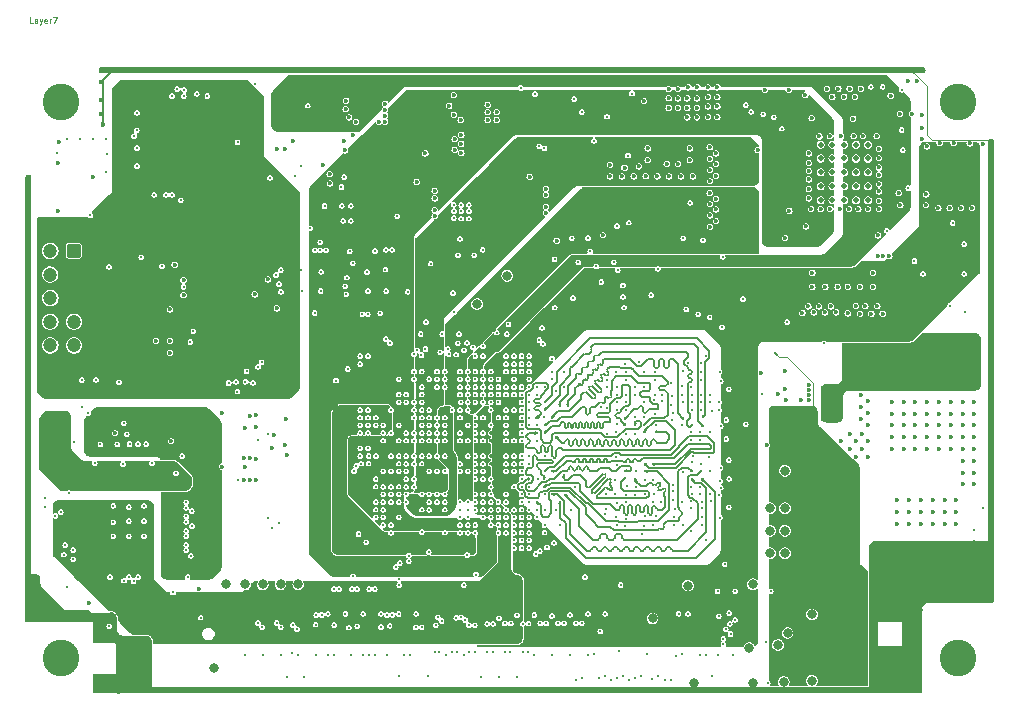
<source format=gbr>
%TF.GenerationSoftware,KiCad,Pcbnew,8.99.0-2767-g6be6680d8c*%
%TF.CreationDate,2024-10-27T19:28:17+01:00*%
%TF.ProjectId,SBC,5342432e-6b69-4636-9164-5f7063625858,rev?*%
%TF.SameCoordinates,Original*%
%TF.FileFunction,Copper,L7,Inr*%
%TF.FilePolarity,Positive*%
%FSLAX46Y46*%
G04 Gerber Fmt 4.6, Leading zero omitted, Abs format (unit mm)*
G04 Created by KiCad (PCBNEW 8.99.0-2767-g6be6680d8c) date 2024-10-27 19:28:17*
%MOMM*%
%LPD*%
G01*
G04 APERTURE LIST*
G04 Aperture macros list*
%AMRoundRect*
0 Rectangle with rounded corners*
0 $1 Rounding radius*
0 $2 $3 $4 $5 $6 $7 $8 $9 X,Y pos of 4 corners*
0 Add a 4 corners polygon primitive as box body*
4,1,4,$2,$3,$4,$5,$6,$7,$8,$9,$2,$3,0*
0 Add four circle primitives for the rounded corners*
1,1,$1+$1,$2,$3*
1,1,$1+$1,$4,$5*
1,1,$1+$1,$6,$7*
1,1,$1+$1,$8,$9*
0 Add four rect primitives between the rounded corners*
20,1,$1+$1,$2,$3,$4,$5,0*
20,1,$1+$1,$4,$5,$6,$7,0*
20,1,$1+$1,$6,$7,$8,$9,0*
20,1,$1+$1,$8,$9,$2,$3,0*%
G04 Aperture macros list end*
%ADD10C,0.100000*%
%TA.AperFunction,NonConductor*%
%ADD11C,0.100000*%
%TD*%
%TA.AperFunction,ComponentPad*%
%ADD12RoundRect,0.250000X-0.350000X0.350000X-0.350000X-0.350000X0.350000X-0.350000X0.350000X0.350000X0*%
%TD*%
%TA.AperFunction,ComponentPad*%
%ADD13C,1.200000*%
%TD*%
%TA.AperFunction,ComponentPad*%
%ADD14C,0.300000*%
%TD*%
%TA.AperFunction,ComponentPad*%
%ADD15C,3.100000*%
%TD*%
%TA.AperFunction,ComponentPad*%
%ADD16C,0.500000*%
%TD*%
%TA.AperFunction,ViaPad*%
%ADD17C,0.800000*%
%TD*%
%TA.AperFunction,ViaPad*%
%ADD18C,0.300000*%
%TD*%
%TA.AperFunction,ViaPad*%
%ADD19C,0.360000*%
%TD*%
%TA.AperFunction,Conductor*%
%ADD20C,0.110000*%
%TD*%
%TA.AperFunction,Conductor*%
%ADD21C,0.200000*%
%TD*%
%TA.AperFunction,Conductor*%
%ADD22C,0.381000*%
%TD*%
%TA.AperFunction,Conductor*%
%ADD23C,0.140000*%
%TD*%
G04 APERTURE END LIST*
D10*
D11*
X59200412Y-74851623D02*
X58962317Y-74851623D01*
X58962317Y-74851623D02*
X58962317Y-74351623D01*
X59581365Y-74851623D02*
X59581365Y-74589718D01*
X59581365Y-74589718D02*
X59557555Y-74542099D01*
X59557555Y-74542099D02*
X59509936Y-74518290D01*
X59509936Y-74518290D02*
X59414698Y-74518290D01*
X59414698Y-74518290D02*
X59367079Y-74542099D01*
X59581365Y-74827814D02*
X59533746Y-74851623D01*
X59533746Y-74851623D02*
X59414698Y-74851623D01*
X59414698Y-74851623D02*
X59367079Y-74827814D01*
X59367079Y-74827814D02*
X59343270Y-74780194D01*
X59343270Y-74780194D02*
X59343270Y-74732575D01*
X59343270Y-74732575D02*
X59367079Y-74684956D01*
X59367079Y-74684956D02*
X59414698Y-74661147D01*
X59414698Y-74661147D02*
X59533746Y-74661147D01*
X59533746Y-74661147D02*
X59581365Y-74637337D01*
X59771841Y-74518290D02*
X59890889Y-74851623D01*
X60009936Y-74518290D02*
X59890889Y-74851623D01*
X59890889Y-74851623D02*
X59843270Y-74970671D01*
X59843270Y-74970671D02*
X59819460Y-74994480D01*
X59819460Y-74994480D02*
X59771841Y-75018290D01*
X60390888Y-74827814D02*
X60343269Y-74851623D01*
X60343269Y-74851623D02*
X60248031Y-74851623D01*
X60248031Y-74851623D02*
X60200412Y-74827814D01*
X60200412Y-74827814D02*
X60176603Y-74780194D01*
X60176603Y-74780194D02*
X60176603Y-74589718D01*
X60176603Y-74589718D02*
X60200412Y-74542099D01*
X60200412Y-74542099D02*
X60248031Y-74518290D01*
X60248031Y-74518290D02*
X60343269Y-74518290D01*
X60343269Y-74518290D02*
X60390888Y-74542099D01*
X60390888Y-74542099D02*
X60414698Y-74589718D01*
X60414698Y-74589718D02*
X60414698Y-74637337D01*
X60414698Y-74637337D02*
X60176603Y-74684956D01*
X60628983Y-74851623D02*
X60628983Y-74518290D01*
X60628983Y-74613528D02*
X60652793Y-74565909D01*
X60652793Y-74565909D02*
X60676602Y-74542099D01*
X60676602Y-74542099D02*
X60724221Y-74518290D01*
X60724221Y-74518290D02*
X60771840Y-74518290D01*
X60890888Y-74351623D02*
X61224221Y-74351623D01*
X61224221Y-74351623D02*
X61009936Y-74851623D01*
D12*
%TO.N,Net-(J2-Pin_1)*%
%TO.C,J2*%
X62677481Y-94118014D03*
D13*
%TO.N,JTAG_TMS*%
X60677481Y-94118014D03*
%TO.N,GND*%
X62677481Y-96118014D03*
%TO.N,JTAG_TCK*%
X60677481Y-96118014D03*
%TO.N,GND*%
X62677481Y-98118014D03*
%TO.N,JTAG_TDO*%
X60677481Y-98118014D03*
%TO.N,Net-(J2-Pin_7)*%
X62677481Y-100118014D03*
%TO.N,JTAG_TDI*%
X60677481Y-100118014D03*
%TO.N,Net-(J2-Pin_9)*%
X62677481Y-102118014D03*
%TO.N,Net-(D9-K)*%
X60677481Y-102118014D03*
%TD*%
D14*
%TO.N,GND*%
%TO.C,U6*%
X68751281Y-105159014D03*
X69251281Y-105159014D03*
X69751281Y-105159014D03*
X68751281Y-104159014D03*
X69251281Y-104159014D03*
X69751281Y-104159014D03*
%TD*%
D15*
%TO.N,Net-(C290-Pad1)*%
%TO.C,H3*%
X61565481Y-81545014D03*
%TD*%
%TO.N,Net-(C288-Pad1)*%
%TO.C,H1*%
X137565481Y-81545014D03*
%TD*%
%TO.N,Net-(C289-Pad1)*%
%TO.C,H2*%
X61565481Y-128545014D03*
%TD*%
D16*
%TO.N,GND*%
%TO.C,U1*%
X125893462Y-85120028D03*
X125893462Y-86295028D03*
X125893462Y-87470028D03*
X125893462Y-88645028D03*
X125893462Y-89820028D03*
X126893462Y-85120028D03*
X126893462Y-86295028D03*
X126893462Y-87470028D03*
X126893462Y-88645028D03*
X126893462Y-89820028D03*
X127893462Y-85120028D03*
X127893462Y-86295028D03*
X127893462Y-87470028D03*
X127893462Y-88645028D03*
X127893462Y-89820028D03*
X128893462Y-85120028D03*
X128893462Y-86295028D03*
X128893462Y-87470028D03*
X128893462Y-88645028D03*
X128893462Y-89820028D03*
X129893462Y-85120028D03*
X129893462Y-86295028D03*
X129893462Y-87470028D03*
X129893462Y-88645028D03*
X129893462Y-89820028D03*
%TD*%
D15*
%TO.N,Net-(C291-Pad1)*%
%TO.C,H4*%
X137565481Y-128545014D03*
%TD*%
D17*
%TO.N,GND*%
X122880481Y-112736014D03*
D18*
X77977481Y-81218014D03*
X140318681Y-120409414D03*
X58693462Y-96720028D03*
X114895000Y-110101400D03*
D19*
X128885481Y-98766014D03*
X116543462Y-92057528D03*
D18*
X79125481Y-116746014D03*
D19*
X102650481Y-88857014D03*
X65120000Y-83430400D03*
D18*
X68620000Y-115692900D03*
D19*
X64970216Y-82503204D03*
D18*
X96020000Y-108880400D03*
X104693462Y-78720028D03*
D19*
X129893462Y-110220028D03*
D18*
X72685081Y-131376614D03*
X58683081Y-92902214D03*
X140343462Y-108370028D03*
D19*
X126443462Y-80370028D03*
D18*
X58693462Y-101720028D03*
X92770000Y-112780400D03*
D17*
X114665481Y-122457014D03*
D19*
X79090181Y-95269314D03*
D18*
X71693462Y-78720028D03*
X62120000Y-84630400D03*
X83611081Y-95876214D03*
X97165481Y-130179514D03*
X111776400Y-106730000D03*
X72300000Y-121712900D03*
X140343462Y-104370028D03*
D19*
X130193462Y-99420028D03*
D18*
X117435000Y-105148400D03*
X65377481Y-84618014D03*
D19*
X79832321Y-85458099D03*
X134818462Y-90225028D03*
D18*
X140318681Y-114409414D03*
X89520000Y-111480400D03*
X103495000Y-105955400D03*
X91470000Y-107580400D03*
X101220000Y-104980400D03*
D17*
X125165481Y-124900514D03*
D18*
X78600000Y-106225000D03*
D17*
X137365481Y-120520028D03*
D18*
X100570000Y-108880400D03*
X90043481Y-91196014D03*
X113420000Y-113980400D03*
D19*
X59515481Y-125070014D03*
X135870000Y-90470400D03*
D18*
X113420000Y-115230400D03*
X113670000Y-128430900D03*
X96020000Y-116030400D03*
D19*
X85728981Y-81410014D03*
D18*
X140318681Y-117409414D03*
X99270000Y-110180400D03*
X140318681Y-122409414D03*
X92120000Y-108230400D03*
X140343462Y-101415014D03*
X140320000Y-85230400D03*
X129693462Y-131370028D03*
X82677481Y-92212014D03*
X140320000Y-89430400D03*
X79600000Y-106225000D03*
X58693462Y-97720028D03*
X88693462Y-131370028D03*
X99270000Y-111480400D03*
X76777481Y-83218014D03*
X106165481Y-128346014D03*
X67320000Y-118292900D03*
X96020000Y-107580400D03*
D19*
X72202481Y-83873014D03*
X135890481Y-123770014D03*
X67249481Y-90392014D03*
D18*
X65227481Y-103668014D03*
D17*
X122880481Y-119721014D03*
D19*
X129243462Y-99420028D03*
D18*
X90693462Y-78720028D03*
D19*
X70932481Y-85143014D03*
X64715481Y-125720014D03*
D18*
X97320000Y-113430400D03*
X58683081Y-93902214D03*
X91693462Y-78720028D03*
X66020000Y-115692900D03*
X138843462Y-120720028D03*
X97320000Y-109530400D03*
X132749481Y-80475014D03*
X92871481Y-95198014D03*
X58693462Y-122720028D03*
X58693462Y-98720028D03*
X122693462Y-78720028D03*
D19*
X85565481Y-84830900D03*
D18*
X99465481Y-100345014D03*
X77977481Y-85218014D03*
X97320000Y-112130400D03*
X58693462Y-117720028D03*
X86693462Y-131370028D03*
D19*
X124855962Y-98820028D03*
X134436481Y-78782014D03*
D17*
X137365481Y-122395014D03*
D18*
X65720000Y-121730400D03*
X114133000Y-105529400D03*
X80693462Y-131370028D03*
X111920000Y-116530400D03*
X110196000Y-109593400D03*
X95365481Y-93095014D03*
X140320000Y-86230400D03*
X100165481Y-130179514D03*
D19*
X128343462Y-80370028D03*
D18*
X65444481Y-85905014D03*
X92120000Y-117930400D03*
X116693462Y-131370028D03*
D19*
X64715481Y-131245014D03*
D17*
X111665481Y-125233014D03*
D18*
X88220000Y-114080400D03*
D19*
X137160191Y-84971449D03*
D18*
X123693462Y-78720028D03*
X95693462Y-78720028D03*
D19*
X64986726Y-81372269D03*
D18*
X87693462Y-131370028D03*
X131693462Y-131370028D03*
X109149481Y-98001014D03*
X58693462Y-120720028D03*
X101220000Y-103680400D03*
D19*
X67790481Y-128545014D03*
D18*
X127693462Y-131370028D03*
X90820000Y-114080400D03*
X115784000Y-107561400D03*
X106191681Y-124832214D03*
X92770000Y-108230400D03*
D17*
X115165481Y-130745014D03*
D19*
X117043462Y-90607528D03*
X124878462Y-106733429D03*
D18*
X85565481Y-87860014D03*
D19*
X136825000Y-90470400D03*
D18*
X96020000Y-104330400D03*
X138843462Y-121720028D03*
X119693462Y-131370028D03*
X133840481Y-94970014D03*
X58683081Y-90902214D03*
X90170000Y-106930400D03*
X107665481Y-130146014D03*
D19*
X128893462Y-110220028D03*
D18*
X101930500Y-113435280D03*
D19*
X85982981Y-82807014D03*
D18*
X81985481Y-97501814D03*
X63153481Y-84666014D03*
X101870000Y-108880400D03*
X99270000Y-114730400D03*
X108545000Y-109466400D03*
D19*
X72227481Y-85168014D03*
D18*
X129621481Y-78747814D03*
D19*
X127393462Y-80370028D03*
D18*
X132693462Y-131370028D03*
X130693462Y-131370028D03*
X68620000Y-116992900D03*
X92762384Y-104976717D03*
X140343462Y-107370028D03*
X114903881Y-115866014D03*
X140343462Y-112370028D03*
X85693462Y-78720028D03*
X90163035Y-124848460D03*
D19*
X85677481Y-82118014D03*
D18*
X102520000Y-116030400D03*
X114937279Y-105665169D03*
X103143681Y-103230400D03*
D17*
X131365481Y-129395014D03*
D18*
X125621481Y-78747814D03*
X77944481Y-92635014D03*
X118693462Y-131370028D03*
D19*
X117043462Y-87757528D03*
D18*
X114693462Y-78720028D03*
X87165481Y-124846014D03*
X89122881Y-97501814D03*
X79693462Y-78720028D03*
D19*
X126255962Y-99320028D03*
D18*
X102720000Y-119230400D03*
X89520000Y-117330400D03*
X72577481Y-92618014D03*
D17*
X123093462Y-126470028D03*
D18*
X108672000Y-107561400D03*
D19*
X73472481Y-86540014D03*
D18*
X140343462Y-105370028D03*
X58693462Y-107720028D03*
X87420000Y-118780400D03*
X99920000Y-107580400D03*
X117693462Y-78720028D03*
D19*
X91697981Y-88268014D03*
D18*
X103693462Y-131370028D03*
X85846281Y-104131214D03*
X140343462Y-90370028D03*
X109693462Y-131370028D03*
X98665481Y-125230014D03*
D17*
X99358481Y-96223014D03*
D18*
X67320000Y-115792900D03*
X69412481Y-93895014D03*
X140320000Y-88630400D03*
X96670000Y-117330400D03*
D19*
X77100000Y-113525000D03*
X124878462Y-105896627D03*
D18*
X72693462Y-78720028D03*
X94070000Y-114730400D03*
X140318681Y-123409414D03*
D19*
X65690481Y-126695014D03*
X129893462Y-106820028D03*
D18*
X117165481Y-122946014D03*
D19*
X93221981Y-89030014D03*
D18*
X92120000Y-112130400D03*
X91470000Y-104330400D03*
X97320000Y-111480400D03*
X95370000Y-109530400D03*
X140343462Y-92370028D03*
X109327626Y-103711393D03*
D19*
X131818462Y-80965028D03*
D18*
X103165481Y-128290514D03*
D19*
X101253481Y-87841014D03*
X126893462Y-81070028D03*
D18*
X102076286Y-85275614D03*
X115670000Y-114080400D03*
D17*
X121610481Y-115911014D03*
D18*
X96693462Y-131370028D03*
X117611081Y-94613814D03*
X89693462Y-78720028D03*
D19*
X64715481Y-130270014D03*
D18*
X96020000Y-110180400D03*
D19*
X61313481Y-86699014D03*
X124893462Y-106320028D03*
D18*
X97320000Y-114730400D03*
X117420000Y-112480400D03*
X121665481Y-122946014D03*
D19*
X131205962Y-94570028D03*
D18*
X68693462Y-78720028D03*
D19*
X122927481Y-106768014D03*
D18*
X110255681Y-112792614D03*
D19*
X128655962Y-82920028D03*
D18*
X58693462Y-95720028D03*
X71177481Y-92618014D03*
X114265481Y-93065014D03*
X94865481Y-99295014D03*
X92693462Y-131370028D03*
X86770000Y-118080400D03*
X66020000Y-117092900D03*
D19*
X134847962Y-89325028D03*
D18*
X99920000Y-105630400D03*
X86693462Y-78720028D03*
X115770000Y-112130400D03*
D19*
X124243462Y-106720028D03*
D18*
X90170000Y-108880400D03*
X109470000Y-114030400D03*
X99270000Y-108880400D03*
X104915481Y-98096014D03*
D19*
X70932481Y-86413014D03*
D18*
X107805481Y-82745014D03*
D19*
X132622481Y-82507014D03*
X73527281Y-98187614D03*
D18*
X99270000Y-117980400D03*
X58693462Y-102720028D03*
X80277481Y-88212014D03*
D19*
X130693462Y-98770028D03*
D18*
X81883881Y-95749214D03*
D19*
X84339551Y-88405134D03*
D18*
X130138591Y-80221514D03*
D19*
X128793462Y-81070028D03*
X75251687Y-112374401D03*
X127893462Y-81070028D03*
D18*
X58693462Y-116720028D03*
X106714481Y-84784014D03*
X107783000Y-105021400D03*
X91665481Y-124846014D03*
X119315481Y-98195014D03*
D19*
X129393462Y-109620028D03*
D18*
X105030562Y-81272095D03*
X140343462Y-100415014D03*
X97970000Y-114080400D03*
D19*
X107476481Y-92774514D03*
X135971471Y-84971449D03*
D18*
X97970000Y-113430400D03*
X79100000Y-106225000D03*
X113371000Y-107815400D03*
X92665481Y-130141495D03*
X58693462Y-112720028D03*
D19*
X131143462Y-99420028D03*
D18*
X87570000Y-103030400D03*
D19*
X66377481Y-85418014D03*
D18*
X95370000Y-110180400D03*
X89693462Y-131370028D03*
D19*
X117043462Y-89707528D03*
D18*
X117370000Y-113630400D03*
X103320000Y-118830400D03*
X104693462Y-131370028D03*
X95693462Y-131370028D03*
D19*
X138720000Y-90470400D03*
D17*
X125165481Y-130516014D03*
D18*
X116546000Y-109466400D03*
D19*
X129693462Y-98770028D03*
X134265481Y-131245014D03*
D17*
X133365481Y-129395014D03*
D19*
X93221981Y-89665014D03*
X124355962Y-99370028D03*
D18*
X124693462Y-131370028D03*
X95265481Y-101145014D03*
D19*
X95472286Y-84285014D03*
D18*
X92025481Y-101145014D03*
X140318681Y-121409414D03*
X86165481Y-128346014D03*
X116673000Y-107688400D03*
X87665481Y-128335014D03*
X88870000Y-112780400D03*
X100570000Y-103680400D03*
X58693462Y-99720028D03*
D17*
X133365481Y-122395014D03*
D18*
X94070000Y-110180400D03*
X82477481Y-81818014D03*
X76693462Y-131370028D03*
X94165481Y-128369014D03*
D19*
X65003236Y-79779054D03*
D18*
X58683081Y-91902214D03*
D17*
X122880481Y-117816014D03*
D18*
X123693462Y-131370028D03*
X104665481Y-128346014D03*
D19*
X125755962Y-98820028D03*
D18*
X100175481Y-124965014D03*
D19*
X76402681Y-95936814D03*
X72202481Y-86413014D03*
D18*
X113693462Y-131370028D03*
X77165481Y-128346014D03*
D17*
X122783992Y-130606543D03*
D18*
X140343462Y-93370028D03*
X58835481Y-87841014D03*
D19*
X92436481Y-85855014D03*
X129893462Y-107820028D03*
D18*
X58693462Y-100720028D03*
X117693462Y-131370028D03*
X105693462Y-78720028D03*
X140343462Y-110370028D03*
D19*
X65882500Y-124890400D03*
X94903481Y-84666014D03*
D18*
X103155481Y-125016014D03*
X138843462Y-119720028D03*
X70685081Y-131376614D03*
X83693462Y-131370028D03*
X99270000Y-117330400D03*
X93693462Y-131370028D03*
X140343462Y-102370028D03*
X105376567Y-95098792D03*
D19*
X73599481Y-83873014D03*
D18*
X100570000Y-113430400D03*
X100693462Y-131370028D03*
X94693462Y-131370028D03*
X140265481Y-98545014D03*
X120693462Y-131370028D03*
X58693462Y-119720028D03*
X101220000Y-118630400D03*
D19*
X139611926Y-85053999D03*
X126755962Y-98820028D03*
D18*
X116665481Y-130146014D03*
X109590481Y-86045014D03*
D19*
X138505756Y-85020979D03*
D18*
X138843462Y-123720028D03*
D19*
X129893462Y-108820028D03*
D18*
X58693462Y-109720028D03*
X94070000Y-112780400D03*
D19*
X117043462Y-85857528D03*
D18*
X83693462Y-78720028D03*
X67458329Y-98660965D03*
X108672000Y-106291400D03*
D19*
X86315481Y-84331014D03*
X133615481Y-78782014D03*
D18*
X68620000Y-118292900D03*
X107665481Y-124845014D03*
D19*
X120565481Y-85577528D03*
D18*
X94693462Y-78720028D03*
X140343462Y-113370028D03*
X87693462Y-78720028D03*
X58693462Y-103720028D03*
D17*
X135365481Y-122395014D03*
D18*
X77977481Y-91618014D03*
D17*
X131365481Y-120520028D03*
D18*
X101665481Y-128290514D03*
D19*
X102650481Y-89365014D03*
X116543462Y-91107528D03*
X116493462Y-89207528D03*
D18*
X109265481Y-98918014D03*
X120693462Y-78720028D03*
D19*
X64715481Y-126695014D03*
D18*
X75693462Y-131370028D03*
D19*
X67315481Y-127345014D03*
X77546846Y-108071846D03*
D18*
X102520000Y-114730400D03*
X140318681Y-116409414D03*
D19*
X84323041Y-87629164D03*
D18*
X92490481Y-100151014D03*
X77693462Y-78720028D03*
X82693462Y-131370028D03*
X98693462Y-131370028D03*
X92120000Y-114730400D03*
X81693462Y-78720028D03*
X131621481Y-78747814D03*
D19*
X65003236Y-78887514D03*
X117043462Y-86757528D03*
D18*
X109645481Y-91727028D03*
X115784000Y-103624400D03*
X75693462Y-78720028D03*
X97693462Y-131370028D03*
X140318681Y-119409414D03*
X108693462Y-131370028D03*
D19*
X128185481Y-99416014D03*
D18*
X108693462Y-78720028D03*
X62640000Y-110292900D03*
D19*
X94903481Y-85555014D03*
D18*
X93420000Y-110180400D03*
X67320000Y-116992900D03*
X87573481Y-97502314D03*
X86920000Y-103680400D03*
X140343462Y-103370028D03*
D19*
X134315481Y-128495014D03*
X102650481Y-90889014D03*
D18*
X94070000Y-108230400D03*
D19*
X132505962Y-89220028D03*
D18*
X110693462Y-131370028D03*
X140343462Y-109370028D03*
X101693462Y-131370028D03*
X88250981Y-111492900D03*
D19*
X61313481Y-90699014D03*
D18*
X102693462Y-131370028D03*
D19*
X63415481Y-125070014D03*
X128893462Y-111570028D03*
D17*
X121610481Y-119721014D03*
D19*
X123255962Y-90720028D03*
X65427481Y-92768014D03*
D18*
X64320000Y-84630400D03*
X97320000Y-110180400D03*
D19*
X134265481Y-123770014D03*
X86565481Y-83188014D03*
X137780000Y-90470400D03*
X73552681Y-95936814D03*
X124893462Y-105470028D03*
X67315481Y-129945014D03*
D18*
X91470000Y-114080400D03*
X90820000Y-111480400D03*
D17*
X96808481Y-98623014D03*
D18*
X73693462Y-78720028D03*
D19*
X116543462Y-88207528D03*
D18*
X96565481Y-94495014D03*
X90170000Y-104980400D03*
X97970000Y-104330400D03*
X108626800Y-112216400D03*
D19*
X70932481Y-83873014D03*
D18*
X77977481Y-87218014D03*
X111855881Y-105020214D03*
X90170000Y-106280400D03*
X115055481Y-111486014D03*
X78693462Y-131370028D03*
D19*
X121193462Y-80497528D03*
X134465962Y-84630028D03*
X134465962Y-83680028D03*
X76402681Y-98236814D03*
D18*
X78665481Y-128346014D03*
D19*
X129893462Y-111570028D03*
D18*
X115870000Y-115917273D03*
X99693462Y-78720028D03*
X138065481Y-96045014D03*
D19*
X81252181Y-84789444D03*
D18*
X66693462Y-78720028D03*
D19*
X94456286Y-81821214D03*
D17*
X135365481Y-120520028D03*
D19*
X130755962Y-94570028D03*
D18*
X140343462Y-111370028D03*
D19*
X121365481Y-110570014D03*
D18*
X58693462Y-114720028D03*
D19*
X95472286Y-85809014D03*
D18*
X140265481Y-99445014D03*
X138843462Y-122720028D03*
X103693462Y-78720028D03*
X88665481Y-124846014D03*
D19*
X65427481Y-90568014D03*
D18*
X92770000Y-114730400D03*
X67693462Y-78720028D03*
D19*
X62440481Y-125070014D03*
D18*
X70693462Y-78720028D03*
X69693462Y-78720028D03*
X115693462Y-78720028D03*
X83165481Y-128346014D03*
X101220000Y-117330400D03*
X105693462Y-131370028D03*
X112693462Y-78720028D03*
D19*
X124643462Y-92050028D03*
D18*
X61970281Y-106264814D03*
X99270000Y-112130400D03*
X74693462Y-78720028D03*
X66020000Y-118292900D03*
X93420000Y-108230400D03*
D17*
X119855481Y-127755014D03*
X133365481Y-124395014D03*
X75590481Y-122345014D03*
D18*
X98693462Y-78720028D03*
D19*
X66417481Y-87018014D03*
D18*
X92770000Y-107580400D03*
D19*
X83794721Y-86869704D03*
D18*
X92120000Y-106930400D03*
X76619481Y-92635014D03*
D19*
X133290481Y-79713014D03*
D18*
X99270000Y-103030400D03*
X67685081Y-131376614D03*
X96670000Y-114730400D03*
D17*
X74523872Y-129442223D03*
D18*
X106693462Y-131370028D03*
X108620000Y-115430400D03*
X89046681Y-95698414D03*
D19*
X122865353Y-104250528D03*
D18*
X58693462Y-104720028D03*
D19*
X116543462Y-87257528D03*
D18*
X83560281Y-97501814D03*
X88870000Y-109530400D03*
X111847000Y-107942400D03*
X107620000Y-116380400D03*
X111565481Y-97845014D03*
X122693462Y-131370028D03*
X60420000Y-106018462D03*
D19*
X85601981Y-85601014D03*
D18*
X136865481Y-98745014D03*
X140343462Y-94370028D03*
X116693462Y-78720028D03*
X93420000Y-114730400D03*
X120955481Y-106235014D03*
X113693462Y-78720028D03*
D17*
X120165481Y-130745014D03*
D18*
X93420000Y-112780400D03*
X114693462Y-131370028D03*
X100570000Y-109530400D03*
X101220000Y-112130400D03*
X99693462Y-131370028D03*
D19*
X80567016Y-85474609D03*
D18*
X89520000Y-107580400D03*
D19*
X128393462Y-109620028D03*
X131705962Y-94570028D03*
D18*
X98665481Y-130195014D03*
D19*
X72400881Y-99000414D03*
D18*
X68685081Y-131376614D03*
D17*
X80165481Y-122345014D03*
D18*
X99270000Y-103680400D03*
D19*
X73242500Y-122730400D03*
X65690481Y-131245014D03*
D18*
X97970000Y-114730400D03*
X100693462Y-78720028D03*
X65377481Y-87418014D03*
X140343462Y-106370028D03*
X109165481Y-130146014D03*
X101693462Y-78720028D03*
X96020000Y-112780400D03*
X77977481Y-80018014D03*
X117434996Y-108958400D03*
X97970000Y-107580400D03*
X92120000Y-111480400D03*
D17*
X133365481Y-120520028D03*
D19*
X116493462Y-85357528D03*
D18*
X112165481Y-130146014D03*
X139643462Y-115870028D03*
X97970000Y-117330400D03*
D19*
X74952681Y-97174314D03*
X63920000Y-123952900D03*
X61375481Y-84920014D03*
D18*
X83539924Y-93381971D03*
X130621481Y-78747814D03*
D19*
X134493826Y-82618774D03*
D18*
X58693462Y-110720028D03*
D19*
X65427481Y-91618014D03*
D18*
X100570000Y-116680400D03*
X101220000Y-107580400D03*
X80588481Y-106214014D03*
X95370000Y-117980400D03*
D17*
X121610481Y-117816014D03*
D18*
X99920000Y-114080400D03*
X99270000Y-115380400D03*
D19*
X79620000Y-109730400D03*
D18*
X90693462Y-131370028D03*
X102693462Y-78720028D03*
D17*
X131365481Y-124395014D03*
D18*
X131138591Y-80221514D03*
X140320000Y-87830400D03*
D19*
X116543462Y-90157528D03*
D18*
X58693462Y-115720028D03*
D19*
X72831281Y-99838614D03*
D18*
X140343462Y-95370028D03*
D19*
X127593462Y-110220028D03*
D18*
X107693462Y-78720028D03*
D19*
X78100000Y-113525000D03*
D18*
X84665481Y-128346014D03*
X91693462Y-131370028D03*
D19*
X125305962Y-99320028D03*
D18*
X82693462Y-78720028D03*
X58683081Y-88902214D03*
X99920000Y-116680400D03*
D19*
X122880000Y-93030400D03*
D18*
X109693462Y-78720028D03*
X111693462Y-78720028D03*
D19*
X102650481Y-90381014D03*
D18*
X117308000Y-106926400D03*
X69685081Y-131376614D03*
D19*
X129293462Y-80370028D03*
D18*
X121693462Y-78720028D03*
X126621481Y-78747814D03*
X128621481Y-78747814D03*
D19*
X93221981Y-91189014D03*
D17*
X122295481Y-127475014D03*
D18*
X88693462Y-78720028D03*
X121693462Y-131370028D03*
X87497281Y-95901614D03*
X85665481Y-124846014D03*
X102520000Y-111480400D03*
X100570000Y-118630400D03*
X77693462Y-131370028D03*
X93693462Y-78720028D03*
X109149481Y-97051014D03*
X61248481Y-85809014D03*
X140318681Y-115409414D03*
X91470000Y-108230400D03*
D19*
X129293462Y-107320028D03*
D18*
X140320000Y-87030400D03*
X133693462Y-131370028D03*
D19*
X116543462Y-86307528D03*
D18*
X102515481Y-85445014D03*
X70245481Y-89835014D03*
X77977481Y-84418014D03*
X80693462Y-78720028D03*
X70657081Y-97374814D03*
X124621481Y-78747814D03*
X107693462Y-131370028D03*
X101665481Y-124946014D03*
D17*
X81665481Y-122345014D03*
D18*
X66450000Y-101120000D03*
X138843462Y-117720028D03*
D19*
X94837286Y-80932214D03*
D18*
X127621481Y-78747814D03*
X111693462Y-131370028D03*
D17*
X131365481Y-122395014D03*
D19*
X80700000Y-111425000D03*
D18*
X78693462Y-78720028D03*
X138065481Y-93545014D03*
X76693462Y-78720028D03*
X107275000Y-107307400D03*
X93477481Y-125143014D03*
X89520000Y-112780400D03*
D19*
X70885681Y-110201814D03*
X93221981Y-90681014D03*
D18*
X79693462Y-131370028D03*
X71685081Y-131376614D03*
X140265481Y-97545014D03*
X84693462Y-131370028D03*
D17*
X122880481Y-115911014D03*
D18*
X58693462Y-113720028D03*
X97693462Y-78720028D03*
X115693462Y-131370028D03*
X90170000Y-111480400D03*
D19*
X133638481Y-82507014D03*
D18*
X58693462Y-121720028D03*
D19*
X129293462Y-108320028D03*
D18*
X140318681Y-118409414D03*
X113303000Y-106374200D03*
X132621481Y-78747814D03*
X110204881Y-105655214D03*
X110665481Y-130146014D03*
D19*
X134365481Y-124545014D03*
D18*
X91470000Y-113430400D03*
X58683081Y-94902214D03*
X95052481Y-125168014D03*
X112693462Y-131370028D03*
X58683081Y-89902214D03*
X92120000Y-107580400D03*
D17*
X77165481Y-122345014D03*
D18*
X58693462Y-111720028D03*
X106693462Y-78720028D03*
X96693462Y-78720028D03*
X92120000Y-110180400D03*
X90165481Y-130125514D03*
D19*
X94837286Y-82583214D03*
D18*
X115657000Y-109466400D03*
D19*
X129293462Y-106320028D03*
D18*
X81665481Y-128346014D03*
X110196000Y-108196400D03*
X110693462Y-78720028D03*
X62945000Y-106308462D03*
D19*
X134019481Y-79713014D03*
D18*
X58693462Y-124720028D03*
D19*
X127205962Y-99320028D03*
D18*
X90170000Y-110180400D03*
D19*
X60490481Y-125070014D03*
D18*
X119693462Y-78720028D03*
X95665481Y-128345014D03*
X80080481Y-106214014D03*
D19*
X73599481Y-85143014D03*
D18*
X58693462Y-123720028D03*
X116420000Y-111530400D03*
D19*
X117043462Y-91607528D03*
D18*
X58693462Y-108720028D03*
X111720000Y-113480400D03*
D19*
X65690481Y-130270014D03*
D18*
X99270000Y-108230400D03*
X99270000Y-112780400D03*
X58693462Y-105720028D03*
D19*
X80650000Y-108375000D03*
D18*
X71062500Y-123040400D03*
X80165481Y-128346014D03*
X95370000Y-112780400D03*
D19*
X103539481Y-93241014D03*
D18*
X84693462Y-78720028D03*
X118693462Y-78720028D03*
X99270000Y-109530400D03*
X111770000Y-114680400D03*
X84165481Y-124846014D03*
D19*
X134893462Y-85277528D03*
D18*
X104665481Y-124919514D03*
D17*
X78665481Y-122345014D03*
D18*
X92693462Y-78720028D03*
X138843462Y-118720028D03*
X117534881Y-100582814D03*
X97320000Y-112780400D03*
X66685081Y-131376614D03*
X77977481Y-90418014D03*
X100570000Y-112130400D03*
X103377481Y-98918014D03*
D19*
X64262481Y-87829014D03*
X129393462Y-110870028D03*
D18*
X74685081Y-131376614D03*
X81693462Y-131370028D03*
X65470000Y-106018462D03*
D17*
X120165481Y-122345014D03*
D18*
X73685081Y-131376614D03*
D19*
X66677481Y-92768014D03*
X95472286Y-85047014D03*
D18*
X108470000Y-113480400D03*
X91470000Y-111480400D03*
X117320000Y-114780400D03*
D19*
X61465481Y-125070014D03*
D18*
X140265481Y-96445014D03*
X95370000Y-108230400D03*
D19*
X95411481Y-83015014D03*
D18*
X58693462Y-118720028D03*
X58693462Y-106720028D03*
X118665481Y-122946014D03*
X77977481Y-86218014D03*
X85693462Y-131370028D03*
D19*
X128393462Y-110870028D03*
D18*
X140343462Y-91370028D03*
%TO.N,GBE0_MDI3_N*%
X72185800Y-119455400D03*
%TO.N,GBE0_MDI3_P*%
X72186800Y-119005400D03*
%TO.N,/IO/LED0*%
X67320000Y-121730400D03*
%TO.N,/IO/LED1*%
X66920000Y-122030400D03*
%TO.N,GBE0_MDI2_N*%
X72186800Y-118255400D03*
%TO.N,GBE0_MDI2_P*%
X72186800Y-117805400D03*
%TO.N,/MPU/VDDA_0P9*%
X97970898Y-108878794D03*
%TO.N,GBE0_MDI1_N*%
X72186800Y-117055400D03*
%TO.N,GBE0_MDI1_P*%
X72186800Y-116605400D03*
%TO.N,GBE0_MDI0_N*%
X72186800Y-115855400D03*
%TO.N,GBE0_MDI0_P*%
X72186800Y-115405400D03*
D19*
%TO.N,/POWER/SIC4020A_VDD*%
X122328462Y-106270028D03*
D18*
X126165481Y-101945014D03*
%TO.N,3.3V_SW*%
X114865481Y-90045014D03*
D19*
X115420981Y-82803014D03*
X137393462Y-116245028D03*
X133918462Y-108895028D03*
X128693462Y-84407528D03*
X134918462Y-110895028D03*
X115420981Y-82003014D03*
X136918462Y-109895028D03*
X133918462Y-106895028D03*
X131918462Y-109895028D03*
X127493462Y-90557528D03*
X130843462Y-85470028D03*
X129493462Y-84407528D03*
X115420981Y-81203014D03*
X138918462Y-112895028D03*
X133393462Y-117245028D03*
X137918462Y-113895028D03*
X137918462Y-110895028D03*
X138918462Y-111895028D03*
X130843462Y-90557528D03*
X134393462Y-116245028D03*
X124893462Y-89670028D03*
X138918462Y-113895028D03*
X113820981Y-81203014D03*
X132918462Y-110895028D03*
X117156481Y-82775014D03*
X123193462Y-80497528D03*
X135918462Y-106895028D03*
X127638838Y-84403766D03*
X135918462Y-107895028D03*
X133918462Y-109895028D03*
X133393462Y-115245028D03*
X138918462Y-109895028D03*
X132393462Y-115245028D03*
X136918462Y-107895028D03*
X116356481Y-81075014D03*
X134918462Y-106895028D03*
X131918462Y-107895028D03*
X135393462Y-117245028D03*
X130843462Y-87057528D03*
X117156481Y-80275014D03*
X122893462Y-105770028D03*
X113820981Y-82003014D03*
X131918462Y-108895028D03*
X136918462Y-110895028D03*
X136393462Y-117245028D03*
X116356481Y-81875014D03*
X113020981Y-80403014D03*
X115467481Y-80275014D03*
X113020981Y-82003014D03*
X137918462Y-109895028D03*
X124893462Y-88070028D03*
D18*
X117765481Y-120645014D03*
D19*
X136918462Y-108895028D03*
X136393462Y-116245028D03*
X131918462Y-110895028D03*
X130843462Y-87670028D03*
X135393462Y-116245028D03*
X129893462Y-90557528D03*
X125793462Y-84420028D03*
X124893462Y-87357528D03*
D18*
X121915481Y-82820014D03*
D19*
X138918462Y-107895028D03*
X114620981Y-81203014D03*
X137918462Y-107895028D03*
X113020981Y-81203014D03*
X134393462Y-115245028D03*
X137918462Y-112895028D03*
X129093462Y-90557528D03*
X117156481Y-81075014D03*
X131918462Y-106895028D03*
X137393462Y-117245028D03*
X137918462Y-108895028D03*
X116356481Y-82775014D03*
D18*
X99270000Y-107580400D03*
D19*
X132393462Y-116245028D03*
X116356481Y-80275014D03*
X117156481Y-81875014D03*
X130840643Y-89870028D03*
X124893462Y-85870028D03*
X114620981Y-82803014D03*
X114705481Y-80275014D03*
D18*
X137065481Y-91745014D03*
D19*
X134918462Y-108895028D03*
X135393462Y-115245028D03*
X120833500Y-104463796D03*
X126693462Y-84407528D03*
D18*
X101703767Y-80847014D03*
D19*
X136393462Y-115245028D03*
X128293462Y-90557528D03*
X126693462Y-90553941D03*
X132918462Y-108895028D03*
X138918462Y-108895028D03*
X135918462Y-110895028D03*
X135918462Y-109895028D03*
X130840643Y-89070028D03*
X136918462Y-106895028D03*
X137393462Y-115245028D03*
X132393462Y-117245028D03*
D18*
X108715481Y-95745014D03*
D19*
X134918462Y-107895028D03*
X133918462Y-107895028D03*
X134393462Y-117245028D03*
X124893462Y-86670028D03*
X130643462Y-84407528D03*
X132918462Y-109895028D03*
D18*
X109915481Y-80795014D03*
D19*
X124893462Y-88870028D03*
X133918462Y-110895028D03*
X125893462Y-90557528D03*
X137918462Y-111895028D03*
X132918462Y-106895028D03*
X138918462Y-110895028D03*
X137918462Y-106895028D03*
X135918462Y-108895028D03*
X130843462Y-86270028D03*
X134918462Y-109895028D03*
X113820981Y-80403014D03*
X130840643Y-88470028D03*
X133393462Y-116245028D03*
X114620981Y-82003014D03*
X125093462Y-90557528D03*
X132918462Y-107895028D03*
X138918462Y-106895028D03*
D18*
%TO.N,VBAT*%
X132749481Y-83895014D03*
X121260000Y-127220000D03*
%TO.N,I2C1_SCL*%
X89520000Y-114730400D03*
X106665481Y-128268014D03*
%TO.N,I2C1_SDA*%
X89520000Y-114080400D03*
X107165481Y-130243014D03*
%TO.N,I2C2_SCL*%
X108665481Y-130243014D03*
X72790681Y-100918014D03*
X86027481Y-94168014D03*
X79777481Y-96168014D03*
X90820000Y-115380400D03*
%TO.N,I2C2_SDA*%
X72537481Y-101818014D03*
X80027481Y-96918014D03*
X108165481Y-130431014D03*
X73404983Y-125168014D03*
X85767481Y-96378014D03*
X90170000Y-115380400D03*
%TO.N,I2C3_SCL*%
X109665481Y-130431014D03*
X90820000Y-114730400D03*
%TO.N,I2C3_SDA*%
X110165481Y-130243014D03*
X90170000Y-114080400D03*
%TO.N,USB1_OC*%
X95450344Y-125143014D03*
X92770000Y-116030400D03*
%TO.N,USB1_PWR_EN*%
X96612550Y-125807945D03*
X93420000Y-115380400D03*
%TO.N,UART2_TXD*%
X88870000Y-115380400D03*
X87165481Y-128346014D03*
%TO.N,UART2_RXD*%
X86664800Y-125907800D03*
%TO.N,UART1_TXD*%
X83132981Y-125762514D03*
%TO.N,UART1_RXD*%
X88220000Y-115380400D03*
X84165481Y-128346014D03*
%TO.N,/IO/ENET_2.5V_A*%
X72649566Y-116134784D03*
X71320000Y-112942900D03*
X71845000Y-111492900D03*
X72670481Y-117415414D03*
X72562081Y-119930014D03*
%TO.N,USB2_RX_N*%
X81556777Y-126147177D03*
%TO.N,USB2_RX_P*%
X81203223Y-125793623D03*
%TO.N,USB2_TX_N*%
X80186777Y-125987177D03*
%TO.N,USB2_TX_P*%
X79833223Y-125633623D03*
%TO.N,USB2_DP*%
X78263223Y-125633623D03*
%TO.N,VDD_1V*%
X64002281Y-112233814D03*
X61690881Y-107865014D03*
X72070000Y-113830400D03*
X61952556Y-109139557D03*
X60344681Y-107890414D03*
%TO.N,UART3_RXD*%
X85938081Y-126009400D03*
%TO.N,UART3_TXD*%
X84718800Y-125780800D03*
%TO.N,UART4_RXD*%
X105165481Y-130431014D03*
X88220000Y-116030400D03*
%TO.N,NVCC_DRAM_1V1*%
X118120000Y-105830400D03*
X100570000Y-112780400D03*
X101220000Y-117980400D03*
X109320000Y-117430400D03*
D19*
X128193462Y-97157528D03*
D18*
X114207000Y-117353000D03*
X113445000Y-117302200D03*
X118120000Y-111830400D03*
D19*
X129243462Y-97157528D03*
D18*
X105087698Y-114076115D03*
X111974000Y-108831400D03*
X115784000Y-104386400D03*
X100570000Y-104330400D03*
X115657000Y-110101400D03*
X101870000Y-110180400D03*
X112487600Y-106831600D03*
X101220000Y-114080400D03*
X101870000Y-116030400D03*
X109434000Y-107561400D03*
X101220000Y-106280400D03*
X114133000Y-106291400D03*
X99920000Y-112130400D03*
X107745100Y-116001529D03*
X111720000Y-117330400D03*
X113370000Y-114430400D03*
X112338481Y-115383414D03*
X117920000Y-110030400D03*
X108630000Y-108791400D03*
X113548400Y-115979600D03*
X111847000Y-104386400D03*
X101220000Y-108880400D03*
X118120000Y-115830400D03*
X114260000Y-104259400D03*
X101870000Y-106280400D03*
X113323912Y-108404900D03*
X101220000Y-108230400D03*
X100570000Y-117980400D03*
X107783000Y-105656400D03*
X110789081Y-118101214D03*
X99920000Y-110180400D03*
X110303200Y-114096000D03*
X109434000Y-104386400D03*
X101220000Y-104330400D03*
X102459381Y-108190191D03*
X110477481Y-103488014D03*
X101220000Y-114730400D03*
X109434000Y-109593400D03*
X115680200Y-114660600D03*
D19*
X130343462Y-95957528D03*
X130343462Y-97157528D03*
D18*
X113244000Y-107180400D03*
X101220000Y-116030400D03*
X99920000Y-111480400D03*
X112482000Y-106291400D03*
D19*
X132648462Y-90220028D03*
D18*
X107783000Y-109593400D03*
X115870000Y-117288414D03*
X118155481Y-113415014D03*
X115784000Y-106926400D03*
X117920000Y-108430400D03*
X108566581Y-111573414D03*
%TO.N,DRAM_DQ21*%
X99920000Y-119280400D03*
X111717800Y-115371800D03*
%TO.N,DRAM_DQ19*%
X103495000Y-116030400D03*
X108525200Y-114705600D03*
%TO.N,DRAM_DQ25*%
X117356600Y-116692600D03*
X99920000Y-117330400D03*
%TO.N,DRAM_DQ24*%
X116188200Y-118572200D03*
X100570000Y-117330400D03*
%TO.N,DRAM_DQ26*%
X99920000Y-117980400D03*
X116594600Y-115270200D03*
%TO.N,DRAM_DQ28*%
X114969000Y-114660600D03*
X100570000Y-114730400D03*
%TO.N,DRAM_DQ27*%
X99920000Y-116030400D03*
X116543800Y-114660600D03*
%TO.N,DRAM_DQ30*%
X100570000Y-115380400D03*
X114912426Y-117855069D03*
%TO.N,DRAM_VREF*%
X133318800Y-88801600D03*
%TO.N,DRAM_DQ15*%
X113244000Y-105275400D03*
X100570000Y-108230400D03*
%TO.N,DRAM_DQ12*%
X100570000Y-107580400D03*
X114260000Y-106926400D03*
%TO.N,DRAM_DQ14*%
X114672000Y-103580400D03*
X100570000Y-106930400D03*
%TO.N,DRAM_DQ11*%
X116546000Y-106926400D03*
X99920000Y-106280400D03*
D19*
%TO.N,Net-(U13-VDDI)*%
X75211268Y-107875000D03*
D18*
%TO.N,DRAM_DQ9*%
X117339000Y-104342400D03*
X99920000Y-104980400D03*
%TO.N,DRAM_DQ10*%
X99920000Y-104330400D03*
X116546000Y-106291400D03*
%TO.N,DRAM_DQ4*%
X99920000Y-103680400D03*
X110958000Y-106926400D03*
%TO.N,DRAM_DQ6*%
X100570000Y-103030400D03*
X110958000Y-105656400D03*
%TO.N,DRAM_DQ22*%
X100570000Y-119280400D03*
X111032000Y-116540200D03*
%TO.N,DRAM_DQ23*%
X110963600Y-117429200D03*
X101220000Y-119280400D03*
%TO.N,DRAM_DQS3_P*%
X101220000Y-116680400D03*
X115832600Y-115371800D03*
%TO.N,DRAM_DM3*%
X100570000Y-116030400D03*
X115870000Y-116679472D03*
%TO.N,DRAMREF*%
X100570000Y-110180400D03*
%TO.N,DRAM_DQ13*%
X101220000Y-106930400D03*
X115022000Y-106926400D03*
%TO.N,DRAM_DM1*%
X100570000Y-106280400D03*
X115784000Y-105021400D03*
%TO.N,DRAM_DQS1_P*%
X101220000Y-105630400D03*
X115784000Y-106291400D03*
%TO.N,DRAM_DQ8*%
X100570000Y-105630400D03*
X116170000Y-103030400D03*
%TO.N,DRAM_DQ7*%
X110958000Y-104386400D03*
X101220000Y-103030400D03*
%TO.N,DRAM_DQS2_N*%
X101761000Y-119791400D03*
X110193800Y-114762200D03*
%TO.N,DRAM_DQS2_P*%
X102116600Y-119537400D03*
X109417100Y-115394300D03*
%TO.N,DRAM_DQS3_N*%
X114918200Y-115321000D03*
X101870000Y-116680400D03*
%TO.N,Net-(U15-VDD1.8_1)*%
X90926281Y-97578014D03*
X85746234Y-97799378D03*
%TO.N,DRAM_nCS0_B*%
X101220000Y-113430400D03*
X111065200Y-112775200D03*
%TO.N,DRAM_CKE0_A*%
X101870000Y-109530400D03*
X110958000Y-109466400D03*
%TO.N,DRAM_DQS1_N*%
X101870000Y-105630400D03*
X115022000Y-106291400D03*
%TO.N,DRAM_DQS0_P*%
X102398564Y-101979764D03*
X109434000Y-106291400D03*
%TO.N,DRAM_DQS0_N*%
X110196000Y-106291400D03*
X102087436Y-101668636D03*
%TO.N,DRAM_DQ16*%
X103820000Y-117330400D03*
X108626800Y-117347200D03*
%TO.N,DRAM_DM2*%
X102520000Y-117330400D03*
X109439600Y-116788400D03*
%TO.N,DRAM_DQ18*%
X104795000Y-116030400D03*
X109388800Y-114756400D03*
%TO.N,PMIC_SCL*%
X90170000Y-114730400D03*
X120020000Y-82330400D03*
%TO.N,DRAM_nCS1_B*%
X110220000Y-113455400D03*
X102449290Y-114080400D03*
%TO.N,DRAM_CKE0_B*%
X111014400Y-112165600D03*
X102520000Y-112780400D03*
%TO.N,DRAM_CA0_A*%
X102520000Y-108880400D03*
X109307000Y-108323400D03*
%TO.N,DRAM_CA2_A*%
X104470000Y-107255400D03*
X114260000Y-108323400D03*
%TO.N,DRAM_DQ3*%
X102520000Y-105630400D03*
X108672000Y-106926400D03*
%TO.N,DRAM_DM0*%
X109434000Y-105021400D03*
X103170000Y-104980400D03*
%TO.N,DRAM_DQ1*%
X108672000Y-105656400D03*
X103170000Y-104330400D03*
%TO.N,DRAM_DQ17*%
X108576000Y-116686800D03*
X102520000Y-117980400D03*
%TO.N,DRAM_CA1_A*%
X102520000Y-109530400D03*
X109338000Y-108863600D03*
%TO.N,DRAM_CKE1_A*%
X103495000Y-109855400D03*
X111921000Y-109428200D03*
%TO.N,DRAM_CA5_A*%
X102520000Y-107580400D03*
X115911000Y-108958400D03*
%TO.N,DRAM_DQ2*%
X109434000Y-106926400D03*
X104145000Y-105630400D03*
%TO.N,DRAM_DQ0*%
X108545000Y-104386400D03*
X104145000Y-104330400D03*
%TO.N,SPI1_MOSI*%
X91637481Y-126000614D03*
%TO.N,SPI2_SSO*%
X88671400Y-125949814D03*
%TO.N,UART4_TXD*%
X105665481Y-130243014D03*
X89520000Y-115380400D03*
%TO.N,Net-(U9A-MIPI_VDD1)*%
X89520000Y-109530400D03*
D19*
%TO.N,Net-(L6-Pad1)*%
X130090000Y-102880000D03*
X126793462Y-106470028D03*
X138430000Y-101700000D03*
X127493462Y-108420028D03*
X127493462Y-106520028D03*
X126793462Y-108370028D03*
X126093462Y-105720028D03*
X126793462Y-105720028D03*
X138310000Y-105140000D03*
X126093462Y-108370028D03*
X138350000Y-103720000D03*
X126093462Y-106470028D03*
X127493462Y-107620028D03*
X130580000Y-104870000D03*
X136010000Y-101780000D03*
X126093462Y-107570028D03*
X127493462Y-105770028D03*
X126793462Y-107570028D03*
D18*
%TO.N,SPI1_MISO*%
X92110200Y-125984000D03*
%TO.N,HDMI_TX3_P*%
X98165481Y-125685014D03*
%TO.N,Net-(U9M-USB1_TX_P)*%
X89911304Y-120894191D03*
X86920000Y-111479900D03*
%TO.N,PCIE2_RXN*%
X94710481Y-128108814D03*
%TO.N,SPI2_MISO*%
X89408000Y-125857000D03*
%TO.N,SPI2_SCLK*%
X88165481Y-128346014D03*
X88220000Y-116680400D03*
%TO.N,PCIE2_RXP*%
X95120481Y-128108814D03*
%TO.N,PCIE1_TXN*%
X89426658Y-101920391D03*
X99620481Y-128108814D03*
%TO.N,SPI1_SSO*%
X91165481Y-128346014D03*
X88870000Y-117330400D03*
%TO.N,Net-(U9B-ZQ_{slash}_ZQ_{slash}_ZQ)*%
X100570000Y-111480400D03*
%TO.N,PCIE1_TXP*%
X89073104Y-101566837D03*
X99210481Y-128108814D03*
%TO.N,HDMI_TX2_P*%
X99165481Y-125665014D03*
%TO.N,Net-(U9M-USB1_RESREF)*%
X86578131Y-112323939D03*
%TO.N,Net-(U9K-PCIE2_RESREF)*%
X86920000Y-103030400D03*
%TO.N,Net-(U9M-USB2_RESREF)*%
X86396521Y-112744944D03*
D19*
%TO.N,QSPIA_SCLK*%
X71952481Y-96587414D03*
D18*
X90820000Y-106930400D03*
%TO.N,Net-(U9J-HDMI_REXT)*%
X95970708Y-119859514D03*
%TO.N,NAND_DATA0*%
X90820000Y-106280400D03*
D19*
X77980181Y-97809314D03*
D18*
%TO.N,Net-(U9L-MIPI_DSI_REXT)*%
X88220000Y-108230400D03*
%TO.N,QSPIA_nSS0 *%
X91470000Y-106930400D03*
D19*
X79848162Y-98984314D03*
%TO.N,NAND_DATA2*%
X71952745Y-97865013D03*
D18*
X91470000Y-104980400D03*
%TO.N,PCIE1_RXP*%
X91720000Y-102540400D03*
X100710481Y-128108814D03*
D19*
%TO.N,NAND_DATA1*%
X79090181Y-96539314D03*
D18*
X92120000Y-106280400D03*
%TO.N,SPI1_SCLK*%
X88870000Y-116030400D03*
X90652481Y-128293014D03*
%TO.N,NAND_DATA3*%
X92120000Y-105630400D03*
D19*
X71200054Y-95283419D03*
D18*
%TO.N,SPI2_MOSI*%
X89165481Y-128359400D03*
X88870000Y-116680400D03*
%TO.N,SD2_nCD*%
X118165481Y-124775014D03*
X93420000Y-105630400D03*
%TO.N,SD2_CLK*%
X93420000Y-104980400D03*
X118435481Y-128325014D03*
D19*
%TO.N,SD1_CMD*%
X77565881Y-111675014D03*
D18*
X93420000Y-104330400D03*
%TO.N,SD1_CLK*%
X93695037Y-102708970D03*
D19*
X78100000Y-111725000D03*
D18*
%TO.N,SD2_WP*%
X118204481Y-125685014D03*
X94070000Y-105630400D03*
%TO.N,HDMI_REFCLK_N*%
X100665481Y-125685014D03*
%TO.N,HDMI_REFCLK_P*%
X101165481Y-125685014D03*
%TO.N,USB2_PWR_EN*%
X82165481Y-130212014D03*
X95817593Y-125377659D03*
X92770000Y-115380400D03*
%TO.N,SD2_CMD*%
X94070000Y-104980400D03*
X117665481Y-127435014D03*
%TO.N,SD1_D1*%
X94326250Y-102436650D03*
X77197492Y-105197161D03*
%TO.N,SD1_D0*%
X76520000Y-106030400D03*
X94395000Y-102855400D03*
%TO.N,ENET_MDIO*%
X94720000Y-107580400D03*
X61817881Y-119830400D03*
%TO.N,ENET_MDC*%
X61944881Y-119030400D03*
X95420000Y-106930400D03*
%TO.N,SD2_D1*%
X95370000Y-105630400D03*
X118265481Y-126546014D03*
%TO.N,HDMI_TX0_P*%
X102165481Y-125665014D03*
%TO.N,GPIO9*%
X94070000Y-116030400D03*
X111652481Y-130393014D03*
%TO.N,GPIO10*%
X111165481Y-128246014D03*
X94070000Y-115380400D03*
%TO.N,GPIO6*%
X95370000Y-116680400D03*
X113202481Y-130418014D03*
%TO.N,SD2_D0*%
X117665481Y-126946014D03*
X95370000Y-104980400D03*
%TO.N,SD1_D4*%
X76397481Y-105198014D03*
X95175984Y-101932397D03*
%TO.N,SD1_D2*%
X77835142Y-105285527D03*
X95045000Y-102894909D03*
%TO.N,ENET_TX_CTL*%
X95370000Y-107580400D03*
X64434081Y-112106814D03*
%TO.N,ENET_TD3*%
X95370000Y-106280400D03*
X61106681Y-116577214D03*
%TO.N,Net-(U9H-TEST_MODE)*%
X98620000Y-115380400D03*
%TO.N,GPIO8*%
X95370000Y-115380400D03*
X112677481Y-130418014D03*
%TO.N,GPIO3*%
X113865481Y-124846014D03*
X95370000Y-117330400D03*
X116165481Y-128346014D03*
%TO.N,SD2_D3*%
X96020000Y-105630400D03*
X118665481Y-125346014D03*
%TO.N,SD2_D2*%
X117865481Y-126146014D03*
X96020000Y-104980400D03*
%TO.N,SD1_D5*%
X77286481Y-104309014D03*
X95958100Y-101884987D03*
%TO.N,SD1_D3*%
X95695000Y-102525014D03*
X75762481Y-105295400D03*
%TO.N,ENET_TD2*%
X96020000Y-106930400D03*
X61563881Y-116221614D03*
%TO.N,ENET_TD0*%
X60265000Y-115030400D03*
X96020000Y-106280400D03*
%TO.N,HDMI_TX1_P*%
X104165481Y-125655014D03*
%TO.N,GPIO4*%
X114665481Y-124846014D03*
X96020000Y-116680400D03*
X117165481Y-128346014D03*
%TO.N,ENET_TD1*%
X60265000Y-115840614D03*
X96670000Y-106280400D03*
%TO.N,SD2_nRST*%
X117265481Y-125046014D03*
X96670000Y-105630400D03*
%TO.N,CLK1_P*%
X96670000Y-104980400D03*
%TO.N,SD1_nRST*%
X96670000Y-103030400D03*
X79120000Y-109630400D03*
%TO.N,SD1_D6*%
X78261481Y-103928014D03*
X96470000Y-102292900D03*
%TO.N,JTAG_TCK*%
X97320000Y-116680400D03*
X70127481Y-95418014D03*
%TO.N,ENET_TXC*%
X62282500Y-114630400D03*
X96670000Y-106930400D03*
%TO.N,ENET_RXC*%
X97320000Y-106280400D03*
X64916681Y-110506614D03*
%TO.N,GPIO5*%
X114185481Y-128266014D03*
X96020000Y-115380400D03*
%TO.N,ENET_RX_CTL*%
X66480000Y-105248814D03*
X97320000Y-105630400D03*
%TO.N,CLK2_P*%
X97320000Y-104980400D03*
%TO.N,CLK1_N*%
X96670000Y-104330400D03*
%TO.N,SD1_STROBE*%
X97320000Y-103008014D03*
X78220000Y-110130400D03*
%TO.N,SD1_D7*%
X78556481Y-103547014D03*
X97314135Y-102200971D03*
%TO.N,JTAG_TDO*%
X97970000Y-116680400D03*
%TO.N,JTAG_nTRS*%
X97320000Y-115380400D03*
X68377481Y-94668014D03*
%TO.N,ENET_RD0*%
X66339081Y-110506614D03*
X97320000Y-106930400D03*
%TO.N,ENET_RD2*%
X97970000Y-106280400D03*
X68091681Y-110481214D03*
%TO.N,ENET_RD1*%
X67380481Y-110481214D03*
X97970000Y-105630400D03*
%TO.N,CLK2_N*%
X97970000Y-104980400D03*
%TO.N,JTAG_TMS*%
X97970000Y-116030400D03*
%TO.N,BOOT_MODE1*%
X98620000Y-116030400D03*
X116493481Y-99744614D03*
%TO.N,Net-(U9H-JTAG_MOD)*%
X105937681Y-121730014D03*
X97970000Y-115380400D03*
%TO.N,ENET_RD3*%
X68802881Y-110481214D03*
X97970000Y-106930400D03*
%TO.N,PMIC_ON_REQ*%
X98466852Y-101043452D03*
X108645481Y-91996014D03*
X98620000Y-106930400D03*
%TO.N,PMIC_STBY_REQ*%
X105665481Y-82345014D03*
X106892738Y-95436014D03*
X98620000Y-105630400D03*
%TO.N,JTAG_TDI*%
X99270000Y-116680400D03*
%TO.N,BOOT_MODE0*%
X99270000Y-116030400D03*
X115528281Y-99490614D03*
%TO.N,POR_B*%
X106395481Y-94165514D03*
X64027481Y-91118014D03*
X98620000Y-106280400D03*
%TO.N,ONOFF*%
X99325981Y-101149379D03*
X123065481Y-100145014D03*
X99270000Y-105630400D03*
%TO.N,/MPU/RTC_nRST*%
X99270000Y-106280400D03*
X108376081Y-95088814D03*
%TO.N,DRAM_DQ20*%
X99920000Y-118630400D03*
X110988354Y-114729646D03*
%TO.N,DRAM_DQ5*%
X111847000Y-106291400D03*
X99920000Y-103030400D03*
%TO.N,DRAM_nRST*%
X101220000Y-111480400D03*
X116551600Y-112724400D03*
%TO.N,/POWER/PMIC_ON*%
X100491481Y-80339014D03*
X121045000Y-82555400D03*
%TO.N,Net-(U15-VDDA1.8)*%
X88167284Y-94114011D03*
X88614881Y-99411680D03*
%TO.N,Net-(U16-VDD1.8_1)*%
X80207481Y-97578014D03*
X85644381Y-97115731D03*
%TO.N,Net-(U16-VDDA1.8)*%
X83052281Y-94072814D03*
X83051646Y-99385646D03*
%TO.N,PMIC_SDA*%
X90820000Y-113430400D03*
X119552000Y-81780400D03*
%TO.N,PMIC_nINT*%
X122600000Y-83772400D03*
X119552000Y-108791400D03*
X95370000Y-116030400D03*
X107247881Y-126342948D03*
D19*
%TO.N,VIN*%
X125193462Y-107970028D03*
X128015481Y-127570028D03*
X129415481Y-130370028D03*
X129415481Y-124770028D03*
X123893462Y-111170028D03*
X125393462Y-110470028D03*
X128715481Y-125470028D03*
X127593462Y-111570028D03*
X127315481Y-128270028D03*
X123893462Y-110470028D03*
X128015481Y-124770028D03*
X125393462Y-111170028D03*
X123193462Y-109770028D03*
X129415481Y-126170028D03*
X128715481Y-126870028D03*
X129415481Y-127570028D03*
X127315481Y-126870028D03*
D18*
X122041445Y-102803214D03*
D19*
X128015481Y-126170028D03*
X123193462Y-111170028D03*
X124593462Y-108470028D03*
X123893462Y-109770028D03*
X124693462Y-111170028D03*
X128715481Y-128270028D03*
X124693462Y-110470028D03*
X124593462Y-107470028D03*
X123193462Y-110470028D03*
X122993462Y-107770028D03*
X128015481Y-130370028D03*
X127315481Y-125470028D03*
D18*
%TO.N,VDDA_1V8*%
X97320000Y-104330400D03*
X97320000Y-108230400D03*
X98620000Y-108230400D03*
X99270000Y-104330400D03*
X92770000Y-110180400D03*
X96670000Y-108230400D03*
X99920000Y-112780400D03*
X103365481Y-94845014D03*
X95370000Y-112130400D03*
X131479481Y-92404014D03*
%TO.N,DRAM_CA2_B*%
X114976800Y-112775200D03*
X101870000Y-115380400D03*
%TO.N,DRAM_nCS1_A*%
X110196000Y-108831400D03*
X101814500Y-108230400D03*
%TO.N,DRAM_CA5_B*%
X104268900Y-114762200D03*
X115789600Y-112724400D03*
%TO.N,DRAM_CA4_A*%
X115911000Y-108196400D03*
X102520000Y-106930400D03*
%TO.N,DRAM_CA4_B*%
X115840400Y-113435600D03*
X103820000Y-115380400D03*
%TO.N,DRAM_CA3_B*%
X114976800Y-113435600D03*
X103170000Y-114730400D03*
%TO.N,DRAM_CA0_B*%
X109305222Y-113380300D03*
X104145000Y-113105400D03*
%TO.N,DRAM_CA1_B*%
X102512548Y-113422947D03*
X109352013Y-112728400D03*
%TO.N,DRAM_CKE1_B*%
X103143681Y-112780400D03*
X111667000Y-112171400D03*
%TO.N,DRAM_nCS0_A*%
X110958000Y-108831400D03*
X103170000Y-108230400D03*
%TO.N,DRAM_CA3_A*%
X103820000Y-107255400D03*
X115022000Y-108831400D03*
%TO.N,VDD_PHY_0V9*%
X97970000Y-117980400D03*
X90820000Y-104980400D03*
X89520000Y-112130400D03*
X124613462Y-92645014D03*
X88870000Y-111480400D03*
X125563462Y-92195014D03*
X88870000Y-112130400D03*
X90820000Y-104330400D03*
X90170000Y-107580400D03*
X90170000Y-108230400D03*
X125163462Y-92645014D03*
X97320000Y-117980400D03*
X90820000Y-108230400D03*
X88220000Y-112130400D03*
%TO.N,VDD_PHY_1V8*%
X95989500Y-118660960D03*
X108793945Y-127970350D03*
X88220000Y-107580400D03*
D19*
X130755962Y-92810028D03*
D18*
X88870000Y-108230400D03*
%TO.N,VDD_PHY_3V3*%
X90820000Y-112130400D03*
X90820000Y-112780400D03*
X92120000Y-104330400D03*
X132840000Y-85580000D03*
X91470000Y-112130400D03*
X90170000Y-112130400D03*
X90170000Y-112780400D03*
%TO.N,VDD_ARM_0V9*%
X86109981Y-91570014D03*
X92770000Y-108880400D03*
X92120000Y-108880400D03*
X94070000Y-108880400D03*
X90820000Y-110180400D03*
X93420000Y-108880400D03*
X84865481Y-105095014D03*
X90820000Y-109530400D03*
X85474981Y-91570014D03*
X85347981Y-90300014D03*
X92770000Y-109530400D03*
X91470000Y-109530400D03*
X92120000Y-109530400D03*
X93420000Y-109530400D03*
X86109981Y-90300014D03*
X91470000Y-110180400D03*
X94070000Y-109530400D03*
D19*
%TO.N,VDD_GPU_0V9*%
X118693462Y-86207528D03*
X118693462Y-87307528D03*
X119893462Y-86207528D03*
D18*
X93289625Y-100939513D03*
X93420000Y-113430400D03*
X92770000Y-114080400D03*
X102515481Y-87295014D03*
X94070000Y-113430400D03*
X94070000Y-114080400D03*
X97365481Y-93095014D03*
X92120000Y-113430400D03*
D19*
X118693462Y-88357528D03*
D18*
X93420000Y-114080400D03*
X92770000Y-113430400D03*
X92120000Y-114080400D03*
%TO.N,VDD_SOC_0V9*%
X96115767Y-90745095D03*
X94765481Y-97695014D03*
X96020000Y-111480400D03*
X95193481Y-94495014D03*
X96107286Y-91380095D03*
X96670000Y-108880400D03*
X94837286Y-90203214D03*
X96670000Y-109530400D03*
X94070000Y-111480400D03*
X93867062Y-101144141D03*
X93420000Y-111480400D03*
X96670000Y-112130400D03*
X92770000Y-111480400D03*
X95472286Y-90237095D03*
X94845767Y-90745095D03*
X96670000Y-112780400D03*
X96107286Y-90203214D03*
X95472286Y-91380095D03*
X96670000Y-111480400D03*
X96670000Y-110180400D03*
X95480767Y-90745095D03*
X96670000Y-113430400D03*
X94837286Y-91346214D03*
%TO.N,NVCC_SD1_1V8*%
X94070000Y-104330400D03*
%TO.N,VDD_VPU_0V9*%
X110615481Y-92295014D03*
D19*
X118693462Y-90157528D03*
D18*
X96020000Y-114080400D03*
X95370000Y-113430400D03*
X96020000Y-113430400D03*
D19*
X118693462Y-91257528D03*
X118693462Y-89107528D03*
D18*
X95370000Y-114080400D03*
D19*
X119893462Y-91257528D03*
D18*
%TO.N,NVCC_SD2*%
X95370000Y-104330400D03*
%TO.N,VDD_SNVS_0V9*%
X81227481Y-83068014D03*
X82327481Y-82568014D03*
X131318462Y-82205028D03*
X96670000Y-107580400D03*
X80077481Y-82668014D03*
%TO.N,NVCC_ENET_2V5*%
X97652481Y-122393014D03*
D19*
X66165481Y-109545014D03*
D18*
X62307249Y-115455149D03*
X62620000Y-117430400D03*
X69281905Y-112092444D03*
X66520000Y-121730400D03*
X66821681Y-112157614D03*
X67135481Y-109656214D03*
X97320000Y-107580400D03*
X66895481Y-108705014D03*
%TO.N,VDD_DRAM_0V9*%
X99920000Y-106930400D03*
X99920000Y-108230400D03*
X98620000Y-112130400D03*
X97970000Y-110180400D03*
X98620000Y-111480400D03*
D19*
X137843462Y-86857528D03*
D18*
X98620000Y-109530400D03*
X99920000Y-114730400D03*
X97970000Y-109530400D03*
X98620000Y-114080400D03*
X99920000Y-109530400D03*
X97970000Y-111480400D03*
D19*
X136643462Y-85757528D03*
X137843462Y-85757528D03*
D18*
X99920000Y-115380400D03*
X99270000Y-113430400D03*
X99920000Y-108880400D03*
D19*
X137843462Y-87907528D03*
D18*
X98620000Y-112780400D03*
X97970000Y-112130400D03*
X98620000Y-110180400D03*
X98620000Y-113430400D03*
%TO.N,USB1_DP*%
X86920000Y-110830400D03*
X90215081Y-122415214D03*
%TO.N,USB1_DN*%
X90215081Y-121915214D03*
X87570000Y-110830400D03*
%TO.N,USB1_ID1*%
X86302481Y-121668014D03*
X79452481Y-117568014D03*
X96102481Y-125818014D03*
%TO.N,USB1_VBUS*%
X88870000Y-110180400D03*
X95681593Y-122409400D03*
%TO.N,HDMI_SDA*%
X96020000Y-117980400D03*
%TO.N,HDMI_SCL*%
X96670000Y-117980400D03*
D19*
%TO.N,VDD_1V8*%
X77083281Y-111649614D03*
D18*
X110958000Y-108196400D03*
D19*
X78100000Y-108025000D03*
D18*
X107783000Y-107434400D03*
X115022000Y-107561400D03*
D19*
X110943000Y-81428000D03*
D18*
X80180000Y-95740000D03*
X86277481Y-95168014D03*
D19*
X77200000Y-112375000D03*
X127343462Y-97157528D03*
X126293462Y-97157528D03*
D18*
X111050980Y-113556192D03*
X107763200Y-114705600D03*
X117435000Y-114165400D03*
D19*
X77600000Y-113525000D03*
D18*
X117308000Y-107561400D03*
X97276281Y-94022014D03*
X76600000Y-113525000D03*
X83890481Y-90313614D03*
D19*
X125193462Y-95957528D03*
X125193462Y-97157528D03*
D18*
X114960757Y-114095014D03*
%TO.N,DRAM_DQ29*%
X101220000Y-115380400D03*
X114156200Y-115371800D03*
%TO.N,/IO/VDD1A*%
X64053081Y-109846214D03*
X64535681Y-109287414D03*
X70520000Y-121730400D03*
X72670481Y-114951614D03*
X72670481Y-118634614D03*
X64561081Y-109820814D03*
%TO.N,GPIO0*%
X115665481Y-128346014D03*
%TO.N,Net-(U9M-USB1_TX_N)*%
X90264858Y-120540637D03*
X87620000Y-111479900D03*
D19*
%TO.N,3.3V_SW_DELAYED*%
X113070981Y-87803014D03*
X97697481Y-82380014D03*
D18*
X80035400Y-117144800D03*
X70477481Y-89368014D03*
X90170000Y-116680400D03*
D19*
X111070981Y-87803014D03*
X125143462Y-82882528D03*
D18*
X62122681Y-122597014D03*
X68011481Y-85418014D03*
D19*
X69620000Y-101730400D03*
X77200000Y-109125000D03*
D18*
X63349556Y-107361557D03*
X71952481Y-97146214D03*
D19*
X97697481Y-83015014D03*
D18*
X63857556Y-107869557D03*
X94070000Y-107580400D03*
D19*
X115070981Y-87803014D03*
D18*
X63341881Y-105045614D03*
D19*
X110070981Y-87803014D03*
X124603462Y-80935028D03*
D18*
X91470000Y-115380400D03*
X65650000Y-95450000D03*
D19*
X70820000Y-102730400D03*
X98459481Y-83015014D03*
D18*
X70977481Y-89368014D03*
X81877481Y-86918014D03*
X76527481Y-84918014D03*
D19*
X97697481Y-81745014D03*
D18*
X81433791Y-87802519D03*
X112106681Y-95629814D03*
X69477481Y-89368014D03*
D19*
X88522981Y-83188014D03*
X108073661Y-87810622D03*
X89030981Y-82680014D03*
X79414310Y-110810690D03*
X98459481Y-82380014D03*
X111240481Y-86420014D03*
X114815481Y-86420014D03*
X70815181Y-99079314D03*
X111240481Y-85445014D03*
X89030981Y-81664014D03*
X113840481Y-86745014D03*
D18*
X64535681Y-105020214D03*
X96670000Y-116030400D03*
D19*
X80537681Y-110557414D03*
X114815481Y-85445014D03*
X109070981Y-87803014D03*
X109290481Y-87070014D03*
D18*
X92120000Y-115380400D03*
X89520000Y-117980400D03*
X115945481Y-93216014D03*
X71725481Y-89845014D03*
D19*
X110524481Y-86952014D03*
X78100000Y-109025000D03*
X108073661Y-86810622D03*
X112070981Y-87803014D03*
X112865481Y-86745014D03*
X89030981Y-83188014D03*
D18*
X88870000Y-114730400D03*
D19*
X89030981Y-82172014D03*
D18*
X68014481Y-86918014D03*
D19*
X70820000Y-101730400D03*
D18*
X98620000Y-116680400D03*
D19*
X114070981Y-87803014D03*
D18*
X68011481Y-82418014D03*
X94070000Y-117974214D03*
%TO.N,ENET_INT*%
X62620000Y-120230400D03*
X92718250Y-119602245D03*
X65670000Y-125892900D03*
%TO.N,DSI_D3_N*%
X87690481Y-122756214D03*
X86920000Y-109530400D03*
%TO.N,DSI_D1_N*%
X86190481Y-122756214D03*
X86920000Y-108880400D03*
%TO.N,DSI_D0_N*%
X84690481Y-122756214D03*
X86920000Y-108230400D03*
%TO.N,DSI_D2_N*%
X83190481Y-124933814D03*
X86920000Y-107580400D03*
%TO.N,DSI_D3_P*%
X87570000Y-109530400D03*
X88140481Y-122756214D03*
%TO.N,DSI_D1_P*%
X86640481Y-122756214D03*
X87570000Y-108880400D03*
%TO.N,DSI_D0_P*%
X87570000Y-108230400D03*
X85140481Y-122756214D03*
%TO.N,DSI_D2_P*%
X87570000Y-107580400D03*
X83640481Y-124933814D03*
%TO.N,DSI_CLK_N*%
X89190481Y-124933814D03*
X88220000Y-108880400D03*
%TO.N,DSI_CLK_P*%
X88870000Y-108880400D03*
X89640481Y-124933814D03*
%TO.N,USB2_DN*%
X78616777Y-125987177D03*
%TO.N,USB2_ID1*%
X80705481Y-130196014D03*
X93302481Y-125818014D03*
X88220000Y-113430400D03*
%TO.N,/IO/VDDMDIO*%
X62620000Y-119430400D03*
%TO.N,DRAM_DQ31*%
X100570000Y-114080400D03*
X113511843Y-116680679D03*
%TO.N,/MPU/RTC_CLK*%
X107334681Y-96739814D03*
X98620000Y-104980400D03*
%TO.N,DRAM_CKB_P*%
X114239258Y-112810868D03*
%TO.N,DRAM_CKA_P*%
X114167281Y-108881014D03*
%TO.N,DRAM_CKB_N*%
X114992124Y-112012614D03*
%TO.N,DRAM_CKA_N*%
X114878481Y-109481400D03*
%TO.N,HDMI_AUX_P*%
X105165481Y-125655014D03*
%TO.N,HDMI_HDP*%
X98620000Y-117980400D03*
%TO.N,HDMI_CEC*%
X98620000Y-117330400D03*
%TO.N,HDMI_TX3_N*%
X97665481Y-125685014D03*
%TO.N,HDMI_TX2_N*%
X99665481Y-125665014D03*
%TO.N,HDMI_TX0_N*%
X102665481Y-125665014D03*
%TO.N,HDMI_TX1_N*%
X103665481Y-125655014D03*
%TO.N,HDMI_AUX_N*%
X105665481Y-125655014D03*
%TO.N,USB2_OC*%
X92120000Y-116030400D03*
X96727481Y-121518014D03*
X93802481Y-125468014D03*
%TO.N,USB2_VBUS*%
X88870000Y-114080400D03*
X81165481Y-128146014D03*
%TO.N,PCIE2_TXN*%
X93210481Y-128108814D03*
%TO.N,PCIE2_TXP*%
X93620481Y-128108814D03*
%TO.N,PCIE1_RXN*%
X91460000Y-102870900D03*
X101120481Y-128108814D03*
%TO.N,Net-(U17-REFCLK_SEL_0)*%
X68120000Y-121730400D03*
%TO.N,SYS_NRST*%
X134565481Y-96045014D03*
X106206481Y-93039014D03*
X121421081Y-130732614D03*
%TO.N,NWDOG*%
X104815481Y-93045014D03*
X96020000Y-117330400D03*
%TO.N,Net-(U17-REFCLK_SEL_1)*%
X67720000Y-122067900D03*
%TO.N,BOOT_SEL*%
X108956392Y-122397703D03*
%TO.N,PG_VIN*%
X138115481Y-99295014D03*
X85327481Y-88705014D03*
%TO.N,Net-(U9M-USB1_RX_P)*%
X91027881Y-120408614D03*
X87008589Y-112127052D03*
%TO.N,Net-(U9M-USB1_RX_N)*%
X91027881Y-119908614D03*
X87616097Y-112142900D03*
%TO.N,/IO/SIO1*%
X73977481Y-81018014D03*
%TO.N,/IO/SIO3*%
X71427481Y-80418014D03*
%TO.N,/IO/SCLK*%
X71977481Y-81018014D03*
%TO.N,/IO/SIO2*%
X72027481Y-80468014D03*
%TO.N,/IO/SIO0*%
X70977481Y-81018014D03*
%TO.N,ESP32_RX*%
X67990081Y-83912814D03*
%TO.N,ESP32_TX*%
X67761481Y-84420814D03*
%TO.N,/IO/RAM_CS*%
X73077481Y-80818014D03*
%TO.N,HOST_PCIE1_CLK_P*%
X98165481Y-128091014D03*
X87100481Y-99493762D03*
%TO.N,HOST_PCIE2_CLK_P*%
X96665481Y-128115144D03*
%TO.N,/IO/25MHZ_P1I*%
X89605481Y-94022014D03*
%TO.N,/IO/25MHZ_P1O*%
X89097481Y-94022014D03*
%TO.N,/IO/25MHZ_P2I*%
X84017481Y-94062514D03*
%TO.N,/IO/25MHZ_P2O*%
X83509481Y-94062514D03*
%TO.N,HOST_PCIE2_CLK_N*%
X96165481Y-128115144D03*
%TO.N,HOST_PCIE1_CLK_N*%
X97665481Y-128091014D03*
X87550481Y-99493762D03*
%TO.N,/MPU/pi_P*%
X92098711Y-102918403D03*
%TO.N,/MPU/pi_N*%
X92438969Y-102424724D03*
%TO.N,PCIE2_nCLKREQ*%
X97320000Y-116030400D03*
X79277481Y-87918014D03*
X114522881Y-99076614D03*
%TO.N,PCIE1_nCLKREQ*%
X96670000Y-115380400D03*
X102317178Y-100619308D03*
%TD*%
D20*
%TO.N,GND*%
X140008067Y-123720028D02*
X140318681Y-123409414D01*
X133365481Y-129395014D02*
X133365481Y-124395014D01*
X133365481Y-124395014D02*
X133365481Y-124347419D01*
X140320000Y-84792900D02*
X140320000Y-85230400D01*
X133365481Y-124347419D02*
X133970000Y-123742900D01*
D21*
X65120000Y-79642900D02*
X65120000Y-83430400D01*
D20*
X140220000Y-84692900D02*
X140320000Y-84792900D01*
X138820590Y-123742900D02*
X138843462Y-123720028D01*
X134893462Y-84277528D02*
X135308834Y-84692900D01*
X135308834Y-84692900D02*
X140220000Y-84692900D01*
X134893462Y-83377528D02*
X134893462Y-84277528D01*
X133970000Y-123742900D02*
X138820590Y-123742900D01*
X132621481Y-78747814D02*
X133474914Y-78747814D01*
D22*
X58693462Y-124720028D02*
X63747128Y-124720028D01*
D20*
X133693462Y-129722995D02*
X133365481Y-129395014D01*
D22*
X66370000Y-127342900D02*
X66370000Y-131342900D01*
D20*
X138843462Y-123720028D02*
X140008067Y-123720028D01*
D22*
X63747128Y-124720028D02*
X66370000Y-127342900D01*
D20*
X133693462Y-131370028D02*
X133693462Y-129722995D01*
X133474914Y-78747814D02*
X134893462Y-80166362D01*
X132693462Y-131370028D02*
X133693462Y-131370028D01*
X134893462Y-80166362D02*
X134893462Y-83377528D01*
D21*
X66693462Y-78720028D02*
X66042872Y-78720028D01*
X66042872Y-78720028D02*
X65120000Y-79642900D01*
D23*
%TO.N,DRAM_nCS0_B*%
X100441593Y-114390400D02*
X100668407Y-114390400D01*
X101091593Y-115040400D02*
X101505495Y-115040400D01*
X102076881Y-114875414D02*
X102076881Y-114633563D01*
X101518081Y-115027814D02*
X101924481Y-115027814D01*
X102305430Y-114506563D02*
X102393779Y-114418214D01*
X105988481Y-115485014D02*
X106217081Y-115485014D01*
X113060000Y-113818933D02*
X112016267Y-112775200D01*
X101220000Y-113430400D02*
X101008407Y-113430400D01*
X107728867Y-116996800D02*
X108744867Y-116996800D01*
X100454179Y-113757814D02*
X100260000Y-113951993D01*
X112016267Y-112775200D02*
X111065200Y-112775200D01*
X100883081Y-114605074D02*
X100883081Y-114831888D01*
X102076881Y-114633563D02*
X102203881Y-114506563D01*
X110394067Y-117020400D02*
X112123895Y-117020400D01*
X101924481Y-115027814D02*
X102076881Y-114875414D01*
X112123895Y-117020400D02*
X113060000Y-116084295D01*
X101008407Y-113430400D02*
X100680993Y-113757814D01*
X108744867Y-116996800D02*
X108846467Y-117098400D01*
X110316067Y-117098400D02*
X110394067Y-117020400D01*
X100668407Y-114390400D02*
X100883081Y-114605074D01*
X100680993Y-113757814D02*
X100454179Y-113757814D01*
X102711881Y-114418214D02*
X102941881Y-114188214D01*
X100260000Y-114208807D02*
X100441593Y-114390400D01*
X106217081Y-115485014D02*
X107728867Y-116996800D01*
X113060000Y-116084295D02*
X113060000Y-113818933D01*
X102203881Y-114506563D02*
X102305430Y-114506563D01*
X102393779Y-114418214D02*
X102711881Y-114418214D01*
X102941881Y-114188214D02*
X104691681Y-114188214D01*
X100260000Y-113951993D02*
X100260000Y-114208807D01*
X100883081Y-114831888D02*
X101091593Y-115040400D01*
X101505495Y-115040400D02*
X101518081Y-115027814D01*
X108846467Y-117098400D02*
X110316067Y-117098400D01*
X104691681Y-114188214D02*
X105988481Y-115485014D01*
%TO.N,DRAM_CKE0_A*%
X102194403Y-110836814D02*
X102194403Y-111104814D01*
X101198895Y-109530400D02*
X100959281Y-109770014D01*
X101864403Y-111104814D02*
X101864403Y-110968814D01*
X111317550Y-110989214D02*
X113125881Y-110989214D01*
X102194403Y-110711814D02*
X102194403Y-110836814D01*
X102854403Y-110711814D02*
X102854403Y-110836814D01*
X102062403Y-111236814D02*
X101996403Y-111236814D01*
X101111681Y-110836814D02*
X100989384Y-110714517D01*
X102524403Y-111054814D02*
X102524403Y-110836814D01*
X100959281Y-110684414D02*
X100989384Y-110714517D01*
X103059403Y-110586814D02*
X102979403Y-110586814D01*
X102399403Y-110586814D02*
X102319403Y-110586814D01*
X101189281Y-110388925D02*
X101129281Y-110388925D01*
X103184403Y-110968814D02*
X103184403Y-110711814D01*
X113125881Y-110989214D02*
X113583081Y-110532014D01*
X103184403Y-111504814D02*
X103184403Y-110968814D01*
X101732403Y-110836814D02*
X101666403Y-110836814D01*
X100959281Y-109770014D02*
X100959281Y-109878925D01*
X111317550Y-110989214D02*
X104058081Y-110989214D01*
X100959281Y-110558925D02*
X100959281Y-110684414D01*
X113583081Y-109312814D02*
X112791667Y-108521400D01*
X103382403Y-111636814D02*
X103316403Y-111636814D01*
X113583081Y-110532014D02*
X113583081Y-109312814D01*
X102854403Y-110836814D02*
X102854403Y-111054814D01*
X102722403Y-111186814D02*
X102656403Y-111186814D01*
X103514403Y-110968814D02*
X103514403Y-111504814D01*
X102524403Y-110836814D02*
X102524403Y-110711814D01*
X103905681Y-110836814D02*
X103646403Y-110836814D01*
X101129281Y-110048925D02*
X101189281Y-110048925D01*
X104058081Y-110989214D02*
X103905681Y-110836814D01*
X101666403Y-110836814D02*
X101441881Y-110836814D01*
X112791667Y-108521400D02*
X111845593Y-108521400D01*
X110958000Y-109408993D02*
X110958000Y-109466400D01*
X101870000Y-109530400D02*
X101198895Y-109530400D01*
X111845593Y-108521400D02*
X110958000Y-109408993D01*
X101441881Y-110836814D02*
X101111681Y-110836814D01*
X103646403Y-110836814D02*
G75*
G03*
X103514414Y-110968814I-3J-131986D01*
G01*
X100959281Y-109878925D02*
G75*
G03*
X101129281Y-110048919I170019J25D01*
G01*
X101359281Y-110218925D02*
G75*
G02*
X101189281Y-110388881I-169981J25D01*
G01*
X102656403Y-111186814D02*
G75*
G02*
X102524386Y-111054814I-3J132014D01*
G01*
X101129281Y-110388925D02*
G75*
G03*
X100959325Y-110558925I19J-169975D01*
G01*
X102854403Y-111054814D02*
G75*
G02*
X102722403Y-111186803I-132003J14D01*
G01*
X102524403Y-110711814D02*
G75*
G03*
X102399403Y-110586797I-125003J14D01*
G01*
X103316403Y-111636814D02*
G75*
G02*
X103184386Y-111504814I-3J132014D01*
G01*
X102194403Y-111104814D02*
G75*
G02*
X102062403Y-111236803I-132003J14D01*
G01*
X102979403Y-110586814D02*
G75*
G03*
X102854414Y-110711814I-3J-124986D01*
G01*
X103184403Y-110711814D02*
G75*
G03*
X103059403Y-110586797I-125003J14D01*
G01*
X101864403Y-110968814D02*
G75*
G03*
X101732403Y-110836797I-132003J14D01*
G01*
X103514403Y-111504814D02*
G75*
G02*
X103382403Y-111636803I-132003J14D01*
G01*
X101189281Y-110048925D02*
G75*
G02*
X101359275Y-110218925I19J-169975D01*
G01*
X101996403Y-111236814D02*
G75*
G02*
X101864386Y-111104814I-3J132014D01*
G01*
X102319403Y-110586814D02*
G75*
G03*
X102194414Y-110711814I-3J-124986D01*
G01*
%TO.N,DRAM_nCS1_B*%
X110963835Y-116143814D02*
X110963835Y-116043814D01*
X109603835Y-116043814D02*
X109603835Y-115779814D01*
X109739835Y-115643814D02*
X109807835Y-115643814D01*
X109943835Y-115779814D02*
X109943835Y-116043814D01*
X111939961Y-113912492D02*
X111939960Y-113912493D01*
X109059835Y-115643814D02*
X109127835Y-115643814D01*
X109263835Y-115907814D02*
X109263835Y-116307814D01*
X112719481Y-115789814D02*
X112719481Y-114918288D01*
X111303835Y-116043814D02*
X111303835Y-116307814D01*
X105556681Y-114443614D02*
X106648881Y-115535814D01*
X110220000Y-113574393D02*
X110708221Y-114062614D01*
X111099835Y-115643814D02*
X111167835Y-115643814D01*
X111983835Y-115829814D02*
X111983835Y-115907814D01*
X110283835Y-116043814D02*
X110283835Y-115779814D01*
X112412535Y-116043814D02*
X112465481Y-116043814D01*
X111643835Y-116043814D02*
X111643835Y-115829814D01*
X112187835Y-116043814D02*
X112412535Y-116043814D01*
X112293513Y-114011489D02*
X112293514Y-114011488D01*
X110419835Y-115643814D02*
X110487835Y-115643814D01*
X112392509Y-114365040D02*
X112392508Y-114365041D01*
X102862150Y-113958214D02*
X103054250Y-113766115D01*
X111402644Y-113804651D02*
X111605844Y-113804651D01*
X108096681Y-115535814D02*
X108604681Y-116043814D01*
X110963835Y-116043814D02*
X110963835Y-115779814D01*
X112618782Y-114817589D02*
X112630597Y-114829404D01*
X109943835Y-116043814D02*
X109943835Y-116307814D01*
X104786380Y-113766115D02*
X105412582Y-113766115D01*
X112465481Y-116043814D02*
X112719481Y-115789814D01*
X106648881Y-115535814D02*
X108096681Y-115535814D01*
X111643835Y-116307814D02*
X111643835Y-116043814D01*
X111779835Y-115693814D02*
X111847835Y-115693814D01*
X110708221Y-114062614D02*
X111144681Y-114062614D01*
X110623835Y-115779814D02*
X110623835Y-116043814D01*
X108604681Y-116043814D02*
X108787835Y-116043814D01*
X112746062Y-114464036D02*
X112618781Y-114591314D01*
X109263835Y-115779814D02*
X109263835Y-115907814D01*
X110220000Y-113455400D02*
X110220000Y-113574393D01*
X111939960Y-113912493D02*
X112067240Y-113785214D01*
X110079835Y-116443814D02*
X110147835Y-116443814D01*
X105556681Y-113910214D02*
X105556681Y-114443614D01*
X112392508Y-114365041D02*
X112519788Y-114237762D01*
X105412582Y-113766115D02*
X105556681Y-113910214D01*
X111144681Y-114062614D02*
X111402644Y-113804651D01*
X112119835Y-116043814D02*
X112187835Y-116043814D01*
X103054250Y-113766115D02*
X104786380Y-113766115D01*
X109603835Y-116307814D02*
X109603835Y-116043814D01*
X112293514Y-114011488D02*
X112166233Y-114138766D01*
X112618781Y-114817588D02*
X112618782Y-114817589D01*
X110283835Y-116307814D02*
X110283835Y-116043814D01*
X111303835Y-115779814D02*
X111303835Y-116043814D01*
X110623835Y-116043814D02*
X110623835Y-116143814D01*
X111605844Y-113804651D02*
X111713686Y-113912493D01*
X112719481Y-114918288D02*
X112630597Y-114829404D01*
X112166233Y-114365040D02*
X112166234Y-114365041D01*
X110723835Y-116243814D02*
X110863835Y-116243814D01*
X111439835Y-116443814D02*
X111507835Y-116443814D01*
X102571476Y-113958214D02*
X102862150Y-113958214D01*
X109399835Y-116443814D02*
X109467835Y-116443814D01*
X112746061Y-114464037D02*
X112746062Y-114464036D01*
X102449290Y-114080400D02*
X102571476Y-113958214D01*
X108923835Y-115907814D02*
X108923835Y-115779814D01*
X111303835Y-116307814D02*
G75*
G03*
X111439835Y-116443765I135965J14D01*
G01*
X112166234Y-114365041D02*
G75*
G03*
X112392538Y-114365069I113166J113141D01*
G01*
X109603835Y-115779814D02*
G75*
G02*
X109739835Y-115643835I135965J14D01*
G01*
X112293514Y-113785214D02*
G75*
G02*
X112293562Y-114011538I-113114J-113186D01*
G01*
X110487835Y-115643814D02*
G75*
G02*
X110623786Y-115779814I-35J-135986D01*
G01*
X109127835Y-115643814D02*
G75*
G02*
X109263786Y-115779814I-35J-135986D01*
G01*
X112618781Y-114591314D02*
G75*
G03*
X112618732Y-114817637I113119J-113186D01*
G01*
X112166233Y-114138766D02*
G75*
G03*
X112166236Y-114365037I113167J-113134D01*
G01*
X109807835Y-115643814D02*
G75*
G02*
X109943786Y-115779814I-35J-135986D01*
G01*
X111983835Y-115907814D02*
G75*
G03*
X112119835Y-116043765I135965J14D01*
G01*
X111847835Y-115693814D02*
G75*
G02*
X111983786Y-115829814I-35J-135986D01*
G01*
X109943835Y-116307814D02*
G75*
G03*
X110079835Y-116443765I135965J14D01*
G01*
X109263835Y-116307814D02*
G75*
G03*
X109399835Y-116443765I135965J14D01*
G01*
X110623835Y-116143814D02*
G75*
G03*
X110723835Y-116243765I99965J14D01*
G01*
X111713686Y-113912493D02*
G75*
G03*
X111939938Y-113912469I113114J113093D01*
G01*
X108787835Y-116043814D02*
G75*
G03*
X108923814Y-115907814I-35J136014D01*
G01*
X112746062Y-114237762D02*
G75*
G02*
X112746062Y-114464038I-113162J-113138D01*
G01*
X112067240Y-113785214D02*
G75*
G02*
X112293514Y-113785214I113137J-113137D01*
G01*
X111507835Y-116443814D02*
G75*
G03*
X111643814Y-116307814I-35J136014D01*
G01*
X111167835Y-115643814D02*
G75*
G02*
X111303786Y-115779814I-35J-135986D01*
G01*
X112519788Y-114237762D02*
G75*
G02*
X112746062Y-114237762I113137J-113137D01*
G01*
X111643835Y-115829814D02*
G75*
G02*
X111779835Y-115693835I135965J14D01*
G01*
X110147835Y-116443814D02*
G75*
G03*
X110283814Y-116307814I-35J136014D01*
G01*
X109467835Y-116443814D02*
G75*
G03*
X109603814Y-116307814I-35J136014D01*
G01*
X108923835Y-115779814D02*
G75*
G02*
X109059835Y-115643835I135965J14D01*
G01*
X110283835Y-115779814D02*
G75*
G02*
X110419835Y-115643835I135965J14D01*
G01*
X110963835Y-115779814D02*
G75*
G02*
X111099835Y-115643835I135965J14D01*
G01*
X110863835Y-116243814D02*
G75*
G03*
X110963814Y-116143814I-35J100014D01*
G01*
%TO.N,DRAM_CKE0_B*%
X111330200Y-112481400D02*
X111014400Y-112165600D01*
X115183888Y-111176014D02*
X114927074Y-111176014D01*
X113938681Y-110709814D02*
X113938681Y-110608214D01*
X108985681Y-111395614D02*
X113252881Y-111395614D01*
X116885081Y-110405014D02*
X116885081Y-111116214D01*
X116271467Y-109791400D02*
X116885081Y-110405014D01*
X104286681Y-111497214D02*
X108147481Y-111497214D01*
X114755495Y-109791400D02*
X116271467Y-109791400D01*
X113938681Y-110608214D02*
X114755495Y-109791400D01*
X113252881Y-111395614D02*
X113938681Y-110709814D01*
X102863386Y-112437014D02*
X103346881Y-112437014D01*
X113621688Y-112481400D02*
X111330200Y-112481400D01*
X108147481Y-111497214D02*
X108401481Y-111243214D01*
X108833281Y-111243214D02*
X108985681Y-111395614D01*
X114927074Y-111176014D02*
X113621688Y-112481400D01*
X102520000Y-112780400D02*
X102863386Y-112437014D01*
X116885081Y-111116214D02*
X116808881Y-111192414D01*
X115200288Y-111192414D02*
X115183888Y-111176014D01*
X103346881Y-112437014D02*
X104286681Y-111497214D01*
X108401481Y-111243214D02*
X108833281Y-111243214D01*
X116808881Y-111192414D02*
X115200288Y-111192414D01*
%TO.N,DRAM_CA0_A*%
X107911995Y-106532029D02*
X107883711Y-106503745D01*
X108598295Y-104696400D02*
X108198281Y-105096414D01*
X107077840Y-107055055D02*
X106833648Y-107299247D01*
X107629151Y-106928011D02*
X107629151Y-106928010D01*
X107629151Y-106715878D02*
X107629150Y-106715878D01*
X106750481Y-107306214D02*
X106757448Y-107299247D01*
X107629151Y-106928010D02*
X107586724Y-106970438D01*
X106532894Y-107306214D02*
X106750481Y-107306214D01*
X106007894Y-107481214D02*
X106007894Y-107831214D01*
X106833648Y-107299247D02*
X106757448Y-107299247D01*
X111466400Y-105793533D02*
X111466400Y-105668283D01*
X110514132Y-107354814D02*
X110514132Y-107364814D01*
X102965881Y-108550814D02*
X103575481Y-108550814D01*
X112084481Y-107534814D02*
X111364132Y-107534814D01*
X107629152Y-106503744D02*
X107629151Y-106503744D01*
X104820081Y-108169814D02*
X105683681Y-107306214D01*
X110262223Y-107534814D02*
X110095586Y-107534814D01*
X109830267Y-104696400D02*
X108598295Y-104696400D01*
X108138269Y-106249186D02*
X108138268Y-106249186D01*
X111466400Y-105668283D02*
X111466400Y-105392733D01*
X107629153Y-106503745D02*
X107629152Y-106503744D01*
X111246400Y-106453533D02*
X110786400Y-106453533D01*
X102520000Y-108880400D02*
X102636295Y-108880400D01*
X103931081Y-108169814D02*
X104820081Y-108169814D01*
X111685607Y-107077614D02*
X112008281Y-107077614D01*
X111466400Y-106673533D02*
X111466400Y-106858407D01*
X110095586Y-107534814D02*
X109307000Y-108323400D01*
X103931081Y-108195214D02*
X103931081Y-108169814D01*
X107162459Y-106970439D02*
X107162460Y-106970438D01*
X112135281Y-107204614D02*
X112135281Y-107484014D01*
X103575481Y-108550814D02*
X103931081Y-108195214D01*
X105683681Y-107306214D02*
X105832894Y-107306214D01*
X110854132Y-107714814D02*
X110854132Y-107704814D01*
X111466400Y-105392733D02*
X111373281Y-105299614D01*
X106357894Y-107831214D02*
X106357894Y-107481214D01*
X110786400Y-106013533D02*
X111246400Y-106013533D01*
X110433481Y-105299614D02*
X109830267Y-104696400D01*
X112008281Y-107077614D02*
X112135281Y-107204614D01*
X107162460Y-106970438D02*
X107077840Y-107055055D01*
X102636295Y-108880400D02*
X102965881Y-108550814D01*
X108198281Y-105096414D02*
X108198281Y-105934614D01*
X108198281Y-105934614D02*
X108138269Y-105994626D01*
X111466400Y-106858407D02*
X111685607Y-107077614D01*
X111373281Y-105299614D02*
X110433481Y-105299614D01*
X110854132Y-107704814D02*
X110854132Y-107354814D01*
X110344132Y-107534814D02*
X110262223Y-107534814D01*
X111194132Y-107704814D02*
X111194132Y-107714814D01*
X108138268Y-106249186D02*
X108166553Y-106277471D01*
X112135281Y-107484014D02*
X112084481Y-107534814D01*
X108166553Y-106277471D02*
G75*
G02*
X108166603Y-106532079I-127253J-127329D01*
G01*
X110684132Y-107184814D02*
G75*
G03*
X110514114Y-107354814I-32J-169986D01*
G01*
X111194132Y-107714814D02*
G75*
G02*
X111024132Y-107884832I-170032J14D01*
G01*
X106357894Y-107481214D02*
G75*
G02*
X106532894Y-107306194I175006J14D01*
G01*
X107629150Y-106715878D02*
G75*
G02*
X107629106Y-106927966I-106050J-106022D01*
G01*
X111024132Y-107884814D02*
G75*
G02*
X110854086Y-107714814I-32J170014D01*
G01*
X110786400Y-106453533D02*
G75*
G02*
X110566367Y-106233533I0J220033D01*
G01*
X107629151Y-106503744D02*
G75*
G03*
X107629162Y-106715867I106049J-106056D01*
G01*
X108138269Y-105994626D02*
G75*
G03*
X108138275Y-106249180I127231J-127274D01*
G01*
X111364132Y-107534814D02*
G75*
G03*
X111194114Y-107704814I-32J-169986D01*
G01*
X108166553Y-106532029D02*
G75*
G02*
X107911995Y-106532029I-127279J127278D01*
G01*
X110566400Y-106233533D02*
G75*
G02*
X110786400Y-106013500I220000J33D01*
G01*
X110854132Y-107354814D02*
G75*
G03*
X110684132Y-107184768I-170032J14D01*
G01*
X107883711Y-106503745D02*
G75*
G03*
X107629153Y-106503745I-127279J-127278D01*
G01*
X105832894Y-107306214D02*
G75*
G02*
X106007886Y-107481214I6J-174986D01*
G01*
X106007894Y-107831214D02*
G75*
G03*
X106182894Y-108006206I175006J14D01*
G01*
X111466400Y-106673533D02*
G75*
G03*
X111246400Y-106453500I-220000J33D01*
G01*
X110514132Y-107364814D02*
G75*
G02*
X110344132Y-107534832I-170032J14D01*
G01*
X107586724Y-106970438D02*
G75*
G02*
X107374592Y-106970438I-106066J106066D01*
G01*
X111246400Y-106013533D02*
G75*
G03*
X111466433Y-105793533I0J220033D01*
G01*
X106182894Y-108006214D02*
G75*
G03*
X106357914Y-107831214I6J175014D01*
G01*
X107374592Y-106970438D02*
G75*
G03*
X107162433Y-106970413I-106092J-106062D01*
G01*
%TO.N,DRAM_CA2_A*%
X105986241Y-105021434D02*
X105950886Y-104986079D01*
X112481188Y-103242214D02*
X112355188Y-103242214D01*
X106622638Y-104491102D02*
X106516573Y-104597168D01*
X111788188Y-103895214D02*
X111788188Y-103389214D01*
X106587284Y-104243612D02*
X106587283Y-104243612D01*
X112208188Y-103389214D02*
X112208188Y-103895214D01*
X114260000Y-108323400D02*
X113786281Y-107849681D01*
X112901188Y-104042214D02*
X112775188Y-104042214D01*
X107435814Y-103501148D02*
X107471170Y-103536504D01*
X106587283Y-104349680D02*
X106587282Y-104349680D01*
X107011549Y-103925414D02*
X107011548Y-103925414D01*
X111515188Y-103242214D02*
X111387671Y-103242214D01*
X113354481Y-103242214D02*
X113195188Y-103242214D01*
X113786281Y-107849681D02*
X113786281Y-103674014D01*
X107011548Y-103925414D02*
X107046904Y-103960770D01*
X111387671Y-103242214D02*
X111271681Y-103242214D01*
X106198372Y-104915368D02*
X106092307Y-105021434D01*
X110357481Y-103828014D02*
X109771681Y-103242214D01*
X105738751Y-105198212D02*
X105738750Y-105198212D01*
X113048188Y-103389214D02*
X113048188Y-103895214D01*
X107117618Y-103713281D02*
X107011550Y-103819346D01*
X107011550Y-103819346D02*
X107011549Y-103819346D01*
X105074081Y-106264814D02*
X104470000Y-106868895D01*
X105314486Y-105516410D02*
X105219916Y-105610979D01*
X105774106Y-105339634D02*
X105668041Y-105445700D01*
X113786281Y-103674014D02*
X113354481Y-103242214D01*
X106163017Y-104773946D02*
X106163016Y-104773946D01*
X105219916Y-105610979D02*
X105074081Y-105756814D01*
X107588681Y-103242214D02*
X107435815Y-103395080D01*
X106834773Y-104172902D02*
X106799418Y-104137547D01*
X111271681Y-103242214D02*
X110736491Y-103777404D01*
X107046904Y-104066836D02*
X106940839Y-104172902D01*
X106693352Y-104137547D02*
X106587284Y-104243612D01*
X105561975Y-105445700D02*
X105526620Y-105410345D01*
X107259039Y-103748636D02*
X107223684Y-103713281D01*
X106587282Y-104349680D02*
X106622638Y-104385036D01*
X105420554Y-105410345D02*
X105314486Y-105516410D01*
X110685881Y-103828014D02*
X110357481Y-103828014D01*
X105844820Y-104986079D02*
X105738752Y-105092144D01*
X112628188Y-103895214D02*
X112628188Y-103389214D01*
X105738750Y-105198212D02*
X105774106Y-105233568D01*
X106163018Y-104667878D02*
X106163017Y-104667878D01*
X109771681Y-103242214D02*
X107588681Y-103242214D01*
X105738752Y-105092144D02*
X105738751Y-105092144D01*
X110736491Y-103777404D02*
X110685881Y-103828014D01*
X107471170Y-103642570D02*
X107365105Y-103748636D01*
X107435815Y-103501148D02*
X107435814Y-103501148D01*
X112061188Y-104042214D02*
X111935188Y-104042214D01*
X106269086Y-104561813D02*
X106163018Y-104667878D01*
X105074081Y-105756814D02*
X105074081Y-106264814D01*
X106163016Y-104773946D02*
X106198372Y-104809302D01*
X106410507Y-104597168D02*
X106375152Y-104561813D01*
X111641188Y-103242214D02*
X111515188Y-103242214D01*
X104470000Y-106868895D02*
X104470000Y-107255400D01*
X105526620Y-105410345D02*
G75*
G03*
X105420554Y-105410345I-53033J-53033D01*
G01*
X106092307Y-105021434D02*
G75*
G02*
X105986241Y-105021434I-53033J53033D01*
G01*
X105950886Y-104986079D02*
G75*
G03*
X105844820Y-104986079I-53033J-53033D01*
G01*
X106163017Y-104667878D02*
G75*
G03*
X106163029Y-104773934I52983J-53022D01*
G01*
X112775188Y-104042214D02*
G75*
G02*
X112628186Y-103895214I12J147014D01*
G01*
X113048188Y-103895214D02*
G75*
G02*
X112901188Y-104042188I-146988J14D01*
G01*
X106622638Y-104385036D02*
G75*
G02*
X106622669Y-104491133I-53038J-53064D01*
G01*
X106375152Y-104561813D02*
G75*
G03*
X106269086Y-104561813I-53033J-53033D01*
G01*
X113195188Y-103242214D02*
G75*
G03*
X113048214Y-103389214I12J-146986D01*
G01*
X111788188Y-103389214D02*
G75*
G03*
X111641188Y-103242212I-146988J14D01*
G01*
X106516573Y-104597168D02*
G75*
G02*
X106410507Y-104597168I-53033J53033D01*
G01*
X106587283Y-104243612D02*
G75*
G03*
X106587329Y-104349634I53017J-52988D01*
G01*
X111935188Y-104042214D02*
G75*
G02*
X111788186Y-103895214I12J147014D01*
G01*
X112628188Y-103389214D02*
G75*
G03*
X112481188Y-103242212I-146988J14D01*
G01*
X107046904Y-103960770D02*
G75*
G02*
X107046901Y-104066833I-53004J-53030D01*
G01*
X106198372Y-104809302D02*
G75*
G02*
X106198337Y-104915333I-53072J-52998D01*
G01*
X105668041Y-105445700D02*
G75*
G02*
X105561975Y-105445700I-53033J53033D01*
G01*
X105774106Y-105233568D02*
G75*
G02*
X105774105Y-105339633I-53006J-53032D01*
G01*
X107471170Y-103536504D02*
G75*
G02*
X107471133Y-103642533I-53070J-52996D01*
G01*
X107435815Y-103395080D02*
G75*
G03*
X107435829Y-103501134I52985J-53020D01*
G01*
X112208188Y-103895214D02*
G75*
G02*
X112061188Y-104042188I-146988J14D01*
G01*
X106799418Y-104137547D02*
G75*
G03*
X106693352Y-104137547I-53033J-53033D01*
G01*
X107011549Y-103819346D02*
G75*
G03*
X107011529Y-103925434I53051J-53054D01*
G01*
X106940839Y-104172902D02*
G75*
G02*
X106834773Y-104172902I-53033J53033D01*
G01*
X107223684Y-103713281D02*
G75*
G03*
X107117618Y-103713281I-53033J-53033D01*
G01*
X112355188Y-103242214D02*
G75*
G03*
X112208214Y-103389214I12J-146986D01*
G01*
X105738751Y-105092144D02*
G75*
G03*
X105738729Y-105198234I53049J-53056D01*
G01*
X107365105Y-103748636D02*
G75*
G02*
X107259039Y-103748636I-53033J53033D01*
G01*
%TO.N,DRAM_CA1_A*%
X104971381Y-109014514D02*
X104971381Y-108739514D01*
X108558593Y-106601400D02*
X108093000Y-107066993D01*
X105833881Y-109127014D02*
X105858881Y-109127014D01*
X104471381Y-109014514D02*
X104471381Y-108739514D01*
X107053000Y-108177930D02*
X107933000Y-108177930D01*
X105583881Y-108627014D02*
X105608881Y-108627014D01*
X109112681Y-105477414D02*
X109036481Y-105553614D01*
X108877695Y-106601400D02*
X108558593Y-106601400D01*
X106333881Y-109127014D02*
X106358881Y-109127014D01*
X106583881Y-108627014D02*
X106608881Y-108627014D01*
X108817000Y-108243004D02*
X108677000Y-108243004D01*
X104333881Y-109127014D02*
X104358881Y-109127014D01*
X105333881Y-109127014D02*
X105358881Y-109127014D01*
X107471381Y-109014514D02*
X107471381Y-108739514D01*
X105471381Y-109014514D02*
X105471381Y-108739514D01*
X109744000Y-105600733D02*
X109620681Y-105477414D01*
X108020481Y-108627014D02*
X108093000Y-108554495D01*
X109744000Y-107054807D02*
X109744000Y-105600733D01*
X108997000Y-108522600D02*
X108997000Y-108423004D01*
X106083881Y-108627014D02*
X106108881Y-108627014D01*
X108093000Y-107327930D02*
X108093000Y-107697930D01*
X103143681Y-108931814D02*
X103727881Y-108931814D01*
X108997000Y-107649735D02*
X108997000Y-107559993D01*
X107083881Y-108627014D02*
X107108881Y-108627014D01*
X108093000Y-108337930D02*
X108093000Y-108474614D01*
X108093000Y-107066993D02*
X108093000Y-107327930D01*
X107583881Y-108627014D02*
X107608881Y-108627014D01*
X105221381Y-108739514D02*
X105221381Y-109014514D01*
X103727881Y-108931814D02*
X104032681Y-108627014D01*
X109338000Y-108863600D02*
X108997000Y-108522600D01*
X104032681Y-108627014D02*
X104108881Y-108627014D01*
X104583881Y-108627014D02*
X104608881Y-108627014D01*
X106971381Y-109014514D02*
X106971381Y-108739514D01*
X109620681Y-105477414D02*
X109112681Y-105477414D01*
X106721381Y-108739514D02*
X106721381Y-109014514D01*
X102545095Y-109530400D02*
X103143681Y-108931814D01*
X107608881Y-108627014D02*
X107741081Y-108627014D01*
X108093000Y-108554495D02*
X108093000Y-108474614D01*
X108997000Y-107559993D02*
X109305593Y-107251400D01*
X107221381Y-108739514D02*
X107221381Y-109014514D01*
X105721381Y-108739514D02*
X105721381Y-109014514D01*
X102520000Y-109530400D02*
X102545095Y-109530400D01*
X109305593Y-107251400D02*
X109547407Y-107251400D01*
X108677000Y-107883004D02*
X108817000Y-107883004D01*
X107933000Y-107857930D02*
X107053000Y-107857930D01*
X107333881Y-109127014D02*
X107358881Y-109127014D01*
X104833881Y-109127014D02*
X104858881Y-109127014D01*
X105971381Y-109014514D02*
X105971381Y-108739514D01*
X109036481Y-105553614D02*
X109036481Y-106442614D01*
X104221381Y-108739514D02*
X104221381Y-109014514D01*
X105083881Y-108627014D02*
X105108881Y-108627014D01*
X107741081Y-108627014D02*
X108020481Y-108627014D01*
X104721381Y-108739514D02*
X104721381Y-109014514D01*
X106833881Y-109127014D02*
X106858881Y-109127014D01*
X109547407Y-107251400D02*
X109744000Y-107054807D01*
X106221381Y-108739514D02*
X106221381Y-109014514D01*
X108997000Y-107703004D02*
X108997000Y-107649735D01*
X106471381Y-109014514D02*
X106471381Y-108739514D01*
X109036481Y-106442614D02*
X108877695Y-106601400D01*
X104721381Y-109014514D02*
G75*
G03*
X104833881Y-109127019I112519J14D01*
G01*
X106971381Y-108739514D02*
G75*
G02*
X107083881Y-108626981I112519J14D01*
G01*
X105721381Y-109014514D02*
G75*
G03*
X105833881Y-109127019I112519J14D01*
G01*
X108677000Y-108243004D02*
G75*
G02*
X108496996Y-108063004I0J180004D01*
G01*
X108093000Y-107697930D02*
G75*
G02*
X107933000Y-107857900I-160000J30D01*
G01*
X105858881Y-109127014D02*
G75*
G03*
X105971414Y-109014514I19J112514D01*
G01*
X105358881Y-109127014D02*
G75*
G03*
X105471414Y-109014514I19J112514D01*
G01*
X105971381Y-108739514D02*
G75*
G02*
X106083881Y-108626981I112519J14D01*
G01*
X106221381Y-109014514D02*
G75*
G03*
X106333881Y-109127019I112519J14D01*
G01*
X106358881Y-109127014D02*
G75*
G03*
X106471414Y-109014514I19J112514D01*
G01*
X106893000Y-108017930D02*
G75*
G03*
X107053000Y-108177900I160000J30D01*
G01*
X105108881Y-108627014D02*
G75*
G02*
X105221386Y-108739514I19J-112486D01*
G01*
X104858881Y-109127014D02*
G75*
G03*
X104971414Y-109014514I19J112514D01*
G01*
X104221381Y-109014514D02*
G75*
G03*
X104333881Y-109127019I112519J14D01*
G01*
X104608881Y-108627014D02*
G75*
G02*
X104721386Y-108739514I19J-112486D01*
G01*
X106858881Y-109127014D02*
G75*
G03*
X106971414Y-109014514I19J112514D01*
G01*
X106471381Y-108739514D02*
G75*
G02*
X106583881Y-108626981I112519J14D01*
G01*
X106721381Y-109014514D02*
G75*
G03*
X106833881Y-109127019I112519J14D01*
G01*
X107933000Y-108177930D02*
G75*
G02*
X108092970Y-108337930I0J-159970D01*
G01*
X105471381Y-108739514D02*
G75*
G02*
X105583881Y-108626981I112519J14D01*
G01*
X104358881Y-109127014D02*
G75*
G03*
X104471414Y-109014514I19J112514D01*
G01*
X107053000Y-107857930D02*
G75*
G03*
X106893030Y-108017930I0J-159970D01*
G01*
X107108881Y-108627014D02*
G75*
G02*
X107221386Y-108739514I19J-112486D01*
G01*
X104108881Y-108627014D02*
G75*
G02*
X104221386Y-108739514I19J-112486D01*
G01*
X104471381Y-108739514D02*
G75*
G02*
X104583881Y-108626981I112519J14D01*
G01*
X104971381Y-108739514D02*
G75*
G02*
X105083881Y-108626981I112519J14D01*
G01*
X106108881Y-108627014D02*
G75*
G02*
X106221386Y-108739514I19J-112486D01*
G01*
X108817000Y-107883004D02*
G75*
G03*
X108997004Y-107703004I0J180004D01*
G01*
X107471381Y-108739514D02*
G75*
G02*
X107583881Y-108626981I112519J14D01*
G01*
X108497000Y-108063004D02*
G75*
G02*
X108677000Y-107883000I180000J4D01*
G01*
X105608881Y-108627014D02*
G75*
G02*
X105721386Y-108739514I19J-112486D01*
G01*
X107221381Y-109014514D02*
G75*
G03*
X107333881Y-109127019I112519J14D01*
G01*
X106608881Y-108627014D02*
G75*
G02*
X106721386Y-108739514I19J-112486D01*
G01*
X108997000Y-108423004D02*
G75*
G03*
X108817000Y-108243000I-180000J4D01*
G01*
X107358881Y-109127014D02*
G75*
G03*
X107471414Y-109014514I19J112514D01*
G01*
X105221381Y-109014514D02*
G75*
G03*
X105333881Y-109127019I112519J14D01*
G01*
%TO.N,DRAM_CKE1_A*%
X107684281Y-110154214D02*
X107814281Y-110154214D01*
X109564281Y-110504214D02*
X109564281Y-110354214D01*
X104944281Y-110354214D02*
X104944281Y-110204214D01*
X107254281Y-110354214D02*
X107254281Y-110504214D01*
X109234281Y-110204214D02*
X109234281Y-110354214D01*
X108064281Y-110654214D02*
X108094281Y-110654214D01*
X104434281Y-110054214D02*
X104464281Y-110054214D01*
X111544281Y-110354214D02*
X111544281Y-110204214D01*
X104614281Y-110354214D02*
X104614281Y-110504214D01*
X111694281Y-110054214D02*
X111724281Y-110054214D01*
X107914281Y-110354214D02*
X107914281Y-110504214D01*
X107584281Y-110354214D02*
X107584281Y-110254214D01*
X110884281Y-110504214D02*
X110884281Y-110354214D01*
X105604281Y-110504214D02*
X105604281Y-110354214D01*
X105754281Y-110054214D02*
X105784281Y-110054214D01*
X112796767Y-109428200D02*
X111921000Y-109428200D01*
X108344281Y-110154214D02*
X108474281Y-110154214D01*
X105274281Y-110354214D02*
X105274281Y-110504214D01*
X107914281Y-110254214D02*
X107914281Y-110354214D01*
X110044281Y-110654214D02*
X110074281Y-110654214D01*
X110224281Y-110504214D02*
X110224281Y-110354214D01*
X111214281Y-110354214D02*
X111214281Y-110504214D01*
X108724281Y-110654214D02*
X108754281Y-110654214D01*
X108244281Y-110354214D02*
X108244281Y-110254214D01*
X109054281Y-110054214D02*
X109084281Y-110054214D01*
X107404281Y-110654214D02*
X107434281Y-110654214D01*
X107584281Y-110504214D02*
X107584281Y-110354214D01*
X109714281Y-110054214D02*
X109744281Y-110054214D01*
X105094281Y-110054214D02*
X105124281Y-110054214D01*
X105934281Y-110354214D02*
X105934281Y-110504214D01*
X109234281Y-110354214D02*
X109234281Y-110504214D01*
X109384281Y-110654214D02*
X109414281Y-110654214D01*
X112414681Y-110354214D02*
X112795681Y-110354214D01*
X113075081Y-110074814D02*
X113075081Y-109706514D01*
X111364281Y-110654214D02*
X111394281Y-110654214D01*
X106594281Y-110354214D02*
X106594281Y-110504214D01*
X107074281Y-110054214D02*
X107104281Y-110054214D01*
X108904281Y-110354214D02*
X108904281Y-110204214D01*
X112795681Y-110354214D02*
X113075081Y-110074814D01*
X108574281Y-110254214D02*
X108574281Y-110354214D01*
X106084281Y-110654214D02*
X106114281Y-110654214D01*
X104764281Y-110654214D02*
X104794281Y-110654214D01*
X103495000Y-109855400D02*
X103993814Y-110354214D01*
X108244281Y-110504214D02*
X108244281Y-110354214D01*
X105604281Y-110354214D02*
X105604281Y-110204214D01*
X111544281Y-110504214D02*
X111544281Y-110354214D01*
X112024281Y-110354214D02*
X112054281Y-110354214D01*
X109564281Y-110354214D02*
X109564281Y-110204214D01*
X110554281Y-110204214D02*
X110554281Y-110354214D01*
X107254281Y-110204214D02*
X107254281Y-110354214D01*
X111214281Y-110204214D02*
X111214281Y-110354214D01*
X112054281Y-110354214D02*
X112414681Y-110354214D01*
X105424281Y-110654214D02*
X105454281Y-110654214D01*
X103993814Y-110354214D02*
X104134281Y-110354214D01*
X104614281Y-110204214D02*
X104614281Y-110354214D01*
X109894281Y-110354214D02*
X109894281Y-110504214D01*
X106414281Y-110054214D02*
X106444281Y-110054214D01*
X104944281Y-110504214D02*
X104944281Y-110354214D01*
X106264281Y-110504214D02*
X106264281Y-110354214D01*
X110374281Y-110054214D02*
X110404281Y-110054214D01*
X113075081Y-109706514D02*
X112796767Y-109428200D01*
X110224281Y-110354214D02*
X110224281Y-110204214D01*
X108574281Y-110354214D02*
X108574281Y-110504214D01*
X110704281Y-110654214D02*
X110734281Y-110654214D01*
X105934281Y-110204214D02*
X105934281Y-110354214D01*
X106264281Y-110354214D02*
X106264281Y-110204214D01*
X106744281Y-110654214D02*
X106774281Y-110654214D01*
X106924281Y-110504214D02*
X106924281Y-110354214D01*
X111034281Y-110054214D02*
X111064281Y-110054214D01*
X106594281Y-110204214D02*
X106594281Y-110354214D01*
X110884281Y-110354214D02*
X110884281Y-110204214D01*
X105274281Y-110204214D02*
X105274281Y-110354214D01*
X108904281Y-110504214D02*
X108904281Y-110354214D01*
X109894281Y-110204214D02*
X109894281Y-110354214D01*
X106924281Y-110354214D02*
X106924281Y-110204214D01*
X110554281Y-110354214D02*
X110554281Y-110504214D01*
X111064281Y-110054214D02*
G75*
G02*
X111214286Y-110204214I19J-149986D01*
G01*
X111394281Y-110654214D02*
G75*
G03*
X111544314Y-110504214I19J150014D01*
G01*
X109894281Y-110504214D02*
G75*
G03*
X110044281Y-110654219I150019J14D01*
G01*
X104464281Y-110054214D02*
G75*
G02*
X104614286Y-110204214I19J-149986D01*
G01*
X109414281Y-110654214D02*
G75*
G03*
X109564314Y-110504214I19J150014D01*
G01*
X108904281Y-110204214D02*
G75*
G02*
X109054281Y-110054181I150019J14D01*
G01*
X110074281Y-110654214D02*
G75*
G03*
X110224314Y-110504214I19J150014D01*
G01*
X105784281Y-110054214D02*
G75*
G02*
X105934286Y-110204214I19J-149986D01*
G01*
X106924281Y-110204214D02*
G75*
G02*
X107074281Y-110054181I150019J14D01*
G01*
X104284281Y-110204214D02*
G75*
G02*
X104434281Y-110054181I150019J14D01*
G01*
X105124281Y-110054214D02*
G75*
G02*
X105274286Y-110204214I19J-149986D01*
G01*
X104794281Y-110654214D02*
G75*
G03*
X104944314Y-110504214I19J150014D01*
G01*
X109564281Y-110204214D02*
G75*
G02*
X109714281Y-110054181I150019J14D01*
G01*
X105454281Y-110654214D02*
G75*
G03*
X105604314Y-110504214I19J150014D01*
G01*
X105934281Y-110504214D02*
G75*
G03*
X106084281Y-110654219I150019J14D01*
G01*
X111544281Y-110204214D02*
G75*
G02*
X111694281Y-110054181I150019J14D01*
G01*
X108094281Y-110654214D02*
G75*
G03*
X108244314Y-110504214I19J150014D01*
G01*
X105274281Y-110504214D02*
G75*
G03*
X105424281Y-110654219I150019J14D01*
G01*
X109084281Y-110054214D02*
G75*
G02*
X109234286Y-110204214I19J-149986D01*
G01*
X111214281Y-110504214D02*
G75*
G03*
X111364281Y-110654219I150019J14D01*
G01*
X108754281Y-110654214D02*
G75*
G03*
X108904314Y-110504214I19J150014D01*
G01*
X108244281Y-110254214D02*
G75*
G02*
X108344281Y-110154181I100019J14D01*
G01*
X109744281Y-110054214D02*
G75*
G02*
X109894286Y-110204214I19J-149986D01*
G01*
X110404281Y-110054214D02*
G75*
G02*
X110554286Y-110204214I19J-149986D01*
G01*
X106444281Y-110054214D02*
G75*
G02*
X106594286Y-110204214I19J-149986D01*
G01*
X110734281Y-110654214D02*
G75*
G03*
X110884314Y-110504214I19J150014D01*
G01*
X107814281Y-110154214D02*
G75*
G02*
X107914286Y-110254214I19J-99986D01*
G01*
X104134281Y-110354214D02*
G75*
G03*
X104284314Y-110204214I19J150014D01*
G01*
X107104281Y-110054214D02*
G75*
G02*
X107254286Y-110204214I19J-149986D01*
G01*
X106114281Y-110654214D02*
G75*
G03*
X106264314Y-110504214I19J150014D01*
G01*
X111874281Y-110204214D02*
G75*
G03*
X112024281Y-110354219I150019J14D01*
G01*
X107584281Y-110254214D02*
G75*
G02*
X107684281Y-110154181I100019J14D01*
G01*
X107914281Y-110504214D02*
G75*
G03*
X108064281Y-110654219I150019J14D01*
G01*
X110884281Y-110204214D02*
G75*
G02*
X111034281Y-110054181I150019J14D01*
G01*
X104614281Y-110504214D02*
G75*
G03*
X104764281Y-110654219I150019J14D01*
G01*
X108574281Y-110504214D02*
G75*
G03*
X108724281Y-110654219I150019J14D01*
G01*
X109234281Y-110504214D02*
G75*
G03*
X109384281Y-110654219I150019J14D01*
G01*
X107254281Y-110504214D02*
G75*
G03*
X107404281Y-110654219I150019J14D01*
G01*
X108474281Y-110154214D02*
G75*
G02*
X108574286Y-110254214I19J-99986D01*
G01*
X110224281Y-110204214D02*
G75*
G02*
X110374281Y-110054181I150019J14D01*
G01*
X110554281Y-110504214D02*
G75*
G03*
X110704281Y-110654219I150019J14D01*
G01*
X104944281Y-110204214D02*
G75*
G02*
X105094281Y-110054181I150019J14D01*
G01*
X106264281Y-110204214D02*
G75*
G02*
X106414281Y-110054181I150019J14D01*
G01*
X106594281Y-110504214D02*
G75*
G03*
X106744281Y-110654219I150019J14D01*
G01*
X105604281Y-110204214D02*
G75*
G02*
X105754281Y-110054181I150019J14D01*
G01*
X107434281Y-110654214D02*
G75*
G03*
X107584314Y-110504214I19J150014D01*
G01*
X106774281Y-110654214D02*
G75*
G03*
X106924314Y-110504214I19J150014D01*
G01*
X111724281Y-110054214D02*
G75*
G02*
X111874286Y-110204214I19J-149986D01*
G01*
%TO.N,DRAM_CA5_A*%
X106725081Y-101997614D02*
X106481490Y-102241205D01*
X106481490Y-102665471D02*
X106269357Y-102877605D01*
X104693081Y-104029614D02*
X104693081Y-104643912D01*
X106481490Y-102453339D02*
X106481489Y-102453339D01*
X115157881Y-101997614D02*
X106725081Y-101997614D01*
X104893066Y-103829629D02*
X104693081Y-104029614D01*
X105845092Y-102877606D02*
X105845093Y-102877605D01*
X115474000Y-102313733D02*
X115157881Y-101997614D01*
X115474000Y-108521400D02*
X115474000Y-102313733D01*
X105845093Y-102877605D02*
X104893066Y-103829629D01*
X104693081Y-104643912D02*
X103805000Y-105531993D01*
X103805000Y-105531993D02*
X103805000Y-106295400D01*
X103805000Y-106295400D02*
X102520000Y-107580400D01*
X115911000Y-108958400D02*
X115474000Y-108521400D01*
X106481490Y-102665472D02*
X106481490Y-102665471D01*
X106057225Y-102877605D02*
G75*
G03*
X105845133Y-102877647I-106025J-106095D01*
G01*
X106269357Y-102877605D02*
G75*
G02*
X106057225Y-102877605I-106066J106066D01*
G01*
X106481489Y-102453339D02*
G75*
G02*
X106481484Y-102665466I-106089J-106061D01*
G01*
X106481490Y-102241205D02*
G75*
G03*
X106481462Y-102453367I106110J-106095D01*
G01*
D20*
%TO.N,VIN*%
X122370045Y-103131814D02*
X123014868Y-103131814D01*
X122041445Y-102803214D02*
X122370045Y-103131814D01*
X125218462Y-105335408D02*
X125218462Y-107945028D01*
X123014868Y-103131814D02*
X125218462Y-105335408D01*
X125218462Y-107945028D02*
X125193462Y-107970028D01*
D23*
%TO.N,DRAM_CA2_B*%
X102860000Y-115082895D02*
X102860000Y-114601993D01*
X104591481Y-114418214D02*
X106013881Y-115840614D01*
X110584681Y-117740400D02*
X110585881Y-117739200D01*
X102210000Y-115668933D02*
X102210000Y-116430933D01*
X102407081Y-116628014D02*
X102788081Y-116628014D01*
X112996062Y-116990679D02*
X113779216Y-116990679D01*
X112369004Y-117627911D02*
X112369005Y-117627911D01*
X113837081Y-112774638D02*
X114149305Y-112462414D01*
X108370867Y-117740400D02*
X110584681Y-117740400D01*
X103004830Y-114457163D02*
X103043779Y-114418214D01*
X103043779Y-114418214D02*
X104591481Y-114418214D01*
X113837081Y-115169957D02*
X113837081Y-112774638D01*
X112623562Y-117373352D02*
X112623563Y-117373352D01*
X106013881Y-116424814D02*
X106585867Y-116996800D01*
X114162481Y-116435827D02*
X114162481Y-116295827D01*
X102210000Y-116430933D02*
X102407081Y-116628014D01*
X106013881Y-115840614D02*
X106013881Y-116424814D01*
X113862481Y-115995827D02*
X113862481Y-115855827D01*
X108083981Y-117453514D02*
X108370867Y-117740400D01*
X103092881Y-115315776D02*
X102860000Y-115082895D01*
X103092881Y-116323214D02*
X103092881Y-115315776D01*
X106585867Y-116996800D02*
X107042581Y-117453514D01*
X113862481Y-116907414D02*
X113862481Y-116735827D01*
X113779216Y-116990679D02*
X113862481Y-116907414D01*
X102860000Y-114601993D02*
X103004830Y-114457163D01*
X112116295Y-117739200D02*
X112227584Y-117627911D01*
X112623563Y-117231930D02*
X112864816Y-116990679D01*
X101870000Y-115380400D02*
X101921467Y-115380400D01*
X110585881Y-117739200D02*
X112116295Y-117739200D01*
X114664014Y-112462414D02*
X114976800Y-112775200D01*
X101921467Y-115380400D02*
X102210000Y-115668933D01*
X112864816Y-116990679D02*
X112996062Y-116990679D01*
X102788081Y-116628014D02*
X103092881Y-116323214D01*
X113837081Y-115829874D02*
X113837081Y-115169957D01*
X112510426Y-117627911D02*
X112623563Y-117514773D01*
X113862481Y-115855274D02*
X113837081Y-115829874D01*
X112510426Y-117627910D02*
X112510426Y-117627911D01*
X107042581Y-117453514D02*
X108083981Y-117453514D01*
X113862481Y-115855827D02*
X113862481Y-115855274D01*
X112623562Y-117231931D02*
X112623563Y-117231930D01*
X114149305Y-112462414D02*
X114664014Y-112462414D01*
X112623563Y-117514773D02*
G75*
G03*
X112623525Y-117373389I-70663J70673D01*
G01*
X112369005Y-117627911D02*
G75*
G03*
X112510411Y-117627895I70695J70711D01*
G01*
X114012481Y-116585827D02*
G75*
G03*
X114162527Y-116435827I19J150027D01*
G01*
X112227584Y-117627911D02*
G75*
G02*
X112369004Y-117627911I70710J-70710D01*
G01*
X114162481Y-116295827D02*
G75*
G03*
X114012481Y-116145819I-149981J27D01*
G01*
X112623563Y-117373352D02*
G75*
G02*
X112623521Y-117231890I70737J70752D01*
G01*
X114012481Y-116145827D02*
G75*
G02*
X113862473Y-115995827I19J150027D01*
G01*
X113862481Y-116735827D02*
G75*
G02*
X114012481Y-116585781I150019J27D01*
G01*
%TO.N,DRAM_nCS1_A*%
X100910000Y-106151993D02*
X100910000Y-109034933D01*
X101560000Y-105728807D02*
X101318407Y-105970400D01*
X103156381Y-110163714D02*
X103156381Y-109681114D01*
X102180000Y-110076333D02*
X102457881Y-110354214D01*
X110648000Y-108945895D02*
X110648000Y-108638333D01*
X103292095Y-109545400D02*
X107296593Y-109545400D01*
X107296593Y-109545400D02*
X107654593Y-109903400D01*
X100910000Y-109034933D02*
X101095467Y-109220400D01*
X102210000Y-107935095D02*
X101914695Y-108230400D01*
X109415393Y-109173600D02*
X110420295Y-109173600D01*
X101765000Y-107595116D02*
X102055000Y-107595116D01*
X102036786Y-109220400D02*
X102180000Y-109363614D01*
X101091593Y-105970400D02*
X100910000Y-106151993D01*
X102055000Y-106665116D02*
X101765000Y-106665116D01*
X102210000Y-107853671D02*
X102210000Y-107935095D01*
X110281081Y-108506400D02*
X110196000Y-108591481D01*
X102180000Y-109363614D02*
X102180000Y-110076333D01*
X102210000Y-106510116D02*
X102210000Y-106378807D01*
X102830000Y-105758807D02*
X102830000Y-105501993D01*
X102457881Y-110354214D02*
X102965881Y-110354214D01*
X101741593Y-105320400D02*
X101560000Y-105501993D01*
X102648407Y-105320400D02*
X101741593Y-105320400D01*
X110196000Y-108591481D02*
X110196000Y-108831400D01*
X107654593Y-109903400D02*
X108685593Y-109903400D01*
X101914695Y-108230400D02*
X101814500Y-108230400D01*
X101765000Y-106975116D02*
X102055000Y-106975116D01*
X110420295Y-109173600D02*
X110648000Y-108945895D01*
X110509681Y-108500014D02*
X110503295Y-108506400D01*
X110503295Y-108506400D02*
X110281081Y-108506400D01*
X101095467Y-109220400D02*
X102036786Y-109220400D01*
X102830000Y-105501993D02*
X102648407Y-105320400D01*
X102210000Y-106378807D02*
X102830000Y-105758807D01*
X102210000Y-107750116D02*
X102210000Y-107853671D01*
X108685593Y-109903400D02*
X109415393Y-109173600D01*
X102055000Y-107285116D02*
X101765000Y-107285116D01*
X103156381Y-109681114D02*
X103292095Y-109545400D01*
X101318407Y-105970400D02*
X101091593Y-105970400D01*
X102965881Y-110354214D02*
X103156381Y-110163714D01*
X101560000Y-105501993D02*
X101560000Y-105728807D01*
X110648000Y-108638333D02*
X110509681Y-108500014D01*
X101765000Y-107285116D02*
G75*
G03*
X101610016Y-107440116I0J-154984D01*
G01*
X101610000Y-106820116D02*
G75*
G03*
X101765000Y-106975100I155000J16D01*
G01*
X102210000Y-107130116D02*
G75*
G02*
X102055000Y-107285100I-155000J16D01*
G01*
X102055000Y-106975116D02*
G75*
G02*
X102209984Y-107130116I0J-154984D01*
G01*
X102210000Y-106510116D02*
G75*
G02*
X102055000Y-106665100I-155000J16D01*
G01*
X101610000Y-107440116D02*
G75*
G03*
X101765000Y-107595100I155000J16D01*
G01*
X101765000Y-106665116D02*
G75*
G03*
X101610016Y-106820116I0J-154984D01*
G01*
X102055000Y-107595116D02*
G75*
G02*
X102209984Y-107750116I0J-154984D01*
G01*
%TO.N,DRAM_CA5_B*%
X110382681Y-118583814D02*
X113742245Y-118583814D01*
X105455081Y-117390014D02*
X106648881Y-118583814D01*
X113742245Y-118583814D02*
X115513481Y-116812578D01*
X107827434Y-118243814D02*
X107827434Y-118423814D01*
X115428800Y-113085200D02*
X115789600Y-112724400D01*
X107187434Y-118423814D02*
X107187434Y-118243814D01*
X109587434Y-118583814D02*
X110382681Y-118583814D01*
X105455081Y-115948381D02*
X105455081Y-117390014D01*
X114872407Y-115002414D02*
X114649881Y-114779888D01*
X114865295Y-113085200D02*
X115428800Y-113085200D01*
X115038021Y-115002414D02*
X114872407Y-115002414D01*
X107347434Y-118083814D02*
X107667434Y-118083814D01*
X107987434Y-118583814D02*
X108307434Y-118583814D01*
X109267434Y-118583814D02*
X109587434Y-118583814D01*
X115513481Y-115477874D02*
X115038021Y-115002414D01*
X108467434Y-118423814D02*
X108467434Y-118243814D01*
X114649881Y-113300614D02*
X114865295Y-113085200D01*
X115513481Y-116812578D02*
X115513481Y-115477874D01*
X104268900Y-114762200D02*
X105455081Y-115948381D01*
X109107434Y-118243814D02*
X109107434Y-118423814D01*
X114649881Y-114779888D02*
X114649881Y-113300614D01*
X106648881Y-118583814D02*
X107027434Y-118583814D01*
X108627434Y-118083814D02*
X108947434Y-118083814D01*
X107667434Y-118083814D02*
G75*
G02*
X107827386Y-118243814I-34J-159986D01*
G01*
X107187434Y-118243814D02*
G75*
G02*
X107347434Y-118083834I159966J14D01*
G01*
X109107434Y-118423814D02*
G75*
G03*
X109267434Y-118583766I159966J14D01*
G01*
X108467434Y-118243814D02*
G75*
G02*
X108627434Y-118083834I159966J14D01*
G01*
X108307434Y-118583814D02*
G75*
G03*
X108467414Y-118423814I-34J160014D01*
G01*
X108947434Y-118083814D02*
G75*
G02*
X109107386Y-118243814I-34J-159986D01*
G01*
X107827434Y-118423814D02*
G75*
G03*
X107987434Y-118583766I159966J14D01*
G01*
X107027434Y-118583814D02*
G75*
G03*
X107187414Y-118423814I-34J160014D01*
G01*
%TO.N,DRAM_CA4_A*%
X116480000Y-102557733D02*
X115411881Y-101489614D01*
X115911000Y-108196400D02*
X116094000Y-108013400D01*
X103550081Y-105223414D02*
X103169081Y-105604414D01*
X116094000Y-108013400D02*
X116094000Y-103544807D01*
X116480000Y-103158807D02*
X116480000Y-102557733D01*
X103550081Y-104334414D02*
X103550081Y-105223414D01*
X106394881Y-101489614D02*
X103550081Y-104334414D01*
X103169081Y-106281319D02*
X102520000Y-106930400D01*
X103169081Y-105604414D02*
X103169081Y-106281319D01*
X116094000Y-103544807D02*
X116480000Y-103158807D01*
X115411881Y-101489614D02*
X106394881Y-101489614D01*
%TO.N,DRAM_CA4_B*%
X115361081Y-120107814D02*
X116935881Y-118533014D01*
X104312081Y-117186814D02*
X104312081Y-118431414D01*
X103820000Y-116694733D02*
X104312081Y-117186814D01*
X116935881Y-118533014D02*
X116935881Y-114531081D01*
X104312081Y-118431414D02*
X105988481Y-120107814D01*
X116935881Y-114531081D02*
X115840400Y-113435600D01*
X103820000Y-115380400D02*
X103820000Y-116694733D01*
X105988481Y-120107814D02*
X115361081Y-120107814D01*
%TO.N,DRAM_CA3_B*%
X104693081Y-118101214D02*
X106090081Y-119498214D01*
X111460224Y-119333214D02*
X111460224Y-119363214D01*
X106510224Y-119363214D02*
X106510224Y-119333214D01*
X104159681Y-115281674D02*
X104159681Y-116374014D01*
X103170000Y-114730400D02*
X103608407Y-114730400D01*
X110695224Y-119498214D02*
X110875224Y-119498214D01*
X111145224Y-119198214D02*
X111325224Y-119198214D01*
X114624481Y-119498214D02*
X116180000Y-117942695D01*
X112945224Y-119198214D02*
X113125224Y-119198214D01*
X116180000Y-114151993D02*
X115785821Y-113757814D01*
X112495224Y-119498214D02*
X112675224Y-119498214D01*
X110110224Y-119363214D02*
X110110224Y-119333214D01*
X109660224Y-119333214D02*
X109660224Y-119363214D01*
X103608407Y-114730400D02*
X104159681Y-115281674D01*
X113395224Y-119498214D02*
X113575224Y-119498214D01*
X106960224Y-119333214D02*
X106960224Y-119363214D01*
X111910224Y-119363214D02*
X111910224Y-119333214D01*
X112360224Y-119333214D02*
X112360224Y-119363214D01*
X107095224Y-119498214D02*
X107275224Y-119498214D01*
X116180000Y-117942695D02*
X116180000Y-114151993D01*
X106090081Y-119498214D02*
X106375224Y-119498214D01*
X113575224Y-119498214D02*
X114194910Y-119498214D01*
X110245224Y-119198214D02*
X110425224Y-119198214D01*
X111010224Y-119363214D02*
X111010224Y-119333214D01*
X109210224Y-119363214D02*
X109210224Y-119333214D01*
X107545224Y-119198214D02*
X107725224Y-119198214D01*
X112045224Y-119198214D02*
X112225224Y-119198214D01*
X104159681Y-116374014D02*
X104693081Y-116907414D01*
X104693081Y-116907414D02*
X104693081Y-118101214D01*
X109795224Y-119498214D02*
X109975224Y-119498214D01*
X107995224Y-119498214D02*
X108175224Y-119498214D01*
X115785821Y-113757814D02*
X115299014Y-113757814D01*
X110560224Y-119333214D02*
X110560224Y-119363214D01*
X115299014Y-113757814D02*
X114976800Y-113435600D01*
X108310224Y-119363214D02*
X108310224Y-119333214D01*
X108760224Y-119333214D02*
X108760224Y-119363214D01*
X112810224Y-119363214D02*
X112810224Y-119333214D01*
X109345224Y-119198214D02*
X109525224Y-119198214D01*
X106645224Y-119198214D02*
X106825224Y-119198214D01*
X111595224Y-119498214D02*
X111775224Y-119498214D01*
X107860224Y-119333214D02*
X107860224Y-119363214D01*
X107410224Y-119363214D02*
X107410224Y-119333214D01*
X114194910Y-119498214D02*
X114624481Y-119498214D01*
X113260224Y-119333214D02*
X113260224Y-119363214D01*
X108445224Y-119198214D02*
X108625224Y-119198214D01*
X108895224Y-119498214D02*
X109075224Y-119498214D01*
X110875224Y-119498214D02*
G75*
G03*
X111010214Y-119363214I-24J135014D01*
G01*
X106960224Y-119363214D02*
G75*
G03*
X107095224Y-119498176I134976J14D01*
G01*
X109075224Y-119498214D02*
G75*
G03*
X109210214Y-119363214I-24J135014D01*
G01*
X107275224Y-119498214D02*
G75*
G03*
X107410214Y-119363214I-24J135014D01*
G01*
X111010224Y-119333214D02*
G75*
G02*
X111145224Y-119198224I134976J14D01*
G01*
X112810224Y-119333214D02*
G75*
G02*
X112945224Y-119198224I134976J14D01*
G01*
X112675224Y-119498214D02*
G75*
G03*
X112810214Y-119363214I-24J135014D01*
G01*
X110560224Y-119363214D02*
G75*
G03*
X110695224Y-119498176I134976J14D01*
G01*
X113125224Y-119198214D02*
G75*
G02*
X113260186Y-119333214I-24J-134986D01*
G01*
X111910224Y-119333214D02*
G75*
G02*
X112045224Y-119198224I134976J14D01*
G01*
X106510224Y-119333214D02*
G75*
G02*
X106645224Y-119198224I134976J14D01*
G01*
X111460224Y-119363214D02*
G75*
G03*
X111595224Y-119498176I134976J14D01*
G01*
X112360224Y-119363214D02*
G75*
G03*
X112495224Y-119498176I134976J14D01*
G01*
X108760224Y-119363214D02*
G75*
G03*
X108895224Y-119498176I134976J14D01*
G01*
X112225224Y-119198214D02*
G75*
G02*
X112360186Y-119333214I-24J-134986D01*
G01*
X106825224Y-119198214D02*
G75*
G02*
X106960186Y-119333214I-24J-134986D01*
G01*
X109660224Y-119363214D02*
G75*
G03*
X109795224Y-119498176I134976J14D01*
G01*
X108175224Y-119498214D02*
G75*
G03*
X108310214Y-119363214I-24J135014D01*
G01*
X111325224Y-119198214D02*
G75*
G02*
X111460186Y-119333214I-24J-134986D01*
G01*
X106375224Y-119498214D02*
G75*
G03*
X106510214Y-119363214I-24J135014D01*
G01*
X109525224Y-119198214D02*
G75*
G02*
X109660186Y-119333214I-24J-134986D01*
G01*
X107410224Y-119333214D02*
G75*
G02*
X107545224Y-119198224I134976J14D01*
G01*
X111775224Y-119498214D02*
G75*
G03*
X111910214Y-119363214I-24J135014D01*
G01*
X113260224Y-119363214D02*
G75*
G03*
X113395224Y-119498176I134976J14D01*
G01*
X110425224Y-119198214D02*
G75*
G02*
X110560186Y-119333214I-24J-134986D01*
G01*
X108625224Y-119198214D02*
G75*
G02*
X108760186Y-119333214I-24J-134986D01*
G01*
X107725224Y-119198214D02*
G75*
G02*
X107860186Y-119333214I-24J-134986D01*
G01*
X109210224Y-119333214D02*
G75*
G02*
X109345224Y-119198224I134976J14D01*
G01*
X110110224Y-119333214D02*
G75*
G02*
X110245224Y-119198224I134976J14D01*
G01*
X108310224Y-119333214D02*
G75*
G02*
X108445224Y-119198224I134976J14D01*
G01*
X109975224Y-119498214D02*
G75*
G03*
X110110214Y-119363214I-24J135014D01*
G01*
X107860224Y-119363214D02*
G75*
G03*
X107995224Y-119498176I134976J14D01*
G01*
%TO.N,DRAM_CA0_B*%
X108260336Y-114171790D02*
X108260335Y-114171791D01*
X111100295Y-115072200D02*
X111322481Y-114850014D01*
X106553859Y-114577192D02*
X106553860Y-114577193D01*
X107836072Y-114157650D02*
X108055275Y-114376852D01*
X108260335Y-114171791D02*
X108041131Y-113952588D01*
X106115452Y-114138786D02*
X106115452Y-114138785D01*
X106992266Y-114796397D02*
X106992267Y-114796396D01*
X109241113Y-114419646D02*
X108985681Y-114164214D01*
X108691193Y-115015600D02*
X108747793Y-115072200D01*
X107123965Y-114664698D02*
X107631012Y-114157651D01*
X108116567Y-113452893D02*
X108116566Y-113452893D01*
X106553859Y-114577193D02*
X106553859Y-114577192D01*
X104286681Y-113503814D02*
X104523267Y-113503814D01*
X106992267Y-114796396D02*
X107123965Y-114664698D01*
X106115452Y-114138785D02*
X106039281Y-114062614D01*
X106039281Y-114062614D02*
X106039281Y-113580014D01*
X104145000Y-113105400D02*
X104145000Y-113362133D01*
X108985681Y-114164214D02*
X108985681Y-113699841D01*
X107897363Y-113452892D02*
X107897362Y-113452893D01*
X108091166Y-113697496D02*
X108116566Y-113672096D01*
X104921681Y-113105400D02*
X105564667Y-113105400D01*
X111222313Y-114419646D02*
X109241113Y-114419646D01*
X104523267Y-113503814D02*
X104921681Y-113105400D01*
X107458955Y-113014486D02*
X106334655Y-114138785D01*
X111322481Y-114850014D02*
X111322481Y-114519814D01*
X106553860Y-114357989D02*
X107678159Y-113233689D01*
X107897362Y-113452893D02*
X106773062Y-114577192D01*
X108041133Y-113747528D02*
X108091166Y-113697496D01*
X108260335Y-114376852D02*
X108260336Y-114376852D01*
X108985681Y-113699841D02*
X109305222Y-113380300D01*
X108691193Y-115015600D02*
X107404943Y-115015600D01*
X107836072Y-114157651D02*
X107836072Y-114157650D01*
X107458956Y-113014485D02*
X107458955Y-113014486D01*
X108041131Y-113747527D02*
X108041133Y-113747528D01*
X107044943Y-115015600D02*
X106992267Y-115015600D01*
X104145000Y-113362133D02*
X104286681Y-113503814D01*
X107678160Y-113014486D02*
X107678159Y-113014486D01*
X108041131Y-113747526D02*
X108041131Y-113747527D01*
X105608659Y-113149392D02*
X105564667Y-113105400D01*
X111322481Y-114519814D02*
X111222313Y-114419646D01*
X106553859Y-114357990D02*
X106553860Y-114357989D01*
X107404943Y-115015600D02*
X107044943Y-115015600D01*
X108747793Y-115072200D02*
X111100295Y-115072200D01*
X106039281Y-113580014D02*
X105608659Y-113149392D01*
X106553860Y-114577193D02*
G75*
G02*
X106553868Y-114357999I109640J109593D01*
G01*
X107678159Y-113014486D02*
G75*
G03*
X107458999Y-113014528I-109559J-109614D01*
G01*
X108116566Y-113452893D02*
G75*
G03*
X107897399Y-113452928I-109566J-109607D01*
G01*
X106992267Y-115015600D02*
G75*
G02*
X106992268Y-114796399I109633J109600D01*
G01*
X107631012Y-114157651D02*
G75*
G02*
X107836072Y-114157651I102530J-102531D01*
G01*
X106334655Y-114138785D02*
G75*
G02*
X106115499Y-114138739I-109555J109585D01*
G01*
X108260336Y-114376852D02*
G75*
G03*
X108260357Y-114171769I-102536J102552D01*
G01*
X107678159Y-113233689D02*
G75*
G03*
X107678147Y-113014499I-109559J109589D01*
G01*
X108041131Y-113952588D02*
G75*
G02*
X108041174Y-113747569I102569J102488D01*
G01*
X106773062Y-114577192D02*
G75*
G02*
X106553899Y-114577153I-109562J109592D01*
G01*
X108055275Y-114376852D02*
G75*
G03*
X108260335Y-114376852I102530J102531D01*
G01*
X108116566Y-113672096D02*
G75*
G03*
X108116561Y-113452899I-109566J109596D01*
G01*
%TO.N,DRAM_CA1_B*%
X109011081Y-112310014D02*
X109722281Y-112310014D01*
X101529987Y-112348214D02*
X101529987Y-111578214D01*
X105563500Y-112493400D02*
X105563500Y-112563400D01*
X101859987Y-112252073D02*
X101859987Y-112282360D01*
X105893500Y-112563400D02*
X105893500Y-112493400D01*
X106388500Y-112728400D02*
X106768500Y-112728400D01*
X103095026Y-113430400D02*
X103318695Y-113430400D01*
X106223500Y-112493400D02*
X106223500Y-112563400D01*
X102955095Y-113430400D02*
X102678481Y-113707014D01*
X107995081Y-112462414D02*
X108249081Y-112716414D01*
X101543481Y-113300614D02*
X101528621Y-113300614D01*
X102056151Y-112543284D02*
X102203881Y-112691014D01*
X109874681Y-112462414D02*
X109874681Y-112640214D01*
X106941695Y-112728400D02*
X107207681Y-112462414D01*
X108249081Y-112716414D02*
X108604681Y-112716414D01*
X104020695Y-112728400D02*
X104408500Y-112728400D01*
X107207681Y-112462414D02*
X107995081Y-112462414D01*
X101364987Y-112513214D02*
X101137081Y-112513214D01*
X100910000Y-112970414D02*
X100910000Y-112740295D01*
X102203881Y-112691014D02*
X102203881Y-112970414D01*
X101087800Y-114418214D02*
X100910000Y-114240414D01*
X101859987Y-112282360D02*
X101859987Y-112348214D01*
X103124987Y-112117073D02*
X101994987Y-112117073D01*
X105233500Y-112563400D02*
X105233500Y-112493400D01*
X104903500Y-112493400D02*
X104903500Y-112563400D01*
X101528621Y-113300614D02*
X101348407Y-113120400D01*
X101994987Y-111847073D02*
X103124987Y-111847073D01*
X103095026Y-113430400D02*
X102955095Y-113430400D01*
X101059986Y-113120400D02*
X100910000Y-112970414D01*
X103318695Y-113430400D02*
X104020695Y-112728400D01*
X101137081Y-112513214D02*
X100910000Y-112740295D01*
X101348407Y-113120400D02*
X101059986Y-113120400D01*
X100910000Y-113951993D02*
X101121593Y-113740400D01*
X101619681Y-114418214D02*
X101087800Y-114418214D01*
X101859987Y-111578214D02*
X101859987Y-111712073D01*
X102678481Y-113707014D02*
X102330881Y-113707014D01*
X102330881Y-113707014D02*
X101619681Y-114418214D01*
X108604681Y-112716414D02*
X109011081Y-112310014D01*
X109786495Y-112728400D02*
X109352013Y-112728400D01*
X106768500Y-112728400D02*
X106820134Y-112728400D01*
X106820134Y-112728400D02*
X106941695Y-112728400D01*
X102203881Y-112970414D02*
X102520000Y-113286533D01*
X101357695Y-113740400D02*
X101543481Y-113554614D01*
X102024987Y-112513214D02*
X102026081Y-112513214D01*
X104573500Y-112563400D02*
X104573500Y-112493400D01*
X109874681Y-112640214D02*
X109786495Y-112728400D01*
X101121593Y-113740400D02*
X101357695Y-113740400D01*
X101543481Y-113554614D02*
X101543481Y-113300614D01*
X102026081Y-112513214D02*
X102056151Y-112543284D01*
X109722281Y-112310014D02*
X109874681Y-112462414D01*
X100910000Y-114240414D02*
X100910000Y-113951993D01*
X101694987Y-111413214D02*
G75*
G02*
X101859986Y-111578214I13J-164986D01*
G01*
X104573500Y-112493400D02*
G75*
G02*
X104738500Y-112328400I165000J0D01*
G01*
X103259987Y-111982073D02*
G75*
G02*
X103124987Y-112117087I-134987J-27D01*
G01*
X101859987Y-111712073D02*
G75*
G03*
X101994987Y-111847113I135013J-27D01*
G01*
X101529987Y-111578214D02*
G75*
G02*
X101694987Y-111413187I165013J14D01*
G01*
X105563500Y-112563400D02*
G75*
G03*
X105728500Y-112728400I165000J0D01*
G01*
X101994987Y-112117073D02*
G75*
G03*
X101859973Y-112252073I13J-135027D01*
G01*
X105068500Y-112728400D02*
G75*
G03*
X105233500Y-112563400I0J165000D01*
G01*
X103124987Y-111847073D02*
G75*
G02*
X103260027Y-111982073I13J-135027D01*
G01*
X106223500Y-112563400D02*
G75*
G03*
X106388500Y-112728400I165000J0D01*
G01*
X105398500Y-112328400D02*
G75*
G02*
X105563500Y-112493400I0J-165000D01*
G01*
X105728500Y-112728400D02*
G75*
G03*
X105893500Y-112563400I0J165000D01*
G01*
X104738500Y-112328400D02*
G75*
G02*
X104903500Y-112493400I0J-165000D01*
G01*
X105893500Y-112493400D02*
G75*
G02*
X106058500Y-112328400I165000J0D01*
G01*
X101859987Y-112348214D02*
G75*
G03*
X102024987Y-112513213I165013J14D01*
G01*
X104903500Y-112563400D02*
G75*
G03*
X105068500Y-112728400I165000J0D01*
G01*
X101364987Y-112513214D02*
G75*
G03*
X101530014Y-112348214I13J165014D01*
G01*
X105233500Y-112493400D02*
G75*
G02*
X105398500Y-112328400I165000J0D01*
G01*
X104408500Y-112728400D02*
G75*
G03*
X104573500Y-112563400I0J165000D01*
G01*
X106058500Y-112328400D02*
G75*
G02*
X106223500Y-112493400I0J-165000D01*
G01*
%TO.N,DRAM_CKE1_B*%
X105737475Y-111883414D02*
X105737475Y-111953414D01*
X109367475Y-112023414D02*
X109207475Y-112023414D01*
X105367475Y-111743414D02*
X105207475Y-111743414D01*
X108067475Y-112023414D02*
X107907475Y-112023414D01*
X116580281Y-110608214D02*
X116402481Y-110430414D01*
X110037475Y-111883414D02*
X110037475Y-111953414D01*
X107767475Y-111743414D02*
X107607475Y-111743414D01*
X107537475Y-111883414D02*
X107537475Y-111953414D01*
X113594695Y-112171400D02*
X114878481Y-110887614D01*
X116504081Y-110887614D02*
X116580281Y-110811414D01*
X106037475Y-111883414D02*
X106037475Y-111813414D01*
X113456081Y-111675014D02*
X110839881Y-111675014D01*
X109967475Y-112023414D02*
X109807475Y-112023414D01*
X107467475Y-112023414D02*
X107307475Y-112023414D01*
X109667475Y-111743414D02*
X109507475Y-111743414D01*
X104537072Y-111883414D02*
X104408481Y-111883414D01*
X106337475Y-111883414D02*
X106337475Y-111953414D01*
X107837475Y-111953414D02*
X107837475Y-111883414D01*
X105667475Y-112023414D02*
X105507475Y-112023414D01*
X106037475Y-111953414D02*
X106037475Y-111883414D01*
X109437475Y-111813414D02*
X109437475Y-111883414D01*
X106337475Y-111813414D02*
X106337475Y-111883414D01*
X109737475Y-111883414D02*
X109737475Y-111813414D01*
X105137475Y-111883414D02*
X105137475Y-111953414D01*
X107237475Y-111953414D02*
X107237475Y-111883414D01*
X106937475Y-111883414D02*
X106937475Y-111953414D01*
X105437475Y-111953414D02*
X105437475Y-111883414D01*
X108907475Y-111883414D02*
X108207475Y-111883414D01*
X106937475Y-111813414D02*
X106937475Y-111883414D01*
X111667000Y-112171400D02*
X113594695Y-112171400D01*
X106867475Y-112023414D02*
X106707475Y-112023414D01*
X107837475Y-111883414D02*
X107837475Y-111813414D01*
X110839881Y-111675014D02*
X110631481Y-111883414D01*
X104607475Y-111883414D02*
X104537072Y-111883414D01*
X110037475Y-111813414D02*
X110037475Y-111883414D01*
X114700681Y-110430414D02*
X113456081Y-111675014D01*
X106567475Y-111743414D02*
X106407475Y-111743414D01*
X104408481Y-111883414D02*
X103511495Y-112780400D01*
X116580281Y-110811414D02*
X116580281Y-110608214D01*
X107167475Y-111743414D02*
X107007475Y-111743414D01*
X106267475Y-112023414D02*
X106107475Y-112023414D01*
X109737475Y-111953414D02*
X109737475Y-111883414D01*
X116402481Y-110430414D02*
X114700681Y-110430414D01*
X105437475Y-111883414D02*
X105437475Y-111813414D01*
X109437475Y-111883414D02*
X109437475Y-111953414D01*
X105137475Y-111813414D02*
X105137475Y-111883414D01*
X106637475Y-111953414D02*
X106637475Y-111883414D01*
X106637475Y-111883414D02*
X106637475Y-111813414D01*
X107237475Y-111883414D02*
X107237475Y-111813414D01*
X105967475Y-111743414D02*
X105807475Y-111743414D01*
X105737475Y-111813414D02*
X105737475Y-111883414D01*
X103511495Y-112780400D02*
X103143681Y-112780400D01*
X110631481Y-111883414D02*
X110407475Y-111883414D01*
X107537475Y-111813414D02*
X107537475Y-111883414D01*
X114878481Y-110887614D02*
X116504081Y-110887614D01*
X110267475Y-111743414D02*
X110107475Y-111743414D01*
X109067475Y-111883414D02*
X108907475Y-111883414D01*
X104767475Y-111883414D02*
X104607475Y-111883414D01*
X105067475Y-112023414D02*
X104907475Y-112023414D01*
X108137475Y-111953414D02*
G75*
G02*
X108067475Y-112023375I-69975J14D01*
G01*
X105737475Y-111953414D02*
G75*
G02*
X105667475Y-112023375I-69975J14D01*
G01*
X106937475Y-111953414D02*
G75*
G02*
X106867475Y-112023375I-69975J14D01*
G01*
X110337475Y-111813414D02*
G75*
G03*
X110267475Y-111743425I-69975J14D01*
G01*
X107837475Y-111813414D02*
G75*
G03*
X107767475Y-111743425I-69975J14D01*
G01*
X109507475Y-111743414D02*
G75*
G03*
X109437514Y-111813414I25J-69986D01*
G01*
X105507475Y-112023414D02*
G75*
G02*
X105437486Y-111953414I25J70014D01*
G01*
X106407475Y-111743414D02*
G75*
G03*
X106337514Y-111813414I25J-69986D01*
G01*
X108207475Y-111883414D02*
G75*
G03*
X108137514Y-111953414I25J-69986D01*
G01*
X110107475Y-111743414D02*
G75*
G03*
X110037514Y-111813414I25J-69986D01*
G01*
X107307475Y-112023414D02*
G75*
G02*
X107237486Y-111953414I25J70014D01*
G01*
X104907475Y-112023414D02*
G75*
G02*
X104837486Y-111953414I25J70014D01*
G01*
X106107475Y-112023414D02*
G75*
G02*
X106037486Y-111953414I25J70014D01*
G01*
X105807475Y-111743414D02*
G75*
G03*
X105737514Y-111813414I25J-69986D01*
G01*
X107537475Y-111953414D02*
G75*
G02*
X107467475Y-112023375I-69975J14D01*
G01*
X106037475Y-111813414D02*
G75*
G03*
X105967475Y-111743425I-69975J14D01*
G01*
X105437475Y-111813414D02*
G75*
G03*
X105367475Y-111743425I-69975J14D01*
G01*
X105207475Y-111743414D02*
G75*
G03*
X105137514Y-111813414I25J-69986D01*
G01*
X109807475Y-112023414D02*
G75*
G02*
X109737486Y-111953414I25J70014D01*
G01*
X105137475Y-111953414D02*
G75*
G02*
X105067475Y-112023375I-69975J14D01*
G01*
X110037475Y-111953414D02*
G75*
G02*
X109967475Y-112023375I-69975J14D01*
G01*
X107237475Y-111813414D02*
G75*
G03*
X107167475Y-111743425I-69975J14D01*
G01*
X110407475Y-111883414D02*
G75*
G02*
X110337486Y-111813414I25J70014D01*
G01*
X106707475Y-112023414D02*
G75*
G02*
X106637486Y-111953414I25J70014D01*
G01*
X109437475Y-111953414D02*
G75*
G02*
X109367475Y-112023375I-69975J14D01*
G01*
X109137475Y-111953414D02*
G75*
G03*
X109067475Y-111883425I-69975J14D01*
G01*
X106637475Y-111813414D02*
G75*
G03*
X106567475Y-111743425I-69975J14D01*
G01*
X106337475Y-111953414D02*
G75*
G02*
X106267475Y-112023375I-69975J14D01*
G01*
X107007475Y-111743414D02*
G75*
G03*
X106937514Y-111813414I25J-69986D01*
G01*
X104837475Y-111953414D02*
G75*
G03*
X104767475Y-111883425I-69975J14D01*
G01*
X109737475Y-111813414D02*
G75*
G03*
X109667475Y-111743425I-69975J14D01*
G01*
X107907475Y-112023414D02*
G75*
G02*
X107837486Y-111953414I25J70014D01*
G01*
X107607475Y-111743414D02*
G75*
G03*
X107537514Y-111813414I25J-69986D01*
G01*
X109207475Y-112023414D02*
G75*
G02*
X109137486Y-111953414I25J70014D01*
G01*
%TO.N,DRAM_nCS0_A*%
X112934000Y-107980695D02*
X112934000Y-106112913D01*
X106868931Y-105079567D02*
X106818018Y-105130477D01*
X107151774Y-105158761D02*
X107072579Y-105079566D01*
X105850696Y-106097802D02*
X105707346Y-106241149D01*
X107151773Y-105158763D02*
X107151774Y-105158761D01*
X112434881Y-104710214D02*
X110529881Y-104710214D01*
X106868932Y-105079565D02*
X106868931Y-105079567D01*
X103677081Y-107687214D02*
X103170000Y-108194295D01*
X106359814Y-105588684D02*
X106308900Y-105639595D01*
X106308900Y-105843243D02*
X106308899Y-105843243D01*
X106818018Y-105334125D02*
X106818017Y-105334125D01*
X112934000Y-105209333D02*
X112434881Y-104710214D01*
X105620181Y-106658514D02*
X104591481Y-107687214D01*
X106308899Y-105843243D02*
X106812360Y-106346704D01*
X105620181Y-106328314D02*
X105620181Y-106658514D01*
X107660892Y-104649643D02*
X107581697Y-104570448D01*
X110529881Y-104710214D02*
X110077881Y-104258214D01*
X107066921Y-106092144D02*
X107066920Y-106092144D01*
X106818017Y-105334125D02*
X107321478Y-105837586D01*
X106557803Y-106601262D02*
X106557802Y-106601262D01*
X107321477Y-106041233D02*
X107321478Y-106041232D01*
X107378050Y-104570447D02*
X107378049Y-104570449D01*
X107378049Y-104570449D02*
X107327136Y-104621359D01*
X112934000Y-105315479D02*
X112934000Y-105209333D01*
X106557802Y-106601262D02*
X106054342Y-106097802D01*
X108952060Y-104021393D02*
X108858681Y-103928014D01*
X107836254Y-104315889D02*
X107836253Y-104315889D01*
X108858681Y-103928014D02*
X108020481Y-103928014D01*
X105850695Y-106097803D02*
X105850696Y-106097802D01*
X108020481Y-103928014D02*
X107836254Y-104112241D01*
X106359813Y-105588685D02*
X106359814Y-105588684D01*
X104591481Y-107687214D02*
X103677081Y-107687214D01*
X107066920Y-106092144D02*
X106563460Y-105588684D01*
X107836253Y-104315889D02*
X107915449Y-104395085D01*
X111517986Y-108271414D02*
X112643281Y-108271414D01*
X107327136Y-104825007D02*
X107327135Y-104825007D01*
X107915450Y-104598732D02*
X107915450Y-104598731D01*
X107660891Y-104649645D02*
X107660892Y-104649643D01*
X112643281Y-108271414D02*
X112934000Y-107980695D01*
X110077881Y-104232814D02*
X109866460Y-104021393D01*
X106812359Y-106550351D02*
X106812360Y-106550350D01*
X112934000Y-105352913D02*
X112934000Y-105315479D01*
X112324000Y-105542913D02*
X112744000Y-105542913D01*
X110077881Y-104258214D02*
X110077881Y-104232814D01*
X107915450Y-104598731D02*
X107864538Y-104649644D01*
X103170000Y-108194295D02*
X103170000Y-108230400D01*
X107406332Y-105107850D02*
X107406332Y-105107849D01*
X107327135Y-104825007D02*
X107406331Y-104904203D01*
X105707346Y-106241149D02*
X105620181Y-106328314D01*
X106812360Y-106550350D02*
X106761450Y-106601261D01*
X107321478Y-106041232D02*
X107270568Y-106092143D01*
X110958000Y-108831400D02*
X111517986Y-108271414D01*
X109866460Y-104021393D02*
X108952060Y-104021393D01*
X112744000Y-105922913D02*
X112324000Y-105922913D01*
X107406332Y-105107849D02*
X107355420Y-105158762D01*
X107270568Y-106092143D02*
G75*
G02*
X107066877Y-106092188I-101868J101843D01*
G01*
X107355420Y-105158762D02*
G75*
G02*
X107151777Y-105158759I-101820J101862D01*
G01*
X107321478Y-105837586D02*
G75*
G02*
X107321468Y-106041224I-101778J-101814D01*
G01*
X112324000Y-105922913D02*
G75*
G02*
X112133987Y-105732913I0J190013D01*
G01*
X107406331Y-104904203D02*
G75*
G02*
X107406305Y-105107823I-101831J-101797D01*
G01*
X106308900Y-105639595D02*
G75*
G03*
X106308919Y-105843224I101800J-101805D01*
G01*
X107581697Y-104570448D02*
G75*
G03*
X107378077Y-104570474I-101797J-101852D01*
G01*
X106812360Y-106346704D02*
G75*
G02*
X106812332Y-106550324I-101860J-101796D01*
G01*
X107327136Y-104621359D02*
G75*
G03*
X107327119Y-104825024I101864J-101841D01*
G01*
X107072579Y-105079566D02*
G75*
G03*
X106868977Y-105079610I-101779J-101834D01*
G01*
X107915449Y-104395085D02*
G75*
G02*
X107915441Y-104598723I-101849J-101815D01*
G01*
X107836254Y-104112241D02*
G75*
G03*
X107836219Y-104315924I101846J-101859D01*
G01*
X106761450Y-106601261D02*
G75*
G02*
X106557777Y-106601288I-101850J101861D01*
G01*
X106818018Y-105130477D02*
G75*
G03*
X106818019Y-105334124I101782J-101823D01*
G01*
X112934000Y-106112913D02*
G75*
G03*
X112744000Y-105922900I-190000J13D01*
G01*
X112134000Y-105732913D02*
G75*
G02*
X112324000Y-105542900I190000J13D01*
G01*
X112744000Y-105542913D02*
G75*
G03*
X112934013Y-105352913I0J190013D01*
G01*
X106563460Y-105588684D02*
G75*
G03*
X106359776Y-105588648I-101860J-101816D01*
G01*
X106054342Y-106097802D02*
G75*
G03*
X105850676Y-106097784I-101842J-101798D01*
G01*
X107864538Y-104649644D02*
G75*
G02*
X107660877Y-104649659I-101838J101844D01*
G01*
%TO.N,DRAM_CA3_A*%
X106714188Y-103227429D02*
X106714189Y-103227427D01*
X106190928Y-103595125D02*
X106318209Y-103467845D01*
X115027279Y-104344014D02*
X115027279Y-104395014D01*
X106586910Y-103481988D02*
X106714188Y-103354707D01*
X114675281Y-102861214D02*
X114675281Y-103115214D01*
X105186835Y-104754781D02*
X105172693Y-104740639D01*
X106954606Y-102958728D02*
X106954605Y-102958728D01*
X114840381Y-108258714D02*
X114599081Y-108500014D01*
X106445487Y-103467846D02*
X106459630Y-103481989D01*
X107096027Y-102972870D02*
X107096028Y-102972870D01*
X106586909Y-103481988D02*
X106586910Y-103481988D01*
X114627279Y-105364014D02*
X114627279Y-105415014D01*
X114362000Y-103428495D02*
X114362000Y-103708807D01*
X104515281Y-105553614D02*
X105186834Y-104882061D01*
X114599081Y-108500014D02*
X114599081Y-108881014D01*
X103820000Y-106934695D02*
X104515281Y-106239414D01*
X115022000Y-108864495D02*
X115022000Y-108831400D01*
X114882779Y-104539514D02*
X114771779Y-104539514D01*
X106205070Y-103736547D02*
X106205071Y-103736545D01*
X114627279Y-104684014D02*
X114627279Y-104735014D01*
X105681810Y-104104243D02*
X105809091Y-103976963D01*
X105172692Y-104613361D02*
X105299973Y-104486081D01*
X114522881Y-102708814D02*
X114675281Y-102861214D01*
X106700046Y-103086007D02*
X106827327Y-102958727D01*
X114362000Y-103708807D02*
X114627279Y-103974086D01*
X105427251Y-104486082D02*
X105441394Y-104500225D01*
X114627279Y-105415014D02*
X114627279Y-105417212D01*
X106714189Y-103227427D02*
X106700047Y-103213285D01*
X105427252Y-104486082D02*
X105427251Y-104486082D01*
X106700048Y-103086006D02*
X106700046Y-103086007D01*
X114882779Y-105219514D02*
X114771779Y-105219514D01*
X106954605Y-102958728D02*
X106968748Y-102972871D01*
X114675281Y-103115214D02*
X114362000Y-103428495D01*
X105568674Y-104500224D02*
X105695952Y-104372943D01*
X114751481Y-109033414D02*
X114853081Y-109033414D01*
X107231679Y-102837216D02*
X107360081Y-102708814D01*
X114627279Y-103974086D02*
X114627279Y-104055014D01*
X114599081Y-108881014D02*
X114751481Y-109033414D01*
X105186834Y-104754783D02*
X105186835Y-104754781D01*
X114771779Y-104199514D02*
X114882779Y-104199514D01*
X107096028Y-102972870D02*
X107231679Y-102837216D01*
X115027279Y-105024014D02*
X115027279Y-105075014D01*
X105681812Y-104104242D02*
X105681810Y-104104243D01*
X107360081Y-102708814D02*
X114522881Y-102708814D01*
X114627279Y-107740812D02*
X114840381Y-107953914D01*
X106205071Y-103736545D02*
X106190929Y-103722403D01*
X106077792Y-103991106D02*
X106205070Y-103863825D01*
X106077791Y-103991106D02*
X106077792Y-103991106D01*
X114771779Y-104879514D02*
X114882779Y-104879514D01*
X105172694Y-104613360D02*
X105172692Y-104613361D01*
X105936369Y-103976964D02*
X105950512Y-103991107D01*
X106445488Y-103467846D02*
X106445487Y-103467846D01*
X105568673Y-104500224D02*
X105568674Y-104500224D01*
X104515281Y-106239414D02*
X104515281Y-105553614D01*
X105695952Y-104245665D02*
X105695953Y-104245663D01*
X114853081Y-109033414D02*
X115022000Y-108864495D01*
X114840381Y-107953914D02*
X114840381Y-108258714D01*
X103820000Y-107255400D02*
X103820000Y-106934695D01*
X114627279Y-105417212D02*
X114627279Y-107740812D01*
X105936370Y-103976964D02*
X105936369Y-103976964D01*
X105695953Y-104245663D02*
X105681811Y-104231521D01*
X106190930Y-103595124D02*
X106190928Y-103595125D01*
X105681811Y-104231521D02*
G75*
G02*
X105681830Y-104104260I63689J63621D01*
G01*
X114627279Y-104055014D02*
G75*
G03*
X114771779Y-104199521I144521J14D01*
G01*
X105809091Y-103976963D02*
G75*
G02*
X105936340Y-103976994I63609J-63637D01*
G01*
X106318209Y-103467845D02*
G75*
G02*
X106445440Y-103467894I63591J-63655D01*
G01*
X114771779Y-104539514D02*
G75*
G03*
X114627314Y-104684014I21J-144486D01*
G01*
X105299973Y-104486081D02*
G75*
G02*
X105427240Y-104486094I63627J-63619D01*
G01*
X114882779Y-104879514D02*
G75*
G02*
X115027286Y-105024014I21J-144486D01*
G01*
X105186834Y-104882061D02*
G75*
G03*
X105186856Y-104754761I-63634J63661D01*
G01*
X114627279Y-104735014D02*
G75*
G03*
X114771779Y-104879521I144521J14D01*
G01*
X114882779Y-104199514D02*
G75*
G02*
X115027286Y-104344014I21J-144486D01*
G01*
X106190929Y-103722403D02*
G75*
G02*
X106190966Y-103595160I63671J63603D01*
G01*
X115027279Y-104395014D02*
G75*
G02*
X114882779Y-104539479I-144479J14D01*
G01*
X106700047Y-103213285D02*
G75*
G02*
X106700002Y-103085960I63653J63685D01*
G01*
X105441394Y-104500225D02*
G75*
G03*
X105568640Y-104500191I63606J63625D01*
G01*
X115027279Y-105075014D02*
G75*
G02*
X114882779Y-105219479I-144479J14D01*
G01*
X105172693Y-104740639D02*
G75*
G02*
X105172694Y-104613360I63607J63639D01*
G01*
X106714188Y-103354707D02*
G75*
G03*
X106714156Y-103227461I-63588J63607D01*
G01*
X106205070Y-103863825D02*
G75*
G03*
X106205056Y-103736561I-63670J63625D01*
G01*
X105695952Y-104372943D02*
G75*
G03*
X105695956Y-104245661I-63652J63643D01*
G01*
X106459630Y-103481989D02*
G75*
G03*
X106586940Y-103482019I63670J63689D01*
G01*
X106968748Y-102972871D02*
G75*
G03*
X107096040Y-102972883I63652J63671D01*
G01*
X106827327Y-102958727D02*
G75*
G02*
X106954640Y-102958694I63673J-63673D01*
G01*
X105950512Y-103991107D02*
G75*
G03*
X106077840Y-103991155I63688J63607D01*
G01*
X114771779Y-105219514D02*
G75*
G03*
X114627314Y-105364014I21J-144486D01*
G01*
%TD*%
%TA.AperFunction,Conductor*%
%TO.N,GND*%
G36*
X59564280Y-121512642D02*
G01*
X59580340Y-121517860D01*
X59673130Y-121565138D01*
X59686793Y-121575065D01*
X59760429Y-121648701D01*
X59770356Y-121662365D01*
X59817633Y-121755151D01*
X59822852Y-121771215D01*
X59839816Y-121878315D01*
X59840481Y-121886763D01*
X59840481Y-122259600D01*
X59857790Y-122391072D01*
X59908541Y-122513596D01*
X59989268Y-122618801D01*
X61966693Y-124596226D01*
X62071898Y-124676953D01*
X62071901Y-124676955D01*
X62194421Y-124727704D01*
X62325901Y-124745014D01*
X65828941Y-124745014D01*
X65835989Y-124745476D01*
X65857808Y-124748348D01*
X65956915Y-124761396D01*
X65970527Y-124765044D01*
X66079915Y-124810354D01*
X66092123Y-124817402D01*
X66186050Y-124889476D01*
X66196018Y-124899444D01*
X66268092Y-124993371D01*
X66275140Y-125005579D01*
X66320450Y-125114967D01*
X66324099Y-125128583D01*
X66340019Y-125249504D01*
X66340481Y-125256553D01*
X66340481Y-126187020D01*
X66357790Y-126318492D01*
X66408541Y-126441016D01*
X66460129Y-126508246D01*
X66489271Y-126546224D01*
X66594481Y-126626955D01*
X66717001Y-126677704D01*
X66848481Y-126695014D01*
X68753941Y-126695014D01*
X68760989Y-126695476D01*
X68782808Y-126698348D01*
X68881915Y-126711396D01*
X68895527Y-126715044D01*
X69004915Y-126760354D01*
X69017123Y-126767402D01*
X69111050Y-126839476D01*
X69121018Y-126849444D01*
X69193092Y-126943371D01*
X69200140Y-126955579D01*
X69245450Y-127064967D01*
X69249099Y-127078583D01*
X69265019Y-127199504D01*
X69265481Y-127206553D01*
X69265481Y-131045014D01*
X66165481Y-131045014D01*
X66165481Y-131545014D01*
X69265481Y-131545014D01*
X69265481Y-131557514D01*
X69263681Y-131561858D01*
X69239039Y-131568273D01*
X69232000Y-131567295D01*
X69225436Y-131570014D01*
X68757481Y-131570014D01*
X64369481Y-131570014D01*
X64331297Y-131554198D01*
X64315481Y-131516014D01*
X64315481Y-129999014D01*
X64331297Y-129960830D01*
X64369481Y-129945014D01*
X66665481Y-129945014D01*
X66665481Y-127345014D01*
X64369481Y-127345014D01*
X64331297Y-127329198D01*
X64315481Y-127291014D01*
X64315481Y-125892897D01*
X65424788Y-125892897D01*
X65424788Y-125892902D01*
X65443453Y-125986738D01*
X65496606Y-126066288D01*
X65496611Y-126066293D01*
X65576161Y-126119446D01*
X65669998Y-126138112D01*
X65670000Y-126138112D01*
X65670002Y-126138112D01*
X65732559Y-126125668D01*
X65763839Y-126119446D01*
X65843391Y-126066291D01*
X65896546Y-125986739D01*
X65915212Y-125892900D01*
X65915212Y-125892897D01*
X65896546Y-125799061D01*
X65843393Y-125719511D01*
X65843388Y-125719506D01*
X65763838Y-125666353D01*
X65670002Y-125647688D01*
X65669998Y-125647688D01*
X65576161Y-125666353D01*
X65496611Y-125719506D01*
X65496606Y-125719511D01*
X65443453Y-125799061D01*
X65424788Y-125892897D01*
X64315481Y-125892897D01*
X64315481Y-125545014D01*
X58594481Y-125545014D01*
X58556297Y-125529198D01*
X58540481Y-125491014D01*
X58540481Y-121535059D01*
X58542222Y-121521456D01*
X58548636Y-121496813D01*
X58552981Y-121495014D01*
X59452981Y-121495014D01*
X59564280Y-121512642D01*
G37*
%TD.AperFunction*%
%TD*%
%TA.AperFunction,Conductor*%
%TO.N,GND*%
G36*
X134458000Y-131551144D02*
G01*
X134457879Y-131551259D01*
X134439242Y-131558377D01*
X134420773Y-131566028D01*
X133950000Y-131566028D01*
X130501462Y-131566028D01*
X130030689Y-131566028D01*
X129993462Y-131550608D01*
X129993462Y-131545014D01*
X134458000Y-131545014D01*
X134458000Y-131551144D01*
G37*
%TD.AperFunction*%
%TA.AperFunction,Conductor*%
G36*
X140065481Y-123913000D02*
G01*
X139977462Y-123913000D01*
X134966000Y-123913000D01*
X134965993Y-123913000D01*
X134834521Y-123930309D01*
X134711997Y-123981060D01*
X134606792Y-124061788D01*
X134606788Y-124061792D01*
X134526060Y-124166997D01*
X134475309Y-124289521D01*
X134458000Y-124420993D01*
X134458000Y-124421000D01*
X134458000Y-131045014D01*
X129993462Y-131045014D01*
X129993462Y-127545014D01*
X130765481Y-127545014D01*
X132765481Y-127545014D01*
X132765481Y-125545014D01*
X130765481Y-125545014D01*
X130765481Y-127545014D01*
X129993462Y-127545014D01*
X129993462Y-119181567D01*
X129993924Y-119174519D01*
X129994344Y-119171323D01*
X130009844Y-119053591D01*
X130013492Y-119039981D01*
X130058802Y-118930593D01*
X130065846Y-118918390D01*
X130137925Y-118824456D01*
X130147892Y-118814490D01*
X130241824Y-118742412D01*
X130254027Y-118735368D01*
X130363415Y-118690058D01*
X130377025Y-118686410D01*
X130479046Y-118672979D01*
X130497954Y-118670490D01*
X130505002Y-118670028D01*
X139557477Y-118670028D01*
X139557481Y-118670028D01*
X140065481Y-118670028D01*
X140065481Y-123913000D01*
G37*
%TD.AperFunction*%
%TD*%
%TA.AperFunction,Conductor*%
%TO.N,GND*%
G36*
X58900619Y-87658948D02*
G01*
X58920081Y-87667010D01*
X58983328Y-87709270D01*
X58998225Y-87724167D01*
X59040483Y-87787411D01*
X59048546Y-87806877D01*
X59064443Y-87886795D01*
X59065481Y-87897330D01*
X59065481Y-121495014D01*
X58565481Y-121495014D01*
X58565481Y-87897330D01*
X58566519Y-87886796D01*
X58582415Y-87806878D01*
X58582416Y-87806877D01*
X58582415Y-87806875D01*
X58590476Y-87787415D01*
X58632739Y-87724163D01*
X58647630Y-87709272D01*
X58710882Y-87667009D01*
X58730340Y-87658949D01*
X58804949Y-87644109D01*
X58826013Y-87644109D01*
X58900619Y-87658948D01*
G37*
%TD.AperFunction*%
%TD*%
%TA.AperFunction,Conductor*%
%TO.N,GND*%
G36*
X134536698Y-78546052D02*
G01*
X134577145Y-78554097D01*
X134616617Y-78561948D01*
X134636081Y-78570010D01*
X134699328Y-78612270D01*
X134714225Y-78627167D01*
X134756483Y-78690411D01*
X134764546Y-78709877D01*
X134779385Y-78784479D01*
X134779385Y-78805549D01*
X134764546Y-78880150D01*
X134756483Y-78899616D01*
X134714225Y-78962860D01*
X134699327Y-78977758D01*
X134636083Y-79020016D01*
X134616617Y-79028079D01*
X134536699Y-79043976D01*
X134526164Y-79045014D01*
X65021398Y-79045014D01*
X65010863Y-79043976D01*
X64930944Y-79028079D01*
X64911478Y-79020016D01*
X64848234Y-78977758D01*
X64833337Y-78962861D01*
X64791077Y-78899614D01*
X64783015Y-78880150D01*
X64768176Y-78805546D01*
X64768176Y-78784481D01*
X64783016Y-78709873D01*
X64791076Y-78690415D01*
X64833339Y-78627163D01*
X64848230Y-78612272D01*
X64911482Y-78570009D01*
X64930938Y-78561949D01*
X65010871Y-78546050D01*
X65021398Y-78545014D01*
X134526164Y-78545014D01*
X134536698Y-78546052D01*
G37*
%TD.AperFunction*%
%TD*%
%TA.AperFunction,Conductor*%
%TO.N,GND*%
G36*
X140400619Y-84607148D02*
G01*
X140420081Y-84615210D01*
X140483328Y-84657470D01*
X140498225Y-84672367D01*
X140540483Y-84735611D01*
X140548546Y-84755077D01*
X140564443Y-84834995D01*
X140565481Y-84845530D01*
X140565481Y-123685697D01*
X140564443Y-123696232D01*
X140548546Y-123776150D01*
X140540483Y-123795616D01*
X140498225Y-123858860D01*
X140483327Y-123873758D01*
X140420083Y-123916016D01*
X140400617Y-123924079D01*
X140320699Y-123939976D01*
X140310164Y-123941014D01*
X140107364Y-123941014D01*
X140069180Y-123925198D01*
X140068588Y-123924313D01*
X140065481Y-123921206D01*
X140065481Y-84845530D01*
X140066519Y-84834996D01*
X140082415Y-84755078D01*
X140082416Y-84755077D01*
X140082415Y-84755075D01*
X140090476Y-84735615D01*
X140132739Y-84672363D01*
X140147630Y-84657472D01*
X140210882Y-84615209D01*
X140230340Y-84607149D01*
X140304949Y-84592309D01*
X140326013Y-84592309D01*
X140400619Y-84607148D01*
G37*
%TD.AperFunction*%
%TD*%
%TA.AperFunction,Conductor*%
%TO.N,GND*%
G36*
X134476371Y-131046931D02*
G01*
X134483467Y-131072177D01*
X134483096Y-131075286D01*
X134485481Y-131086788D01*
X134485481Y-131501900D01*
X134469665Y-131540084D01*
X134467915Y-131541253D01*
X134464154Y-131545014D01*
X134235481Y-131545014D01*
X66415481Y-131545014D01*
X66165481Y-131545014D01*
X66165481Y-131045014D01*
X134471741Y-131045014D01*
X134476371Y-131046931D01*
G37*
%TD.AperFunction*%
%TD*%
%TA.AperFunction,Conductor*%
%TO.N,Net-(L6-Pad1)*%
G36*
X138963970Y-101050490D02*
G01*
X138985789Y-101053362D01*
X139084896Y-101066410D01*
X139098508Y-101070058D01*
X139207896Y-101115368D01*
X139220104Y-101122416D01*
X139314031Y-101194490D01*
X139323999Y-101204458D01*
X139396073Y-101298385D01*
X139403121Y-101310593D01*
X139448431Y-101419981D01*
X139452080Y-101433597D01*
X139468000Y-101554518D01*
X139468462Y-101561567D01*
X139468462Y-105438488D01*
X139468000Y-105445537D01*
X139452080Y-105566458D01*
X139448431Y-105580074D01*
X139403121Y-105689462D01*
X139396073Y-105701670D01*
X139323999Y-105795597D01*
X139314031Y-105805565D01*
X139220104Y-105877639D01*
X139207896Y-105884687D01*
X139098508Y-105929997D01*
X139084892Y-105933646D01*
X138963971Y-105949566D01*
X138956922Y-105950028D01*
X128276455Y-105950028D01*
X128144983Y-105967337D01*
X128022459Y-106018088D01*
X127917254Y-106098816D01*
X127917250Y-106098820D01*
X127836522Y-106204025D01*
X127785771Y-106326549D01*
X127768462Y-106458021D01*
X127768462Y-108138488D01*
X127768000Y-108145537D01*
X127752080Y-108266458D01*
X127748431Y-108280074D01*
X127703121Y-108389462D01*
X127696073Y-108401670D01*
X127623999Y-108495597D01*
X127614031Y-108505565D01*
X127520104Y-108577639D01*
X127507896Y-108584687D01*
X127398508Y-108629997D01*
X127384892Y-108633646D01*
X127263971Y-108649566D01*
X127256922Y-108650028D01*
X126480002Y-108650028D01*
X126472953Y-108649566D01*
X126352031Y-108633646D01*
X126338415Y-108629997D01*
X126229027Y-108584687D01*
X126216819Y-108577639D01*
X126122892Y-108505565D01*
X126112924Y-108495597D01*
X126040850Y-108401670D01*
X126033802Y-108389462D01*
X125988492Y-108280074D01*
X125984844Y-108266462D01*
X125968924Y-108145536D01*
X125968462Y-108138488D01*
X125968462Y-105861567D01*
X125968924Y-105854519D01*
X125975369Y-105805565D01*
X125984844Y-105733591D01*
X125988492Y-105719981D01*
X126033802Y-105610593D01*
X126040846Y-105598390D01*
X126112925Y-105504456D01*
X126122892Y-105494490D01*
X126216824Y-105422412D01*
X126229027Y-105415368D01*
X126338415Y-105370058D01*
X126352025Y-105366410D01*
X126454046Y-105352979D01*
X126472954Y-105350490D01*
X126480002Y-105350028D01*
X127327041Y-105350028D01*
X127457697Y-105324039D01*
X127568462Y-105250028D01*
X127642473Y-105139263D01*
X127668462Y-105008607D01*
X127668462Y-101949500D01*
X127684278Y-101911316D01*
X127722462Y-101895500D01*
X133361044Y-101895500D01*
X133361834Y-101895474D01*
X133367286Y-101895296D01*
X133374335Y-101894834D01*
X133380555Y-101894221D01*
X133501476Y-101878301D01*
X133513731Y-101875863D01*
X133527347Y-101872214D01*
X133539172Y-101868199D01*
X133648560Y-101822889D01*
X133659763Y-101817365D01*
X133671971Y-101810317D01*
X133682359Y-101803376D01*
X133779116Y-101729131D01*
X133783942Y-101725171D01*
X133789253Y-101720514D01*
X133793819Y-101716238D01*
X134444213Y-101065844D01*
X134482397Y-101050028D01*
X138956922Y-101050028D01*
X138963970Y-101050490D01*
G37*
%TD.AperFunction*%
%TD*%
%TA.AperFunction,Conductor*%
%TO.N,VIN*%
G36*
X125138970Y-107220490D02*
G01*
X125160789Y-107223362D01*
X125259896Y-107236410D01*
X125273508Y-107240058D01*
X125382896Y-107285368D01*
X125395104Y-107292416D01*
X125489031Y-107364490D01*
X125498999Y-107374458D01*
X125571073Y-107468385D01*
X125578121Y-107480593D01*
X125623431Y-107589981D01*
X125627080Y-107603597D01*
X125643000Y-107724518D01*
X125643462Y-107731567D01*
X125643462Y-108650931D01*
X125662063Y-108787137D01*
X125662064Y-108787143D01*
X125662065Y-108787145D01*
X125716510Y-108913383D01*
X125802810Y-109020399D01*
X128676467Y-111732159D01*
X128698443Y-111765047D01*
X128742550Y-111794519D01*
X128745843Y-111797626D01*
X128745843Y-111797627D01*
X129031441Y-112067135D01*
X129036415Y-112072511D01*
X129071481Y-112115994D01*
X129115786Y-112170935D01*
X129123333Y-112183443D01*
X129167242Y-112285250D01*
X129171939Y-112296140D01*
X129175856Y-112310217D01*
X129182861Y-112361506D01*
X129192965Y-112435484D01*
X129193462Y-112442791D01*
X129193462Y-120359614D01*
X129210771Y-120491086D01*
X129261522Y-120613610D01*
X129342249Y-120718815D01*
X129882146Y-121258712D01*
X129897962Y-121296896D01*
X129897962Y-130895514D01*
X129882146Y-130933698D01*
X129843962Y-130949514D01*
X125557119Y-130949514D01*
X125518935Y-130933698D01*
X125503119Y-130895514D01*
X125516309Y-130860151D01*
X125582357Y-130783927D01*
X125582356Y-130783927D01*
X125582359Y-130783925D01*
X125640952Y-130655625D01*
X125654812Y-130559225D01*
X125661025Y-130516016D01*
X125661025Y-130516011D01*
X125640953Y-130376410D01*
X125640952Y-130376403D01*
X125582359Y-130248103D01*
X125582358Y-130248102D01*
X125582357Y-130248100D01*
X125550404Y-130211224D01*
X125489993Y-130141507D01*
X125437310Y-130107650D01*
X125371336Y-130065250D01*
X125236006Y-130025514D01*
X125236004Y-130025514D01*
X125094958Y-130025514D01*
X125094955Y-130025514D01*
X124959625Y-130065250D01*
X124840970Y-130141506D01*
X124748604Y-130248100D01*
X124748600Y-130248107D01*
X124690010Y-130376402D01*
X124690008Y-130376410D01*
X124669937Y-130516011D01*
X124669937Y-130516016D01*
X124690008Y-130655617D01*
X124690010Y-130655625D01*
X124748600Y-130783920D01*
X124748604Y-130783927D01*
X124814653Y-130860151D01*
X124827705Y-130899366D01*
X124809206Y-130936324D01*
X124773843Y-130949514D01*
X123250617Y-130949514D01*
X123212433Y-130933698D01*
X123196617Y-130895514D01*
X123201497Y-130873082D01*
X123222792Y-130826452D01*
X123259463Y-130746154D01*
X123279536Y-130606543D01*
X123272732Y-130559223D01*
X123259464Y-130466939D01*
X123259463Y-130466932D01*
X123200870Y-130338632D01*
X123200869Y-130338631D01*
X123200868Y-130338629D01*
X123168915Y-130301753D01*
X123108504Y-130232036D01*
X123055821Y-130198179D01*
X122989847Y-130155779D01*
X122854517Y-130116043D01*
X122854515Y-130116043D01*
X122713469Y-130116043D01*
X122713466Y-130116043D01*
X122578136Y-130155779D01*
X122459481Y-130232035D01*
X122367115Y-130338629D01*
X122367111Y-130338636D01*
X122308521Y-130466931D01*
X122308519Y-130466939D01*
X122288448Y-130606540D01*
X122288448Y-130606545D01*
X122308519Y-130746146D01*
X122308521Y-130746154D01*
X122366487Y-130873082D01*
X122367962Y-130914385D01*
X122339799Y-130944634D01*
X122317367Y-130949514D01*
X121666427Y-130949514D01*
X121628243Y-130933698D01*
X121612427Y-130895514D01*
X121621528Y-130865513D01*
X121625111Y-130860151D01*
X121647627Y-130826453D01*
X121656086Y-130783927D01*
X121666293Y-130732616D01*
X121666293Y-130732611D01*
X121647627Y-130638775D01*
X121594474Y-130559225D01*
X121594469Y-130559220D01*
X121517461Y-130507765D01*
X121494500Y-130473401D01*
X121493462Y-130462866D01*
X121493462Y-127475011D01*
X121799937Y-127475011D01*
X121799937Y-127475016D01*
X121820008Y-127614617D01*
X121820010Y-127614625D01*
X121878600Y-127742920D01*
X121878604Y-127742927D01*
X121917672Y-127788013D01*
X121970969Y-127849521D01*
X122089625Y-127925777D01*
X122224958Y-127965514D01*
X122224959Y-127965514D01*
X122366003Y-127965514D01*
X122366004Y-127965514D01*
X122501337Y-127925777D01*
X122619993Y-127849521D01*
X122712359Y-127742925D01*
X122770952Y-127614625D01*
X122791025Y-127475014D01*
X122779289Y-127393391D01*
X122770953Y-127335410D01*
X122770952Y-127335403D01*
X122712359Y-127207103D01*
X122712358Y-127207102D01*
X122712357Y-127207100D01*
X122642222Y-127126161D01*
X122619993Y-127100507D01*
X122536127Y-127046609D01*
X122501336Y-127024250D01*
X122366006Y-126984514D01*
X122366004Y-126984514D01*
X122224958Y-126984514D01*
X122224955Y-126984514D01*
X122089625Y-127024250D01*
X121970970Y-127100506D01*
X121878604Y-127207100D01*
X121878600Y-127207107D01*
X121820010Y-127335402D01*
X121820008Y-127335410D01*
X121799937Y-127475011D01*
X121493462Y-127475011D01*
X121493462Y-127284386D01*
X121494500Y-127273850D01*
X121505212Y-127220001D01*
X121505212Y-127219997D01*
X121494500Y-127166147D01*
X121493462Y-127155612D01*
X121493462Y-126470025D01*
X122597918Y-126470025D01*
X122597918Y-126470030D01*
X122617989Y-126609631D01*
X122617991Y-126609639D01*
X122676581Y-126737934D01*
X122676585Y-126737941D01*
X122715653Y-126783027D01*
X122768950Y-126844535D01*
X122887606Y-126920791D01*
X123022939Y-126960528D01*
X123022940Y-126960528D01*
X123163984Y-126960528D01*
X123163985Y-126960528D01*
X123299318Y-126920791D01*
X123417974Y-126844535D01*
X123510340Y-126737939D01*
X123568933Y-126609639D01*
X123589006Y-126470028D01*
X123568933Y-126330417D01*
X123510340Y-126202117D01*
X123510339Y-126202116D01*
X123510338Y-126202114D01*
X123478385Y-126165238D01*
X123417974Y-126095521D01*
X123365291Y-126061664D01*
X123299317Y-126019264D01*
X123163987Y-125979528D01*
X123163985Y-125979528D01*
X123022939Y-125979528D01*
X123022936Y-125979528D01*
X122887606Y-126019264D01*
X122768951Y-126095520D01*
X122676585Y-126202114D01*
X122676581Y-126202121D01*
X122617991Y-126330416D01*
X122617989Y-126330424D01*
X122597918Y-126470025D01*
X121493462Y-126470025D01*
X121493462Y-124900511D01*
X124669937Y-124900511D01*
X124669937Y-124900516D01*
X124690008Y-125040117D01*
X124690010Y-125040125D01*
X124748600Y-125168420D01*
X124748604Y-125168427D01*
X124787672Y-125213513D01*
X124840969Y-125275021D01*
X124959625Y-125351277D01*
X125094958Y-125391014D01*
X125094959Y-125391014D01*
X125236003Y-125391014D01*
X125236004Y-125391014D01*
X125371337Y-125351277D01*
X125489993Y-125275021D01*
X125582359Y-125168425D01*
X125640952Y-125040125D01*
X125661025Y-124900514D01*
X125640952Y-124760903D01*
X125582359Y-124632603D01*
X125582358Y-124632602D01*
X125582357Y-124632600D01*
X125550404Y-124595724D01*
X125489993Y-124526007D01*
X125437310Y-124492150D01*
X125371336Y-124449750D01*
X125236006Y-124410014D01*
X125236004Y-124410014D01*
X125094958Y-124410014D01*
X125094955Y-124410014D01*
X124959625Y-124449750D01*
X124840970Y-124526006D01*
X124748604Y-124632600D01*
X124748600Y-124632607D01*
X124690010Y-124760902D01*
X124690008Y-124760910D01*
X124669937Y-124900511D01*
X121493462Y-124900511D01*
X121493462Y-123220993D01*
X121509278Y-123182809D01*
X121547462Y-123166993D01*
X121568130Y-123171105D01*
X121571644Y-123172561D01*
X121665479Y-123191226D01*
X121665481Y-123191226D01*
X121665483Y-123191226D01*
X121728040Y-123178782D01*
X121759320Y-123172560D01*
X121838872Y-123119405D01*
X121892027Y-123039853D01*
X121910693Y-122946014D01*
X121910693Y-122946011D01*
X121892027Y-122852175D01*
X121838874Y-122772625D01*
X121838869Y-122772620D01*
X121759319Y-122719467D01*
X121665483Y-122700802D01*
X121665479Y-122700802D01*
X121571641Y-122719467D01*
X121568125Y-122720924D01*
X121526795Y-122720923D01*
X121497572Y-122691697D01*
X121493462Y-122671034D01*
X121493462Y-120265514D01*
X121509278Y-120227330D01*
X121547462Y-120211514D01*
X121681003Y-120211514D01*
X121681004Y-120211514D01*
X121816337Y-120171777D01*
X121934993Y-120095521D01*
X122027359Y-119988925D01*
X122085952Y-119860625D01*
X122106025Y-119721014D01*
X122106025Y-119721011D01*
X122384937Y-119721011D01*
X122384937Y-119721016D01*
X122405008Y-119860617D01*
X122405010Y-119860625D01*
X122463600Y-119988920D01*
X122463604Y-119988927D01*
X122502672Y-120034013D01*
X122555969Y-120095521D01*
X122674625Y-120171777D01*
X122809958Y-120211514D01*
X122809959Y-120211514D01*
X122951003Y-120211514D01*
X122951004Y-120211514D01*
X123086337Y-120171777D01*
X123204993Y-120095521D01*
X123297359Y-119988925D01*
X123355952Y-119860625D01*
X123376025Y-119721014D01*
X123355952Y-119581403D01*
X123297359Y-119453103D01*
X123297358Y-119453102D01*
X123297357Y-119453100D01*
X123265404Y-119416224D01*
X123204993Y-119346507D01*
X123152310Y-119312650D01*
X123086336Y-119270250D01*
X122951006Y-119230514D01*
X122951004Y-119230514D01*
X122809958Y-119230514D01*
X122809955Y-119230514D01*
X122674625Y-119270250D01*
X122555970Y-119346506D01*
X122463604Y-119453100D01*
X122463600Y-119453107D01*
X122405010Y-119581402D01*
X122405008Y-119581410D01*
X122384937Y-119721011D01*
X122106025Y-119721011D01*
X122085952Y-119581403D01*
X122027359Y-119453103D01*
X122027358Y-119453102D01*
X122027357Y-119453100D01*
X121995404Y-119416224D01*
X121934993Y-119346507D01*
X121882310Y-119312650D01*
X121816336Y-119270250D01*
X121681006Y-119230514D01*
X121681004Y-119230514D01*
X121547462Y-119230514D01*
X121509278Y-119214698D01*
X121493462Y-119176514D01*
X121493462Y-118360514D01*
X121509278Y-118322330D01*
X121547462Y-118306514D01*
X121681003Y-118306514D01*
X121681004Y-118306514D01*
X121816337Y-118266777D01*
X121934993Y-118190521D01*
X122027359Y-118083925D01*
X122085952Y-117955625D01*
X122106025Y-117816014D01*
X122106025Y-117816011D01*
X122384937Y-117816011D01*
X122384937Y-117816016D01*
X122405008Y-117955617D01*
X122405010Y-117955625D01*
X122463600Y-118083920D01*
X122463604Y-118083927D01*
X122502672Y-118129013D01*
X122555969Y-118190521D01*
X122674625Y-118266777D01*
X122809958Y-118306514D01*
X122809959Y-118306514D01*
X122951003Y-118306514D01*
X122951004Y-118306514D01*
X123086337Y-118266777D01*
X123204993Y-118190521D01*
X123297359Y-118083925D01*
X123355952Y-117955625D01*
X123376025Y-117816014D01*
X123355952Y-117676403D01*
X123297359Y-117548103D01*
X123297358Y-117548102D01*
X123297357Y-117548100D01*
X123265404Y-117511224D01*
X123204993Y-117441507D01*
X123152310Y-117407650D01*
X123086336Y-117365250D01*
X122951006Y-117325514D01*
X122951004Y-117325514D01*
X122809958Y-117325514D01*
X122809955Y-117325514D01*
X122674625Y-117365250D01*
X122555970Y-117441506D01*
X122463604Y-117548100D01*
X122463600Y-117548107D01*
X122405010Y-117676402D01*
X122405008Y-117676410D01*
X122384937Y-117816011D01*
X122106025Y-117816011D01*
X122085952Y-117676403D01*
X122027359Y-117548103D01*
X122027358Y-117548102D01*
X122027357Y-117548100D01*
X121995404Y-117511224D01*
X121934993Y-117441507D01*
X121882310Y-117407650D01*
X121816336Y-117365250D01*
X121681006Y-117325514D01*
X121681004Y-117325514D01*
X121547462Y-117325514D01*
X121509278Y-117309698D01*
X121493462Y-117271514D01*
X121493462Y-116455514D01*
X121509278Y-116417330D01*
X121547462Y-116401514D01*
X121681003Y-116401514D01*
X121681004Y-116401514D01*
X121816337Y-116361777D01*
X121934993Y-116285521D01*
X122027359Y-116178925D01*
X122085952Y-116050625D01*
X122106025Y-115911014D01*
X122106025Y-115911011D01*
X122384937Y-115911011D01*
X122384937Y-115911016D01*
X122405008Y-116050617D01*
X122405010Y-116050625D01*
X122463600Y-116178920D01*
X122463604Y-116178927D01*
X122502672Y-116224013D01*
X122555969Y-116285521D01*
X122674625Y-116361777D01*
X122809958Y-116401514D01*
X122809959Y-116401514D01*
X122951003Y-116401514D01*
X122951004Y-116401514D01*
X123086337Y-116361777D01*
X123204993Y-116285521D01*
X123297359Y-116178925D01*
X123355952Y-116050625D01*
X123376025Y-115911014D01*
X123355952Y-115771403D01*
X123297359Y-115643103D01*
X123297358Y-115643102D01*
X123297357Y-115643100D01*
X123265404Y-115606224D01*
X123204993Y-115536507D01*
X123152310Y-115502650D01*
X123086336Y-115460250D01*
X122951006Y-115420514D01*
X122951004Y-115420514D01*
X122809958Y-115420514D01*
X122809955Y-115420514D01*
X122674625Y-115460250D01*
X122555970Y-115536506D01*
X122463604Y-115643100D01*
X122463600Y-115643107D01*
X122405010Y-115771402D01*
X122405008Y-115771410D01*
X122384937Y-115911011D01*
X122106025Y-115911011D01*
X122085952Y-115771403D01*
X122027359Y-115643103D01*
X122027358Y-115643102D01*
X122027357Y-115643100D01*
X121995404Y-115606224D01*
X121934993Y-115536507D01*
X121882310Y-115502650D01*
X121816336Y-115460250D01*
X121681006Y-115420514D01*
X121681004Y-115420514D01*
X121547462Y-115420514D01*
X121509278Y-115404698D01*
X121493462Y-115366514D01*
X121493462Y-112736011D01*
X122384937Y-112736011D01*
X122384937Y-112736016D01*
X122405008Y-112875617D01*
X122405010Y-112875625D01*
X122463600Y-113003920D01*
X122463604Y-113003927D01*
X122502672Y-113049013D01*
X122555969Y-113110521D01*
X122674625Y-113186777D01*
X122809958Y-113226514D01*
X122809959Y-113226514D01*
X122951003Y-113226514D01*
X122951004Y-113226514D01*
X123086337Y-113186777D01*
X123204993Y-113110521D01*
X123297359Y-113003925D01*
X123355952Y-112875625D01*
X123376025Y-112736014D01*
X123355952Y-112596403D01*
X123297359Y-112468103D01*
X123297358Y-112468102D01*
X123297357Y-112468100D01*
X123265404Y-112431224D01*
X123204993Y-112361507D01*
X123103281Y-112296140D01*
X123086336Y-112285250D01*
X122951006Y-112245514D01*
X122951004Y-112245514D01*
X122809958Y-112245514D01*
X122809955Y-112245514D01*
X122674625Y-112285250D01*
X122555970Y-112361506D01*
X122463604Y-112468100D01*
X122463600Y-112468107D01*
X122405010Y-112596402D01*
X122405008Y-112596410D01*
X122384937Y-112736011D01*
X121493462Y-112736011D01*
X121493462Y-110838689D01*
X121509278Y-110800505D01*
X121517452Y-110793796D01*
X121560500Y-110765033D01*
X121620286Y-110675558D01*
X121627284Y-110640376D01*
X121641280Y-110570016D01*
X121641280Y-110570011D01*
X121620286Y-110464470D01*
X121560501Y-110374997D01*
X121560500Y-110374995D01*
X121517460Y-110346236D01*
X121494499Y-110311871D01*
X121493462Y-110301337D01*
X121493462Y-107731567D01*
X121493924Y-107724519D01*
X121494344Y-107721323D01*
X121509844Y-107603591D01*
X121513492Y-107589981D01*
X121558802Y-107480593D01*
X121565846Y-107468390D01*
X121637925Y-107374456D01*
X121647892Y-107364490D01*
X121741824Y-107292412D01*
X121754027Y-107285368D01*
X121863415Y-107240058D01*
X121877025Y-107236410D01*
X121979046Y-107222979D01*
X121997954Y-107220490D01*
X122005002Y-107220028D01*
X125131922Y-107220028D01*
X125138970Y-107220490D01*
G37*
%TD.AperFunction*%
%TD*%
%TA.AperFunction,Conductor*%
%TO.N,/IO/VDD1A*%
G36*
X73763088Y-107343362D02*
G01*
X73784907Y-107346234D01*
X73884014Y-107359282D01*
X73897626Y-107362930D01*
X74007014Y-107408240D01*
X74019222Y-107415288D01*
X74115979Y-107489533D01*
X74121290Y-107494190D01*
X75018709Y-108391609D01*
X75023366Y-108396920D01*
X75097611Y-108493677D01*
X75104659Y-108505885D01*
X75149969Y-108615273D01*
X75153618Y-108628889D01*
X75169538Y-108749810D01*
X75170000Y-108756859D01*
X75170000Y-112074791D01*
X75154184Y-112112975D01*
X75146001Y-112119690D01*
X75056670Y-112179380D01*
X75056666Y-112179384D01*
X74996881Y-112268857D01*
X74975888Y-112374398D01*
X74975888Y-112374403D01*
X74996881Y-112479944D01*
X75023061Y-112519124D01*
X75056668Y-112569420D01*
X75146001Y-112629111D01*
X75168962Y-112663475D01*
X75170000Y-112674010D01*
X75170000Y-120878940D01*
X75169538Y-120885989D01*
X75153618Y-121006910D01*
X75149969Y-121020526D01*
X75104659Y-121129914D01*
X75097611Y-121142122D01*
X75023366Y-121238879D01*
X75018709Y-121244190D01*
X74471290Y-121791609D01*
X74465979Y-121796266D01*
X74369222Y-121870511D01*
X74357014Y-121877559D01*
X74247626Y-121922869D01*
X74234010Y-121926518D01*
X74113089Y-121942438D01*
X74106040Y-121942900D01*
X72536593Y-121942900D01*
X72498409Y-121927084D01*
X72482593Y-121888900D01*
X72491694Y-121858899D01*
X72508340Y-121833986D01*
X72526546Y-121806739D01*
X72541731Y-121730399D01*
X72545212Y-121712902D01*
X72545212Y-121712897D01*
X72526546Y-121619061D01*
X72473393Y-121539511D01*
X72473388Y-121539506D01*
X72393838Y-121486353D01*
X72300002Y-121467688D01*
X72299998Y-121467688D01*
X72206161Y-121486353D01*
X72126611Y-121539506D01*
X72126606Y-121539511D01*
X72073453Y-121619061D01*
X72054788Y-121712897D01*
X72054788Y-121712902D01*
X72073453Y-121806738D01*
X72108306Y-121858899D01*
X72116369Y-121899435D01*
X72093408Y-121933799D01*
X72063407Y-121942900D01*
X70531540Y-121942900D01*
X70524491Y-121942438D01*
X70403569Y-121926518D01*
X70389953Y-121922869D01*
X70280565Y-121877559D01*
X70268357Y-121870511D01*
X70174430Y-121798437D01*
X70164462Y-121788469D01*
X70118034Y-121727965D01*
X70092387Y-121694540D01*
X70085340Y-121682334D01*
X70040030Y-121572946D01*
X70036382Y-121559334D01*
X70020462Y-121438408D01*
X70020000Y-121431360D01*
X70020000Y-119930011D01*
X72316869Y-119930011D01*
X72316869Y-119930016D01*
X72335534Y-120023852D01*
X72388687Y-120103402D01*
X72388692Y-120103407D01*
X72468242Y-120156560D01*
X72562079Y-120175226D01*
X72562081Y-120175226D01*
X72562083Y-120175226D01*
X72624640Y-120162782D01*
X72655920Y-120156560D01*
X72735472Y-120103405D01*
X72788627Y-120023853D01*
X72800043Y-119966461D01*
X72807293Y-119930016D01*
X72807293Y-119930011D01*
X72788627Y-119836175D01*
X72735474Y-119756625D01*
X72735469Y-119756620D01*
X72655919Y-119703467D01*
X72562083Y-119684802D01*
X72562079Y-119684802D01*
X72468242Y-119703467D01*
X72388692Y-119756620D01*
X72388687Y-119756625D01*
X72335534Y-119836175D01*
X72316869Y-119930011D01*
X70020000Y-119930011D01*
X70020000Y-119455397D01*
X71940588Y-119455397D01*
X71940588Y-119455402D01*
X71959253Y-119549238D01*
X72012406Y-119628788D01*
X72012411Y-119628793D01*
X72091961Y-119681946D01*
X72185798Y-119700612D01*
X72185800Y-119700612D01*
X72185802Y-119700612D01*
X72248359Y-119688168D01*
X72279639Y-119681946D01*
X72359191Y-119628791D01*
X72412346Y-119549239D01*
X72424731Y-119486977D01*
X72431012Y-119455402D01*
X72431012Y-119455397D01*
X72412346Y-119361561D01*
X72359193Y-119282011D01*
X72359190Y-119282008D01*
X72349650Y-119275634D01*
X72326688Y-119241270D01*
X72334750Y-119200734D01*
X72349651Y-119185834D01*
X72355794Y-119181728D01*
X72360191Y-119178791D01*
X72413346Y-119099239D01*
X72419568Y-119067959D01*
X72432012Y-119005402D01*
X72432012Y-119005397D01*
X72413346Y-118911561D01*
X72360193Y-118832011D01*
X72360188Y-118832006D01*
X72280638Y-118778853D01*
X72186802Y-118760188D01*
X72186798Y-118760188D01*
X72092961Y-118778853D01*
X72013411Y-118832006D01*
X72013406Y-118832011D01*
X71960253Y-118911561D01*
X71941588Y-119005397D01*
X71941588Y-119005402D01*
X71960253Y-119099238D01*
X72013410Y-119178792D01*
X72022950Y-119185167D01*
X72045912Y-119219532D01*
X72037848Y-119260067D01*
X72022952Y-119274964D01*
X72012407Y-119282010D01*
X71959253Y-119361561D01*
X71940588Y-119455397D01*
X70020000Y-119455397D01*
X70020000Y-117805397D01*
X71941588Y-117805397D01*
X71941588Y-117805402D01*
X71960253Y-117899238D01*
X72013406Y-117978788D01*
X72013407Y-117978789D01*
X72013409Y-117978791D01*
X72023452Y-117985501D01*
X72046413Y-118019866D01*
X72038349Y-118060402D01*
X72023453Y-118075297D01*
X72013488Y-118081955D01*
X72013406Y-118082011D01*
X71960253Y-118161561D01*
X71941588Y-118255397D01*
X71941588Y-118255402D01*
X71960253Y-118349238D01*
X72013406Y-118428788D01*
X72013411Y-118428793D01*
X72092961Y-118481946D01*
X72186798Y-118500612D01*
X72186800Y-118500612D01*
X72186802Y-118500612D01*
X72249359Y-118488168D01*
X72280639Y-118481946D01*
X72360191Y-118428791D01*
X72413346Y-118349239D01*
X72432012Y-118255400D01*
X72432012Y-118255397D01*
X72413346Y-118161561D01*
X72387781Y-118123301D01*
X72360191Y-118082009D01*
X72350149Y-118075299D01*
X72327188Y-118040936D01*
X72335250Y-118000400D01*
X72350150Y-117985500D01*
X72357784Y-117980399D01*
X72360191Y-117978791D01*
X72413346Y-117899239D01*
X72419568Y-117867959D01*
X72432012Y-117805402D01*
X72432012Y-117805397D01*
X72413346Y-117711561D01*
X72360193Y-117632011D01*
X72360188Y-117632006D01*
X72280638Y-117578853D01*
X72186802Y-117560188D01*
X72186798Y-117560188D01*
X72092961Y-117578853D01*
X72013411Y-117632006D01*
X72013406Y-117632011D01*
X71960253Y-117711561D01*
X71941588Y-117805397D01*
X70020000Y-117805397D01*
X70020000Y-117415411D01*
X72425269Y-117415411D01*
X72425269Y-117415416D01*
X72443934Y-117509252D01*
X72497087Y-117588802D01*
X72497092Y-117588807D01*
X72576642Y-117641960D01*
X72670479Y-117660626D01*
X72670481Y-117660626D01*
X72670483Y-117660626D01*
X72733040Y-117648182D01*
X72764320Y-117641960D01*
X72843872Y-117588805D01*
X72897027Y-117509253D01*
X72905435Y-117466986D01*
X72915693Y-117415416D01*
X72915693Y-117415411D01*
X72897027Y-117321575D01*
X72843874Y-117242025D01*
X72843869Y-117242020D01*
X72764319Y-117188867D01*
X72670483Y-117170202D01*
X72670479Y-117170202D01*
X72576642Y-117188867D01*
X72497092Y-117242020D01*
X72497087Y-117242025D01*
X72443934Y-117321575D01*
X72425269Y-117415411D01*
X70020000Y-117415411D01*
X70020000Y-116605397D01*
X71941588Y-116605397D01*
X71941588Y-116605402D01*
X71960253Y-116699238D01*
X72013406Y-116778788D01*
X72013407Y-116778789D01*
X72013409Y-116778791D01*
X72023452Y-116785501D01*
X72046413Y-116819866D01*
X72038349Y-116860402D01*
X72023453Y-116875297D01*
X72013488Y-116881955D01*
X72013406Y-116882011D01*
X71960253Y-116961561D01*
X71941588Y-117055397D01*
X71941588Y-117055402D01*
X71960253Y-117149238D01*
X72013406Y-117228788D01*
X72013411Y-117228793D01*
X72092961Y-117281946D01*
X72186798Y-117300612D01*
X72186800Y-117300612D01*
X72186802Y-117300612D01*
X72249359Y-117288168D01*
X72280639Y-117281946D01*
X72360191Y-117228791D01*
X72413346Y-117149239D01*
X72424553Y-117092899D01*
X72432012Y-117055402D01*
X72432012Y-117055397D01*
X72413346Y-116961561D01*
X72393198Y-116931408D01*
X72360191Y-116882009D01*
X72350149Y-116875299D01*
X72327188Y-116840936D01*
X72335250Y-116800400D01*
X72350150Y-116785500D01*
X72350991Y-116784938D01*
X72360191Y-116778791D01*
X72413346Y-116699239D01*
X72432012Y-116605400D01*
X72432012Y-116605397D01*
X72413346Y-116511561D01*
X72360193Y-116432011D01*
X72360188Y-116432006D01*
X72280638Y-116378853D01*
X72186802Y-116360188D01*
X72186798Y-116360188D01*
X72092961Y-116378853D01*
X72013411Y-116432006D01*
X72013406Y-116432011D01*
X71960253Y-116511561D01*
X71941588Y-116605397D01*
X70020000Y-116605397D01*
X70020000Y-115405397D01*
X71941588Y-115405397D01*
X71941588Y-115405402D01*
X71960253Y-115499238D01*
X72013406Y-115578788D01*
X72013407Y-115578789D01*
X72013409Y-115578791D01*
X72023452Y-115585501D01*
X72046413Y-115619866D01*
X72038349Y-115660402D01*
X72023453Y-115675297D01*
X72013488Y-115681955D01*
X72013406Y-115682011D01*
X71960253Y-115761561D01*
X71941588Y-115855397D01*
X71941588Y-115855402D01*
X71960253Y-115949238D01*
X72013406Y-116028788D01*
X72013411Y-116028793D01*
X72092961Y-116081946D01*
X72186798Y-116100612D01*
X72186800Y-116100612D01*
X72186802Y-116100612D01*
X72265160Y-116085025D01*
X72280639Y-116081946D01*
X72327041Y-116050940D01*
X72367577Y-116042878D01*
X72401941Y-116065839D01*
X72410005Y-116106374D01*
X72405966Y-116126683D01*
X72404354Y-116134785D01*
X72404354Y-116134786D01*
X72423019Y-116228622D01*
X72476172Y-116308172D01*
X72476177Y-116308177D01*
X72555727Y-116361330D01*
X72649564Y-116379996D01*
X72649566Y-116379996D01*
X72649568Y-116379996D01*
X72712125Y-116367552D01*
X72743405Y-116361330D01*
X72822957Y-116308175D01*
X72876112Y-116228623D01*
X72888251Y-116167598D01*
X72894778Y-116134786D01*
X72894778Y-116134781D01*
X72876112Y-116040945D01*
X72822959Y-115961395D01*
X72822954Y-115961390D01*
X72743404Y-115908237D01*
X72649568Y-115889572D01*
X72649564Y-115889572D01*
X72555727Y-115908237D01*
X72509323Y-115939243D01*
X72468787Y-115947305D01*
X72434423Y-115924343D01*
X72426361Y-115883807D01*
X72426610Y-115882558D01*
X72432012Y-115855400D01*
X72432012Y-115855397D01*
X72413346Y-115761561D01*
X72360190Y-115682008D01*
X72350150Y-115675300D01*
X72327188Y-115640936D01*
X72335250Y-115600400D01*
X72350150Y-115585500D01*
X72360191Y-115578791D01*
X72413346Y-115499239D01*
X72425731Y-115436977D01*
X72432012Y-115405402D01*
X72432012Y-115405397D01*
X72413346Y-115311561D01*
X72360193Y-115232011D01*
X72360188Y-115232006D01*
X72280638Y-115178853D01*
X72186802Y-115160188D01*
X72186798Y-115160188D01*
X72092961Y-115178853D01*
X72013411Y-115232006D01*
X72013406Y-115232011D01*
X71960253Y-115311561D01*
X71941588Y-115405397D01*
X70020000Y-115405397D01*
X70020000Y-114592400D01*
X70035816Y-114554216D01*
X70074000Y-114538400D01*
X72056044Y-114538400D01*
X72056834Y-114538374D01*
X72062286Y-114538196D01*
X72069335Y-114537734D01*
X72075555Y-114537121D01*
X72196476Y-114521201D01*
X72208731Y-114518763D01*
X72222347Y-114515114D01*
X72234172Y-114511099D01*
X72343560Y-114465789D01*
X72354763Y-114460265D01*
X72366971Y-114453217D01*
X72377359Y-114446276D01*
X72474116Y-114372031D01*
X72478942Y-114368071D01*
X72484253Y-114363414D01*
X72488819Y-114359138D01*
X72586238Y-114261719D01*
X72590514Y-114257153D01*
X72595171Y-114251842D01*
X72599131Y-114247016D01*
X72601818Y-114243515D01*
X72673366Y-114150272D01*
X72673365Y-114150272D01*
X72673376Y-114150259D01*
X72680317Y-114139871D01*
X72687365Y-114127663D01*
X72692889Y-114116460D01*
X72738199Y-114007072D01*
X72742214Y-113995247D01*
X72745863Y-113981631D01*
X72748301Y-113969376D01*
X72764221Y-113848455D01*
X72764834Y-113842235D01*
X72765296Y-113835186D01*
X72765500Y-113828940D01*
X72765500Y-113456859D01*
X72765296Y-113450613D01*
X72764834Y-113443564D01*
X72764221Y-113437344D01*
X72748301Y-113316423D01*
X72745863Y-113304168D01*
X72742214Y-113290552D01*
X72738199Y-113278727D01*
X72692889Y-113169339D01*
X72687365Y-113158136D01*
X72680317Y-113145928D01*
X72673376Y-113135540D01*
X72673371Y-113135533D01*
X72673366Y-113135526D01*
X72599138Y-113038791D01*
X72598132Y-113037566D01*
X72595171Y-113033957D01*
X72590514Y-113028646D01*
X72587126Y-113025028D01*
X72586247Y-113024089D01*
X71538809Y-111976651D01*
X71534266Y-111972397D01*
X71534263Y-111972394D01*
X71534253Y-111972385D01*
X71528942Y-111967728D01*
X71524116Y-111963768D01*
X71519834Y-111960482D01*
X71427370Y-111889531D01*
X71422771Y-111886458D01*
X71416969Y-111882581D01*
X71416965Y-111882578D01*
X71416952Y-111882570D01*
X71404783Y-111875544D01*
X71404763Y-111875534D01*
X71393560Y-111870010D01*
X71284172Y-111824700D01*
X71284167Y-111824698D01*
X71284152Y-111824693D01*
X71280183Y-111823345D01*
X71272347Y-111820685D01*
X71272341Y-111820683D01*
X71272334Y-111820681D01*
X71272336Y-111820681D01*
X71258728Y-111817035D01*
X71258727Y-111817034D01*
X71246480Y-111814598D01*
X71125544Y-111798677D01*
X71119362Y-111798069D01*
X71119341Y-111798067D01*
X71119335Y-111798067D01*
X71114140Y-111797726D01*
X71112273Y-111797604D01*
X71106395Y-111797411D01*
X71106040Y-111797400D01*
X70047027Y-111797400D01*
X70008843Y-111781584D01*
X69996456Y-111758409D01*
X69996047Y-111758579D01*
X69994324Y-111754419D01*
X69994064Y-111753933D01*
X69994011Y-111753665D01*
X69935631Y-111666293D01*
X69920002Y-111642902D01*
X69919997Y-111642897D01*
X69809234Y-111568888D01*
X69678583Y-111542900D01*
X69678579Y-111542900D01*
X64083960Y-111542900D01*
X64076912Y-111542438D01*
X64066893Y-111541119D01*
X64066892Y-111541119D01*
X63955989Y-111526518D01*
X63942373Y-111522869D01*
X63870014Y-111492897D01*
X71599788Y-111492897D01*
X71599788Y-111492902D01*
X71618453Y-111586738D01*
X71671606Y-111666288D01*
X71671611Y-111666293D01*
X71751161Y-111719446D01*
X71844998Y-111738112D01*
X71845000Y-111738112D01*
X71845002Y-111738112D01*
X71910777Y-111725028D01*
X71938839Y-111719446D01*
X72018391Y-111666291D01*
X72071546Y-111586739D01*
X72080621Y-111541119D01*
X72090212Y-111492902D01*
X72090212Y-111492897D01*
X72071546Y-111399061D01*
X72018393Y-111319511D01*
X72018388Y-111319506D01*
X71938838Y-111266353D01*
X71845002Y-111247688D01*
X71844998Y-111247688D01*
X71751161Y-111266353D01*
X71671611Y-111319506D01*
X71671606Y-111319511D01*
X71618453Y-111399061D01*
X71599788Y-111492897D01*
X63870014Y-111492897D01*
X63832985Y-111477559D01*
X63820777Y-111470511D01*
X63724020Y-111396266D01*
X63718709Y-111391609D01*
X63671290Y-111344190D01*
X63666633Y-111338879D01*
X63651771Y-111319511D01*
X63592387Y-111242120D01*
X63585340Y-111229914D01*
X63540030Y-111120526D01*
X63536382Y-111106914D01*
X63520462Y-110985988D01*
X63520000Y-110978940D01*
X63520000Y-110506611D01*
X64671469Y-110506611D01*
X64671469Y-110506616D01*
X64690134Y-110600452D01*
X64743287Y-110680002D01*
X64743292Y-110680007D01*
X64822842Y-110733160D01*
X64916679Y-110751826D01*
X64916681Y-110751826D01*
X64916683Y-110751826D01*
X64979240Y-110739382D01*
X65010520Y-110733160D01*
X65090072Y-110680005D01*
X65143227Y-110600453D01*
X65161893Y-110506614D01*
X65161893Y-110506611D01*
X66093869Y-110506611D01*
X66093869Y-110506616D01*
X66112534Y-110600452D01*
X66165687Y-110680002D01*
X66165692Y-110680007D01*
X66245242Y-110733160D01*
X66339079Y-110751826D01*
X66339081Y-110751826D01*
X66339083Y-110751826D01*
X66401640Y-110739382D01*
X66432920Y-110733160D01*
X66512472Y-110680005D01*
X66565627Y-110600453D01*
X66584293Y-110506614D01*
X66580278Y-110486429D01*
X66580278Y-110486426D01*
X66579241Y-110481211D01*
X67135269Y-110481211D01*
X67135269Y-110481216D01*
X67153934Y-110575052D01*
X67207087Y-110654602D01*
X67207092Y-110654607D01*
X67286642Y-110707760D01*
X67380479Y-110726426D01*
X67380481Y-110726426D01*
X67380483Y-110726426D01*
X67443040Y-110713982D01*
X67474320Y-110707760D01*
X67553872Y-110654605D01*
X67607027Y-110575053D01*
X67620640Y-110506616D01*
X67625693Y-110481216D01*
X67625693Y-110481211D01*
X67846469Y-110481211D01*
X67846469Y-110481216D01*
X67865134Y-110575052D01*
X67918287Y-110654602D01*
X67918292Y-110654607D01*
X67997842Y-110707760D01*
X68091679Y-110726426D01*
X68091681Y-110726426D01*
X68091683Y-110726426D01*
X68154240Y-110713982D01*
X68185520Y-110707760D01*
X68265072Y-110654605D01*
X68318227Y-110575053D01*
X68331840Y-110506616D01*
X68336893Y-110481216D01*
X68336893Y-110481211D01*
X68557669Y-110481211D01*
X68557669Y-110481216D01*
X68576334Y-110575052D01*
X68629487Y-110654602D01*
X68629492Y-110654607D01*
X68709042Y-110707760D01*
X68802879Y-110726426D01*
X68802881Y-110726426D01*
X68802883Y-110726426D01*
X68865440Y-110713982D01*
X68896720Y-110707760D01*
X68976272Y-110654605D01*
X69029427Y-110575053D01*
X69043040Y-110506616D01*
X69048093Y-110481216D01*
X69048093Y-110481211D01*
X69029427Y-110387375D01*
X68976274Y-110307825D01*
X68976269Y-110307820D01*
X68896719Y-110254667D01*
X68870525Y-110249457D01*
X68802883Y-110236002D01*
X68802879Y-110236002D01*
X68709042Y-110254667D01*
X68629492Y-110307820D01*
X68629487Y-110307825D01*
X68576334Y-110387375D01*
X68557669Y-110481211D01*
X68336893Y-110481211D01*
X68318227Y-110387375D01*
X68265074Y-110307825D01*
X68265069Y-110307820D01*
X68185519Y-110254667D01*
X68091683Y-110236002D01*
X68091679Y-110236002D01*
X67997842Y-110254667D01*
X67918292Y-110307820D01*
X67918287Y-110307825D01*
X67865134Y-110387375D01*
X67846469Y-110481211D01*
X67625693Y-110481211D01*
X67607027Y-110387375D01*
X67553874Y-110307825D01*
X67553869Y-110307820D01*
X67474319Y-110254667D01*
X67380483Y-110236002D01*
X67380479Y-110236002D01*
X67286642Y-110254667D01*
X67207092Y-110307820D01*
X67207087Y-110307825D01*
X67153934Y-110387375D01*
X67135269Y-110481211D01*
X66579241Y-110481211D01*
X66565627Y-110412775D01*
X66512474Y-110333225D01*
X66512469Y-110333220D01*
X66432919Y-110280067D01*
X66339083Y-110261402D01*
X66339079Y-110261402D01*
X66245242Y-110280067D01*
X66165692Y-110333220D01*
X66165687Y-110333225D01*
X66112534Y-110412775D01*
X66093869Y-110506611D01*
X65161893Y-110506611D01*
X65143227Y-110412775D01*
X65090074Y-110333225D01*
X65090069Y-110333220D01*
X65010519Y-110280067D01*
X64916683Y-110261402D01*
X64916679Y-110261402D01*
X64822842Y-110280067D01*
X64743292Y-110333220D01*
X64743287Y-110333225D01*
X64690134Y-110412775D01*
X64671469Y-110506611D01*
X63520000Y-110506611D01*
X63520000Y-110201811D01*
X70609882Y-110201811D01*
X70609882Y-110201816D01*
X70630875Y-110307357D01*
X70682881Y-110385188D01*
X70690662Y-110396833D01*
X70758565Y-110442205D01*
X70780137Y-110456619D01*
X70885679Y-110477613D01*
X70885681Y-110477613D01*
X70885683Y-110477613D01*
X70956043Y-110463617D01*
X70991225Y-110456619D01*
X71080700Y-110396833D01*
X71140486Y-110307358D01*
X71158321Y-110217696D01*
X71161480Y-110201816D01*
X71161480Y-110201811D01*
X71140486Y-110096270D01*
X71106375Y-110045220D01*
X71080700Y-110006795D01*
X70991225Y-109947009D01*
X70991224Y-109947008D01*
X70885683Y-109926015D01*
X70885679Y-109926015D01*
X70780137Y-109947008D01*
X70690664Y-110006793D01*
X70690660Y-110006797D01*
X70630875Y-110096270D01*
X70609882Y-110201811D01*
X63520000Y-110201811D01*
X63520000Y-109545011D01*
X65889682Y-109545011D01*
X65889682Y-109545016D01*
X65910675Y-109650557D01*
X65938342Y-109691963D01*
X65970462Y-109740033D01*
X65985458Y-109750053D01*
X66059937Y-109799819D01*
X66165479Y-109820813D01*
X66165481Y-109820813D01*
X66165483Y-109820813D01*
X66235843Y-109806817D01*
X66271025Y-109799819D01*
X66360500Y-109740033D01*
X66416509Y-109656211D01*
X66890269Y-109656211D01*
X66890269Y-109656216D01*
X66908934Y-109750052D01*
X66962087Y-109829602D01*
X66962092Y-109829607D01*
X67041642Y-109882760D01*
X67135479Y-109901426D01*
X67135481Y-109901426D01*
X67135483Y-109901426D01*
X67198040Y-109888982D01*
X67229320Y-109882760D01*
X67308872Y-109829605D01*
X67362027Y-109750053D01*
X67374458Y-109687560D01*
X67380693Y-109656216D01*
X67380693Y-109656211D01*
X67362027Y-109562375D01*
X67308874Y-109482825D01*
X67308869Y-109482820D01*
X67229319Y-109429667D01*
X67135483Y-109411002D01*
X67135479Y-109411002D01*
X67041642Y-109429667D01*
X66962092Y-109482820D01*
X66962087Y-109482825D01*
X66908934Y-109562375D01*
X66890269Y-109656211D01*
X66416509Y-109656211D01*
X66420286Y-109650558D01*
X66441280Y-109545014D01*
X66441280Y-109545011D01*
X66420286Y-109439470D01*
X66382258Y-109382558D01*
X66360500Y-109349995D01*
X66341525Y-109337316D01*
X66271024Y-109290208D01*
X66165483Y-109269215D01*
X66165479Y-109269215D01*
X66059937Y-109290208D01*
X65970464Y-109349993D01*
X65970460Y-109349997D01*
X65910675Y-109439470D01*
X65889682Y-109545011D01*
X63520000Y-109545011D01*
X63520000Y-108705011D01*
X66650269Y-108705011D01*
X66650269Y-108705016D01*
X66668934Y-108798852D01*
X66722087Y-108878402D01*
X66722092Y-108878407D01*
X66801642Y-108931560D01*
X66895479Y-108950226D01*
X66895481Y-108950226D01*
X66895483Y-108950226D01*
X66970176Y-108935368D01*
X66989320Y-108931560D01*
X67068872Y-108878405D01*
X67122027Y-108798853D01*
X67130380Y-108756859D01*
X67140693Y-108705016D01*
X67140693Y-108705011D01*
X67122027Y-108611175D01*
X67068874Y-108531625D01*
X67068869Y-108531620D01*
X66989319Y-108478467D01*
X66895483Y-108459802D01*
X66895479Y-108459802D01*
X66801642Y-108478467D01*
X66722092Y-108531620D01*
X66722087Y-108531625D01*
X66668934Y-108611175D01*
X66650269Y-108705011D01*
X63520000Y-108705011D01*
X63520000Y-108506859D01*
X63520462Y-108499811D01*
X63525729Y-108459802D01*
X63536382Y-108378883D01*
X63540030Y-108365273D01*
X63585340Y-108255885D01*
X63592384Y-108243682D01*
X63666642Y-108146908D01*
X63671285Y-108141614D01*
X63705027Y-108107872D01*
X63743207Y-108092057D01*
X63758494Y-108095097D01*
X63758501Y-108095066D01*
X63857554Y-108114769D01*
X63857556Y-108114769D01*
X63857558Y-108114769D01*
X63920115Y-108102325D01*
X63951395Y-108096103D01*
X64030947Y-108042948D01*
X64084102Y-107963396D01*
X64099256Y-107887212D01*
X64102768Y-107869559D01*
X64102768Y-107869554D01*
X64083065Y-107770502D01*
X64084168Y-107770282D01*
X64084164Y-107734550D01*
X64095867Y-107717032D01*
X64318717Y-107494182D01*
X64324012Y-107489539D01*
X64420782Y-107415284D01*
X64432985Y-107408240D01*
X64542373Y-107362930D01*
X64555983Y-107359282D01*
X64658004Y-107345851D01*
X64676912Y-107343362D01*
X64683960Y-107342900D01*
X73756040Y-107342900D01*
X73763088Y-107343362D01*
G37*
%TD.AperFunction*%
%TD*%
%TA.AperFunction,Conductor*%
%TO.N,GND*%
G36*
X77443158Y-79687699D02*
G01*
X77463800Y-79704333D01*
X78741162Y-80981695D01*
X78774647Y-81043018D01*
X78777481Y-81069376D01*
X78777481Y-86118014D01*
X81741162Y-89081695D01*
X81774647Y-89143018D01*
X81777481Y-89169376D01*
X81777481Y-105766652D01*
X81757796Y-105833691D01*
X81741162Y-105854333D01*
X81013800Y-106581695D01*
X80952477Y-106615180D01*
X80926119Y-106618014D01*
X60178843Y-106618014D01*
X60111804Y-106598329D01*
X60091162Y-106581695D01*
X59563800Y-106054333D01*
X59550730Y-106030397D01*
X76274788Y-106030397D01*
X76274788Y-106030402D01*
X76293452Y-106124234D01*
X76293453Y-106124237D01*
X76293454Y-106124239D01*
X76346609Y-106203791D01*
X76426161Y-106256946D01*
X76426164Y-106256946D01*
X76426165Y-106256947D01*
X76519998Y-106275612D01*
X76520000Y-106275612D01*
X76520002Y-106275612D01*
X76613834Y-106256947D01*
X76613834Y-106256946D01*
X76613839Y-106256946D01*
X76693391Y-106203791D01*
X76746546Y-106124239D01*
X76746547Y-106124234D01*
X76765212Y-106030402D01*
X76765212Y-106030397D01*
X76746547Y-105936565D01*
X76746546Y-105936564D01*
X76746546Y-105936561D01*
X76693391Y-105857009D01*
X76613839Y-105803854D01*
X76613837Y-105803853D01*
X76613834Y-105803852D01*
X76520002Y-105785188D01*
X76519998Y-105785188D01*
X76426165Y-105803852D01*
X76426161Y-105803854D01*
X76346609Y-105857009D01*
X76293454Y-105936561D01*
X76293452Y-105936565D01*
X76274788Y-106030397D01*
X59550730Y-106030397D01*
X59530315Y-105993010D01*
X59527481Y-105966652D01*
X59527481Y-105045611D01*
X63096669Y-105045611D01*
X63096669Y-105045616D01*
X63115333Y-105139448D01*
X63115334Y-105139451D01*
X63115335Y-105139453D01*
X63168490Y-105219005D01*
X63248042Y-105272160D01*
X63248045Y-105272160D01*
X63248046Y-105272161D01*
X63341879Y-105290826D01*
X63341881Y-105290826D01*
X63341883Y-105290826D01*
X63435715Y-105272161D01*
X63435715Y-105272160D01*
X63435720Y-105272160D01*
X63515272Y-105219005D01*
X63568427Y-105139453D01*
X63573479Y-105114056D01*
X63587093Y-105045616D01*
X63587093Y-105045613D01*
X63584423Y-105032190D01*
X63584423Y-105032188D01*
X63582041Y-105020211D01*
X64290469Y-105020211D01*
X64290469Y-105020216D01*
X64309133Y-105114048D01*
X64309134Y-105114051D01*
X64309135Y-105114053D01*
X64362290Y-105193605D01*
X64441842Y-105246760D01*
X64441845Y-105246760D01*
X64441846Y-105246761D01*
X64535679Y-105265426D01*
X64535681Y-105265426D01*
X64535683Y-105265426D01*
X64619209Y-105248811D01*
X66234788Y-105248811D01*
X66234788Y-105248816D01*
X66253452Y-105342648D01*
X66253453Y-105342651D01*
X66253454Y-105342653D01*
X66306609Y-105422205D01*
X66386161Y-105475360D01*
X66386164Y-105475360D01*
X66386165Y-105475361D01*
X66479998Y-105494026D01*
X66480000Y-105494026D01*
X66480002Y-105494026D01*
X66573834Y-105475361D01*
X66573834Y-105475360D01*
X66573839Y-105475360D01*
X66653391Y-105422205D01*
X66706546Y-105342653D01*
X66714554Y-105302393D01*
X66715946Y-105295397D01*
X75517269Y-105295397D01*
X75517269Y-105295402D01*
X75535933Y-105389234D01*
X75535934Y-105389237D01*
X75535935Y-105389239D01*
X75589090Y-105468791D01*
X75668642Y-105521946D01*
X75668645Y-105521946D01*
X75668646Y-105521947D01*
X75762479Y-105540612D01*
X75762481Y-105540612D01*
X75762483Y-105540612D01*
X75856315Y-105521947D01*
X75856315Y-105521946D01*
X75856320Y-105521946D01*
X75935872Y-105468791D01*
X75989027Y-105389239D01*
X75989028Y-105389232D01*
X75993702Y-105377953D01*
X75997051Y-105379340D01*
X76019648Y-105336120D01*
X76080357Y-105301533D01*
X76150127Y-105305257D01*
X76206808Y-105346112D01*
X76211995Y-105353305D01*
X76224090Y-105371405D01*
X76303642Y-105424560D01*
X76303645Y-105424560D01*
X76303646Y-105424561D01*
X76397479Y-105443226D01*
X76397481Y-105443226D01*
X76397483Y-105443226D01*
X76491315Y-105424561D01*
X76491315Y-105424560D01*
X76491320Y-105424560D01*
X76570872Y-105371405D01*
X76624027Y-105291853D01*
X76627944Y-105272160D01*
X76642693Y-105198016D01*
X76642693Y-105198013D01*
X76642523Y-105197158D01*
X76952280Y-105197158D01*
X76952280Y-105197163D01*
X76970944Y-105290995D01*
X76970945Y-105290998D01*
X76970946Y-105291000D01*
X77024101Y-105370552D01*
X77103653Y-105423707D01*
X77103656Y-105423707D01*
X77103657Y-105423708D01*
X77197490Y-105442373D01*
X77197492Y-105442373D01*
X77197494Y-105442373D01*
X77291326Y-105423708D01*
X77291326Y-105423707D01*
X77291331Y-105423707D01*
X77370883Y-105370552D01*
X77386489Y-105347195D01*
X77440097Y-105302393D01*
X77509421Y-105293684D01*
X77572450Y-105323838D01*
X77604147Y-105368629D01*
X77608593Y-105379361D01*
X77608595Y-105379365D01*
X77608596Y-105379366D01*
X77661751Y-105458918D01*
X77741303Y-105512073D01*
X77741306Y-105512073D01*
X77741307Y-105512074D01*
X77835140Y-105530739D01*
X77835142Y-105530739D01*
X77835144Y-105530739D01*
X77928976Y-105512074D01*
X77928976Y-105512073D01*
X77928981Y-105512073D01*
X78008533Y-105458918D01*
X78061688Y-105379366D01*
X78070290Y-105336120D01*
X78080354Y-105285529D01*
X78080354Y-105285524D01*
X78061689Y-105191692D01*
X78061688Y-105191691D01*
X78061688Y-105191688D01*
X78008533Y-105112136D01*
X77928981Y-105058981D01*
X77928979Y-105058980D01*
X77928976Y-105058979D01*
X77835144Y-105040315D01*
X77835140Y-105040315D01*
X77741307Y-105058979D01*
X77741303Y-105058981D01*
X77661750Y-105112136D01*
X77646145Y-105135491D01*
X77592532Y-105180296D01*
X77523207Y-105189002D01*
X77460180Y-105158846D01*
X77428485Y-105114056D01*
X77424039Y-105103324D01*
X77401007Y-105068854D01*
X77370883Y-105023770D01*
X77291331Y-104970615D01*
X77291329Y-104970614D01*
X77291326Y-104970613D01*
X77197494Y-104951949D01*
X77197490Y-104951949D01*
X77103657Y-104970613D01*
X77103653Y-104970615D01*
X77024101Y-105023770D01*
X76970946Y-105103322D01*
X76970944Y-105103326D01*
X76952280Y-105197158D01*
X76642523Y-105197158D01*
X76624028Y-105104179D01*
X76624027Y-105104178D01*
X76624027Y-105104175D01*
X76570872Y-105024623D01*
X76491320Y-104971468D01*
X76491318Y-104971467D01*
X76491315Y-104971466D01*
X76397483Y-104952802D01*
X76397479Y-104952802D01*
X76303646Y-104971466D01*
X76303642Y-104971468D01*
X76224090Y-105024623D01*
X76170935Y-105104175D01*
X76166260Y-105115461D01*
X76162913Y-105114074D01*
X76140282Y-105157325D01*
X76079561Y-105191891D01*
X76009792Y-105188141D01*
X75953126Y-105147266D01*
X75947973Y-105140119D01*
X75935872Y-105122009D01*
X75856320Y-105068854D01*
X75856318Y-105068853D01*
X75856315Y-105068852D01*
X75762483Y-105050188D01*
X75762479Y-105050188D01*
X75668646Y-105068852D01*
X75668642Y-105068854D01*
X75589090Y-105122009D01*
X75535935Y-105201561D01*
X75535933Y-105201565D01*
X75517269Y-105295397D01*
X66715946Y-105295397D01*
X66723187Y-105258996D01*
X66723187Y-105258995D01*
X66725212Y-105248814D01*
X66725212Y-105248811D01*
X66706547Y-105154979D01*
X66706546Y-105154978D01*
X66706546Y-105154975D01*
X66653391Y-105075423D01*
X66573839Y-105022268D01*
X66573837Y-105022267D01*
X66573834Y-105022266D01*
X66480002Y-105003602D01*
X66479998Y-105003602D01*
X66386165Y-105022266D01*
X66386161Y-105022268D01*
X66306609Y-105075423D01*
X66253454Y-105154975D01*
X66253452Y-105154979D01*
X66234788Y-105248811D01*
X64619209Y-105248811D01*
X64629515Y-105246761D01*
X64629515Y-105246760D01*
X64629520Y-105246760D01*
X64709072Y-105193605D01*
X64762227Y-105114053D01*
X64778511Y-105032190D01*
X64780893Y-105020216D01*
X64780893Y-105020211D01*
X64762228Y-104926379D01*
X64762227Y-104926378D01*
X64762227Y-104926375D01*
X64709072Y-104846823D01*
X64629520Y-104793668D01*
X64629518Y-104793667D01*
X64629515Y-104793666D01*
X64535683Y-104775002D01*
X64535679Y-104775002D01*
X64441846Y-104793666D01*
X64441842Y-104793668D01*
X64362290Y-104846823D01*
X64309135Y-104926375D01*
X64309133Y-104926379D01*
X64290469Y-105020211D01*
X63582041Y-105020211D01*
X63568428Y-104951778D01*
X63568427Y-104951777D01*
X63568427Y-104951775D01*
X63515272Y-104872223D01*
X63435720Y-104819068D01*
X63435718Y-104819067D01*
X63435715Y-104819066D01*
X63341883Y-104800402D01*
X63341879Y-104800402D01*
X63248046Y-104819066D01*
X63248042Y-104819068D01*
X63168490Y-104872223D01*
X63115335Y-104951775D01*
X63115333Y-104951779D01*
X63096669Y-105045611D01*
X59527481Y-105045611D01*
X59527481Y-104309011D01*
X77041269Y-104309011D01*
X77041269Y-104309016D01*
X77059933Y-104402848D01*
X77059934Y-104402851D01*
X77059935Y-104402853D01*
X77113090Y-104482405D01*
X77192642Y-104535560D01*
X77192645Y-104535560D01*
X77192646Y-104535561D01*
X77286479Y-104554226D01*
X77286481Y-104554226D01*
X77286483Y-104554226D01*
X77380315Y-104535561D01*
X77380315Y-104535560D01*
X77380320Y-104535560D01*
X77459872Y-104482405D01*
X77513027Y-104402853D01*
X77531693Y-104309014D01*
X77531693Y-104309011D01*
X77513028Y-104215179D01*
X77513027Y-104215178D01*
X77513027Y-104215175D01*
X77459872Y-104135623D01*
X77380320Y-104082468D01*
X77380318Y-104082467D01*
X77380315Y-104082466D01*
X77286483Y-104063802D01*
X77286479Y-104063802D01*
X77192646Y-104082466D01*
X77192642Y-104082468D01*
X77113090Y-104135623D01*
X77059935Y-104215175D01*
X77059933Y-104215179D01*
X77041269Y-104309011D01*
X59527481Y-104309011D01*
X59527481Y-103928011D01*
X78016269Y-103928011D01*
X78016269Y-103928016D01*
X78034933Y-104021848D01*
X78034934Y-104021851D01*
X78034935Y-104021853D01*
X78088090Y-104101405D01*
X78167642Y-104154560D01*
X78167645Y-104154560D01*
X78167646Y-104154561D01*
X78261479Y-104173226D01*
X78261481Y-104173226D01*
X78261483Y-104173226D01*
X78355315Y-104154561D01*
X78355315Y-104154560D01*
X78355320Y-104154560D01*
X78434872Y-104101405D01*
X78488027Y-104021853D01*
X78506693Y-103928014D01*
X78506693Y-103915801D01*
X78507937Y-103915801D01*
X78513022Y-103858950D01*
X78555883Y-103803771D01*
X78604220Y-103782729D01*
X78650320Y-103773560D01*
X78729872Y-103720405D01*
X78783027Y-103640853D01*
X78801693Y-103547014D01*
X78801693Y-103547011D01*
X78783028Y-103453179D01*
X78783027Y-103453178D01*
X78783027Y-103453175D01*
X78729872Y-103373623D01*
X78650320Y-103320468D01*
X78650318Y-103320467D01*
X78650315Y-103320466D01*
X78556483Y-103301802D01*
X78556479Y-103301802D01*
X78462646Y-103320466D01*
X78462642Y-103320468D01*
X78383090Y-103373623D01*
X78329935Y-103453175D01*
X78329933Y-103453179D01*
X78311269Y-103547011D01*
X78311269Y-103559227D01*
X78310025Y-103559227D01*
X78304935Y-103616085D01*
X78262071Y-103671261D01*
X78213739Y-103692298D01*
X78167645Y-103701466D01*
X78167642Y-103701468D01*
X78088090Y-103754623D01*
X78034935Y-103834175D01*
X78034933Y-103834179D01*
X78016269Y-103928011D01*
X59527481Y-103928011D01*
X59527481Y-102118013D01*
X59981910Y-102118013D01*
X59981910Y-102118014D01*
X60002121Y-102284475D01*
X60061583Y-102441262D01*
X60061583Y-102441263D01*
X60156840Y-102579264D01*
X60282350Y-102690457D01*
X60282352Y-102690458D01*
X60430828Y-102768384D01*
X60593639Y-102808514D01*
X60593640Y-102808514D01*
X60761322Y-102808514D01*
X60761323Y-102808514D01*
X60924134Y-102768384D01*
X61072610Y-102690458D01*
X61198123Y-102579263D01*
X61293379Y-102441262D01*
X61352840Y-102284475D01*
X61373052Y-102118014D01*
X61373052Y-102118013D01*
X61981910Y-102118013D01*
X61981910Y-102118014D01*
X62002121Y-102284475D01*
X62061583Y-102441262D01*
X62061583Y-102441263D01*
X62156840Y-102579264D01*
X62282350Y-102690457D01*
X62282352Y-102690458D01*
X62430828Y-102768384D01*
X62593639Y-102808514D01*
X62593640Y-102808514D01*
X62761322Y-102808514D01*
X62761323Y-102808514D01*
X62924134Y-102768384D01*
X62996512Y-102730397D01*
X70544201Y-102730397D01*
X70544201Y-102730402D01*
X70565193Y-102835939D01*
X70565194Y-102835942D01*
X70565195Y-102835944D01*
X70589141Y-102871782D01*
X70624980Y-102925419D01*
X70660819Y-102949365D01*
X70714456Y-102985205D01*
X70714459Y-102985205D01*
X70714460Y-102985206D01*
X70819998Y-103006199D01*
X70820000Y-103006199D01*
X70820002Y-103006199D01*
X70925539Y-102985206D01*
X70925539Y-102985205D01*
X70925544Y-102985205D01*
X71015019Y-102925419D01*
X71074805Y-102835944D01*
X71095799Y-102730400D01*
X71095799Y-102730397D01*
X71074806Y-102624860D01*
X71074805Y-102624859D01*
X71074805Y-102624856D01*
X71038965Y-102571219D01*
X71015019Y-102535380D01*
X70961382Y-102499541D01*
X70925544Y-102475595D01*
X70925542Y-102475594D01*
X70925539Y-102475593D01*
X70820002Y-102454601D01*
X70819998Y-102454601D01*
X70714460Y-102475593D01*
X70714456Y-102475595D01*
X70624980Y-102535380D01*
X70565195Y-102624856D01*
X70565193Y-102624860D01*
X70544201Y-102730397D01*
X62996512Y-102730397D01*
X63072610Y-102690458D01*
X63198123Y-102579263D01*
X63293379Y-102441262D01*
X63352840Y-102284475D01*
X63373052Y-102118014D01*
X63352840Y-101951553D01*
X63293379Y-101794766D01*
X63293377Y-101794763D01*
X63293376Y-101794760D01*
X63289145Y-101788631D01*
X63289142Y-101788628D01*
X63248948Y-101730397D01*
X69344201Y-101730397D01*
X69344201Y-101730402D01*
X69365193Y-101835939D01*
X69365194Y-101835942D01*
X69365195Y-101835944D01*
X69389141Y-101871782D01*
X69424980Y-101925419D01*
X69460819Y-101949365D01*
X69514456Y-101985205D01*
X69514459Y-101985205D01*
X69514460Y-101985206D01*
X69619998Y-102006199D01*
X69620000Y-102006199D01*
X69620002Y-102006199D01*
X69725539Y-101985206D01*
X69725539Y-101985205D01*
X69725544Y-101985205D01*
X69815019Y-101925419D01*
X69874805Y-101835944D01*
X69878371Y-101818016D01*
X69895799Y-101730402D01*
X69895799Y-101730397D01*
X70544201Y-101730397D01*
X70544201Y-101730402D01*
X70565193Y-101835939D01*
X70565194Y-101835942D01*
X70565195Y-101835944D01*
X70589141Y-101871782D01*
X70624980Y-101925419D01*
X70660819Y-101949365D01*
X70714456Y-101985205D01*
X70714459Y-101985205D01*
X70714460Y-101985206D01*
X70819998Y-102006199D01*
X70820000Y-102006199D01*
X70820002Y-102006199D01*
X70925539Y-101985206D01*
X70925539Y-101985205D01*
X70925544Y-101985205D01*
X71015019Y-101925419D01*
X71074805Y-101835944D01*
X71078372Y-101818011D01*
X72292269Y-101818011D01*
X72292269Y-101818016D01*
X72310933Y-101911848D01*
X72310934Y-101911851D01*
X72310935Y-101911853D01*
X72364090Y-101991405D01*
X72443642Y-102044560D01*
X72443645Y-102044560D01*
X72443646Y-102044561D01*
X72537479Y-102063226D01*
X72537481Y-102063226D01*
X72537483Y-102063226D01*
X72631315Y-102044561D01*
X72631315Y-102044560D01*
X72631320Y-102044560D01*
X72710872Y-101991405D01*
X72764027Y-101911853D01*
X72764028Y-101911848D01*
X72782693Y-101818016D01*
X72782693Y-101818011D01*
X72764028Y-101724179D01*
X72764027Y-101724178D01*
X72764027Y-101724175D01*
X72710872Y-101644623D01*
X72631320Y-101591468D01*
X72631318Y-101591467D01*
X72631315Y-101591466D01*
X72537483Y-101572802D01*
X72537479Y-101572802D01*
X72443646Y-101591466D01*
X72443642Y-101591468D01*
X72364090Y-101644623D01*
X72310935Y-101724175D01*
X72310933Y-101724179D01*
X72292269Y-101818011D01*
X71078372Y-101818011D01*
X71095799Y-101730400D01*
X71095799Y-101730397D01*
X71074806Y-101624860D01*
X71074805Y-101624859D01*
X71074805Y-101624856D01*
X71038965Y-101571219D01*
X71015019Y-101535380D01*
X70961382Y-101499541D01*
X70925544Y-101475595D01*
X70925542Y-101475594D01*
X70925539Y-101475593D01*
X70820002Y-101454601D01*
X70819998Y-101454601D01*
X70714460Y-101475593D01*
X70714456Y-101475595D01*
X70624980Y-101535380D01*
X70565195Y-101624856D01*
X70565193Y-101624860D01*
X70544201Y-101730397D01*
X69895799Y-101730397D01*
X69874806Y-101624860D01*
X69874805Y-101624859D01*
X69874805Y-101624856D01*
X69838965Y-101571219D01*
X69815019Y-101535380D01*
X69761382Y-101499541D01*
X69725544Y-101475595D01*
X69725542Y-101475594D01*
X69725539Y-101475593D01*
X69620002Y-101454601D01*
X69619998Y-101454601D01*
X69514460Y-101475593D01*
X69514456Y-101475595D01*
X69424980Y-101535380D01*
X69365195Y-101624856D01*
X69365193Y-101624860D01*
X69344201Y-101730397D01*
X63248948Y-101730397D01*
X63198123Y-101656765D01*
X63198121Y-101656763D01*
X63198120Y-101656761D01*
X63072611Y-101545570D01*
X62924132Y-101467643D01*
X62814578Y-101440640D01*
X62761323Y-101427514D01*
X62593639Y-101427514D01*
X62553510Y-101437405D01*
X62430829Y-101467643D01*
X62282350Y-101545570D01*
X62156840Y-101656763D01*
X62061583Y-101794764D01*
X62061583Y-101794765D01*
X62002121Y-101951552D01*
X61981910Y-102118013D01*
X61373052Y-102118013D01*
X61352840Y-101951553D01*
X61293379Y-101794766D01*
X61289144Y-101788631D01*
X61244653Y-101724175D01*
X61198123Y-101656765D01*
X61198121Y-101656763D01*
X61072611Y-101545570D01*
X60924132Y-101467643D01*
X60814578Y-101440640D01*
X60761323Y-101427514D01*
X60593639Y-101427514D01*
X60553510Y-101437405D01*
X60430829Y-101467643D01*
X60282350Y-101545570D01*
X60156840Y-101656763D01*
X60061583Y-101794764D01*
X60061583Y-101794765D01*
X60002121Y-101951552D01*
X59981910Y-102118013D01*
X59527481Y-102118013D01*
X59527481Y-100918011D01*
X72545469Y-100918011D01*
X72545469Y-100918016D01*
X72564133Y-101011848D01*
X72564134Y-101011851D01*
X72564135Y-101011853D01*
X72617290Y-101091405D01*
X72696842Y-101144560D01*
X72696845Y-101144560D01*
X72696846Y-101144561D01*
X72790679Y-101163226D01*
X72790681Y-101163226D01*
X72790683Y-101163226D01*
X72884515Y-101144561D01*
X72884515Y-101144560D01*
X72884520Y-101144560D01*
X72964072Y-101091405D01*
X73017227Y-101011853D01*
X73035893Y-100918014D01*
X73035893Y-100918011D01*
X73017228Y-100824179D01*
X73017227Y-100824178D01*
X73017227Y-100824175D01*
X72964072Y-100744623D01*
X72884520Y-100691468D01*
X72884518Y-100691467D01*
X72884515Y-100691466D01*
X72790683Y-100672802D01*
X72790679Y-100672802D01*
X72696846Y-100691466D01*
X72696842Y-100691468D01*
X72617290Y-100744623D01*
X72564135Y-100824175D01*
X72564133Y-100824179D01*
X72545469Y-100918011D01*
X59527481Y-100918011D01*
X59527481Y-100118013D01*
X59981910Y-100118013D01*
X59981910Y-100118014D01*
X60002121Y-100284475D01*
X60061583Y-100441262D01*
X60061583Y-100441263D01*
X60156840Y-100579264D01*
X60282350Y-100690457D01*
X60282352Y-100690458D01*
X60430828Y-100768384D01*
X60593639Y-100808514D01*
X60593640Y-100808514D01*
X60761322Y-100808514D01*
X60761323Y-100808514D01*
X60924134Y-100768384D01*
X61072610Y-100690458D01*
X61198123Y-100579263D01*
X61293379Y-100441262D01*
X61352840Y-100284475D01*
X61373052Y-100118014D01*
X61373052Y-100118013D01*
X61981910Y-100118013D01*
X61981910Y-100118014D01*
X62002121Y-100284475D01*
X62061583Y-100441262D01*
X62061583Y-100441263D01*
X62156840Y-100579264D01*
X62282350Y-100690457D01*
X62282352Y-100690458D01*
X62430828Y-100768384D01*
X62593639Y-100808514D01*
X62593640Y-100808514D01*
X62761322Y-100808514D01*
X62761323Y-100808514D01*
X62924134Y-100768384D01*
X63072610Y-100690458D01*
X63198123Y-100579263D01*
X63293379Y-100441262D01*
X63352840Y-100284475D01*
X63373052Y-100118014D01*
X63352840Y-99951553D01*
X63293379Y-99794766D01*
X63198123Y-99656765D01*
X63198121Y-99656763D01*
X63072611Y-99545570D01*
X62924132Y-99467643D01*
X62814578Y-99440640D01*
X62761323Y-99427514D01*
X62593639Y-99427514D01*
X62553510Y-99437405D01*
X62430829Y-99467643D01*
X62282350Y-99545570D01*
X62156840Y-99656763D01*
X62061583Y-99794764D01*
X62061583Y-99794765D01*
X62002121Y-99951552D01*
X61981910Y-100118013D01*
X61373052Y-100118013D01*
X61352840Y-99951553D01*
X61293379Y-99794766D01*
X61198123Y-99656765D01*
X61198121Y-99656763D01*
X61072611Y-99545570D01*
X60924132Y-99467643D01*
X60814578Y-99440640D01*
X60761323Y-99427514D01*
X60593639Y-99427514D01*
X60553510Y-99437405D01*
X60430829Y-99467643D01*
X60282350Y-99545570D01*
X60156840Y-99656763D01*
X60061583Y-99794764D01*
X60061583Y-99794765D01*
X60002121Y-99951552D01*
X59981910Y-100118013D01*
X59527481Y-100118013D01*
X59527481Y-99079311D01*
X70539382Y-99079311D01*
X70539382Y-99079316D01*
X70560374Y-99184853D01*
X70560375Y-99184856D01*
X70560376Y-99184858D01*
X70584322Y-99220696D01*
X70620161Y-99274333D01*
X70656000Y-99298279D01*
X70709637Y-99334119D01*
X70709640Y-99334119D01*
X70709641Y-99334120D01*
X70815179Y-99355113D01*
X70815181Y-99355113D01*
X70815183Y-99355113D01*
X70920720Y-99334120D01*
X70920720Y-99334119D01*
X70920725Y-99334119D01*
X71010200Y-99274333D01*
X71069986Y-99184858D01*
X71090980Y-99079314D01*
X71074466Y-98996291D01*
X71074466Y-98996288D01*
X71072083Y-98984311D01*
X79572363Y-98984311D01*
X79572363Y-98984316D01*
X79593355Y-99089853D01*
X79593356Y-99089856D01*
X79593357Y-99089858D01*
X79617303Y-99125696D01*
X79653142Y-99179333D01*
X79688981Y-99203279D01*
X79742618Y-99239119D01*
X79742621Y-99239119D01*
X79742622Y-99239120D01*
X79848160Y-99260113D01*
X79848162Y-99260113D01*
X79848164Y-99260113D01*
X79953701Y-99239120D01*
X79953701Y-99239119D01*
X79953706Y-99239119D01*
X80043181Y-99179333D01*
X80102967Y-99089858D01*
X80121579Y-98996291D01*
X80123961Y-98984316D01*
X80123961Y-98984311D01*
X80102968Y-98878774D01*
X80102967Y-98878773D01*
X80102967Y-98878770D01*
X80052683Y-98803515D01*
X80043181Y-98789294D01*
X79989544Y-98753455D01*
X79953706Y-98729509D01*
X79953704Y-98729508D01*
X79953701Y-98729507D01*
X79848164Y-98708515D01*
X79848160Y-98708515D01*
X79742622Y-98729507D01*
X79742618Y-98729509D01*
X79653142Y-98789294D01*
X79593357Y-98878770D01*
X79593355Y-98878774D01*
X79572363Y-98984311D01*
X71072083Y-98984311D01*
X71069987Y-98973774D01*
X71069986Y-98973773D01*
X71069986Y-98973770D01*
X71034146Y-98920133D01*
X71010200Y-98884294D01*
X70956563Y-98848455D01*
X70920725Y-98824509D01*
X70920723Y-98824508D01*
X70920720Y-98824507D01*
X70815183Y-98803515D01*
X70815179Y-98803515D01*
X70709641Y-98824507D01*
X70709637Y-98824509D01*
X70620161Y-98884294D01*
X70560376Y-98973770D01*
X70560374Y-98973774D01*
X70539382Y-99079311D01*
X59527481Y-99079311D01*
X59527481Y-98118013D01*
X59981910Y-98118013D01*
X59981910Y-98118014D01*
X60002121Y-98284475D01*
X60061583Y-98441262D01*
X60061583Y-98441263D01*
X60156840Y-98579264D01*
X60282350Y-98690457D01*
X60282352Y-98690458D01*
X60430828Y-98768384D01*
X60593639Y-98808514D01*
X60593640Y-98808514D01*
X60761322Y-98808514D01*
X60761323Y-98808514D01*
X60924134Y-98768384D01*
X61072610Y-98690458D01*
X61198123Y-98579263D01*
X61293379Y-98441262D01*
X61352840Y-98284475D01*
X61373052Y-98118014D01*
X61355148Y-97970556D01*
X61352840Y-97951552D01*
X61304172Y-97823226D01*
X61293379Y-97794766D01*
X61198123Y-97656765D01*
X61198121Y-97656763D01*
X61072611Y-97545570D01*
X60924132Y-97467643D01*
X60814578Y-97440640D01*
X60761323Y-97427514D01*
X60593639Y-97427514D01*
X60553510Y-97437405D01*
X60430829Y-97467643D01*
X60282350Y-97545570D01*
X60156840Y-97656763D01*
X60061583Y-97794764D01*
X60061583Y-97794765D01*
X60002121Y-97951552D01*
X59981910Y-98118013D01*
X59527481Y-98118013D01*
X59527481Y-96118013D01*
X59981910Y-96118013D01*
X59981910Y-96118014D01*
X60002121Y-96284475D01*
X60061583Y-96441262D01*
X60061583Y-96441263D01*
X60156840Y-96579264D01*
X60282350Y-96690457D01*
X60282352Y-96690458D01*
X60430828Y-96768384D01*
X60593639Y-96808514D01*
X60593640Y-96808514D01*
X60761322Y-96808514D01*
X60761323Y-96808514D01*
X60924134Y-96768384D01*
X61072610Y-96690458D01*
X61188926Y-96587411D01*
X71676682Y-96587411D01*
X71676682Y-96587416D01*
X71697674Y-96692953D01*
X71697675Y-96692956D01*
X71697676Y-96692958D01*
X71721622Y-96728796D01*
X71757461Y-96782433D01*
X71758925Y-96783411D01*
X71761398Y-96786370D01*
X71766097Y-96791069D01*
X71765676Y-96791489D01*
X71803731Y-96837022D01*
X71812440Y-96906347D01*
X71785586Y-96962476D01*
X71785875Y-96962669D01*
X71784534Y-96964675D01*
X71782286Y-96969375D01*
X71779263Y-96972563D01*
X71725935Y-97052375D01*
X71725933Y-97052379D01*
X71707269Y-97146211D01*
X71707269Y-97146216D01*
X71725933Y-97240048D01*
X71725934Y-97240051D01*
X71725935Y-97240053D01*
X71779090Y-97319605D01*
X71858642Y-97372760D01*
X71858643Y-97372760D01*
X71864551Y-97375208D01*
X71918952Y-97419052D01*
X71941014Y-97485347D01*
X71923732Y-97553045D01*
X71872593Y-97600653D01*
X71858470Y-97605493D01*
X71858487Y-97605533D01*
X71847201Y-97610208D01*
X71757725Y-97669993D01*
X71697940Y-97759469D01*
X71697938Y-97759473D01*
X71676946Y-97865010D01*
X71676946Y-97865015D01*
X71697938Y-97970552D01*
X71697939Y-97970555D01*
X71697940Y-97970557D01*
X71720509Y-98004333D01*
X71757725Y-98060032D01*
X71793564Y-98083978D01*
X71847201Y-98119818D01*
X71847204Y-98119818D01*
X71847205Y-98119819D01*
X71952743Y-98140812D01*
X71952745Y-98140812D01*
X71952747Y-98140812D01*
X72058284Y-98119819D01*
X72058284Y-98119818D01*
X72058289Y-98119818D01*
X72147764Y-98060032D01*
X72207550Y-97970557D01*
X72218629Y-97914858D01*
X72228544Y-97865015D01*
X72228544Y-97865010D01*
X72219848Y-97821292D01*
X72217465Y-97809311D01*
X77704382Y-97809311D01*
X77704382Y-97809316D01*
X77725374Y-97914853D01*
X77725375Y-97914856D01*
X77725376Y-97914858D01*
X77749322Y-97950696D01*
X77785161Y-98004333D01*
X77821000Y-98028279D01*
X77874637Y-98064119D01*
X77874640Y-98064119D01*
X77874641Y-98064120D01*
X77980179Y-98085113D01*
X77980181Y-98085113D01*
X77980183Y-98085113D01*
X78085720Y-98064120D01*
X78085720Y-98064119D01*
X78085725Y-98064119D01*
X78175200Y-98004333D01*
X78234986Y-97914858D01*
X78234987Y-97914853D01*
X78255980Y-97809316D01*
X78255980Y-97809311D01*
X78234987Y-97703774D01*
X78234986Y-97703773D01*
X78234986Y-97703770D01*
X78199146Y-97650133D01*
X78175200Y-97614294D01*
X78120898Y-97578011D01*
X78085725Y-97554509D01*
X78085723Y-97554508D01*
X78085720Y-97554507D01*
X77980183Y-97533515D01*
X77980179Y-97533515D01*
X77874641Y-97554507D01*
X77874637Y-97554509D01*
X77785161Y-97614294D01*
X77725376Y-97703770D01*
X77725374Y-97703774D01*
X77704382Y-97809311D01*
X72217465Y-97809311D01*
X72207551Y-97759473D01*
X72207550Y-97759472D01*
X72207550Y-97759469D01*
X72170333Y-97703770D01*
X72147764Y-97669993D01*
X72094127Y-97634154D01*
X72058289Y-97610208D01*
X72058287Y-97610207D01*
X72047003Y-97605533D01*
X72048035Y-97603041D01*
X72001937Y-97578929D01*
X71967363Y-97518213D01*
X71971102Y-97448443D01*
X72011968Y-97391771D01*
X72040584Y-97375136D01*
X72046316Y-97372760D01*
X72046320Y-9737276
... [681177 chars truncated]
</source>
